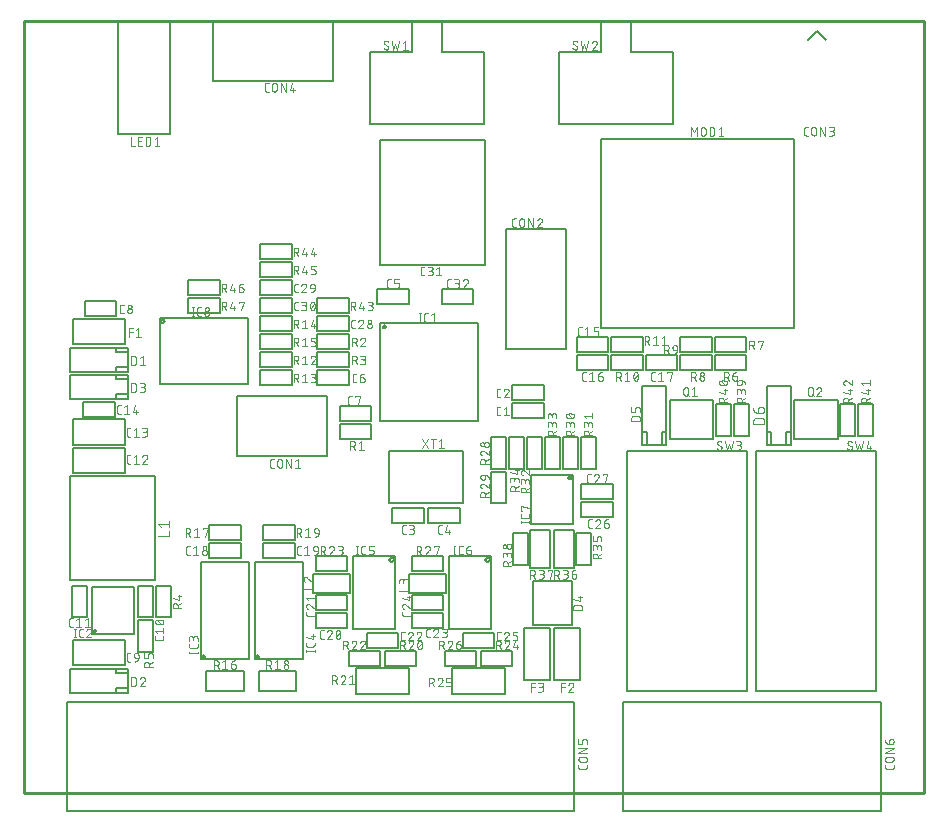
<source format=gbr>
G04 EAGLE Gerber RS-274X export*
G75*
%MOMM*%
%FSLAX34Y34*%
%LPD*%
%INSilkscreen Top*%
%IPPOS*%
%AMOC8*
5,1,8,0,0,1.08239X$1,22.5*%
G01*
%ADD10C,0.127000*%
%ADD11C,0.076200*%
%ADD12C,0.254000*%


D10*
X413385Y330200D02*
X440055Y330200D01*
X440055Y317500D01*
X413385Y317500D01*
X413385Y330200D01*
D11*
X403298Y320167D02*
X401661Y320167D01*
X401583Y320169D01*
X401505Y320174D01*
X401428Y320184D01*
X401351Y320197D01*
X401275Y320213D01*
X401200Y320233D01*
X401126Y320257D01*
X401053Y320284D01*
X400981Y320315D01*
X400911Y320349D01*
X400843Y320386D01*
X400776Y320427D01*
X400711Y320471D01*
X400649Y320517D01*
X400589Y320567D01*
X400531Y320619D01*
X400476Y320674D01*
X400424Y320732D01*
X400374Y320792D01*
X400328Y320854D01*
X400284Y320919D01*
X400243Y320986D01*
X400206Y321054D01*
X400172Y321124D01*
X400141Y321196D01*
X400114Y321269D01*
X400090Y321343D01*
X400070Y321418D01*
X400054Y321494D01*
X400041Y321571D01*
X400031Y321648D01*
X400026Y321726D01*
X400024Y321804D01*
X400024Y325896D01*
X400026Y325976D01*
X400032Y326056D01*
X400042Y326136D01*
X400055Y326215D01*
X400073Y326294D01*
X400094Y326371D01*
X400120Y326447D01*
X400149Y326522D01*
X400181Y326596D01*
X400217Y326668D01*
X400257Y326738D01*
X400300Y326805D01*
X400346Y326871D01*
X400396Y326934D01*
X400448Y326995D01*
X400503Y327054D01*
X400562Y327109D01*
X400622Y327161D01*
X400686Y327211D01*
X400752Y327257D01*
X400819Y327300D01*
X400889Y327340D01*
X400961Y327376D01*
X401035Y327408D01*
X401109Y327437D01*
X401186Y327463D01*
X401263Y327484D01*
X401342Y327502D01*
X401421Y327515D01*
X401501Y327525D01*
X401581Y327531D01*
X401661Y327533D01*
X403298Y327533D01*
X406143Y325896D02*
X408190Y327533D01*
X408190Y320167D01*
X410236Y320167D02*
X406143Y320167D01*
D10*
X78105Y403860D02*
X51435Y403860D01*
X51435Y416560D01*
X78105Y416560D01*
X78105Y403860D01*
D11*
X82891Y406527D02*
X84528Y406527D01*
X82891Y406527D02*
X82813Y406529D01*
X82735Y406534D01*
X82658Y406544D01*
X82581Y406557D01*
X82505Y406573D01*
X82430Y406593D01*
X82356Y406617D01*
X82283Y406644D01*
X82211Y406675D01*
X82141Y406709D01*
X82073Y406746D01*
X82006Y406787D01*
X81941Y406831D01*
X81879Y406877D01*
X81819Y406927D01*
X81761Y406979D01*
X81706Y407034D01*
X81654Y407092D01*
X81604Y407152D01*
X81558Y407214D01*
X81514Y407279D01*
X81473Y407346D01*
X81436Y407414D01*
X81402Y407484D01*
X81371Y407556D01*
X81344Y407629D01*
X81320Y407703D01*
X81300Y407778D01*
X81284Y407854D01*
X81271Y407931D01*
X81261Y408008D01*
X81256Y408086D01*
X81254Y408164D01*
X81254Y412256D01*
X81256Y412336D01*
X81262Y412416D01*
X81272Y412496D01*
X81285Y412575D01*
X81303Y412654D01*
X81324Y412731D01*
X81350Y412807D01*
X81379Y412882D01*
X81411Y412956D01*
X81447Y413028D01*
X81487Y413098D01*
X81530Y413165D01*
X81576Y413231D01*
X81626Y413294D01*
X81678Y413355D01*
X81733Y413414D01*
X81792Y413469D01*
X81852Y413521D01*
X81916Y413571D01*
X81982Y413617D01*
X82049Y413660D01*
X82119Y413700D01*
X82191Y413736D01*
X82265Y413768D01*
X82339Y413797D01*
X82416Y413823D01*
X82493Y413844D01*
X82572Y413862D01*
X82651Y413875D01*
X82731Y413885D01*
X82811Y413891D01*
X82891Y413893D01*
X84528Y413893D01*
X87374Y408573D02*
X87376Y408662D01*
X87382Y408751D01*
X87392Y408840D01*
X87405Y408928D01*
X87422Y409016D01*
X87444Y409103D01*
X87469Y409188D01*
X87497Y409273D01*
X87530Y409356D01*
X87566Y409438D01*
X87605Y409518D01*
X87648Y409596D01*
X87694Y409672D01*
X87744Y409747D01*
X87797Y409819D01*
X87853Y409888D01*
X87912Y409955D01*
X87973Y410020D01*
X88038Y410081D01*
X88105Y410140D01*
X88174Y410196D01*
X88246Y410249D01*
X88321Y410299D01*
X88397Y410345D01*
X88475Y410388D01*
X88555Y410427D01*
X88637Y410463D01*
X88720Y410496D01*
X88805Y410524D01*
X88890Y410549D01*
X88977Y410571D01*
X89065Y410588D01*
X89153Y410601D01*
X89242Y410611D01*
X89331Y410617D01*
X89420Y410619D01*
X89509Y410617D01*
X89598Y410611D01*
X89687Y410601D01*
X89775Y410588D01*
X89863Y410571D01*
X89950Y410549D01*
X90035Y410524D01*
X90120Y410496D01*
X90203Y410463D01*
X90285Y410427D01*
X90365Y410388D01*
X90443Y410345D01*
X90519Y410299D01*
X90594Y410249D01*
X90666Y410196D01*
X90735Y410140D01*
X90802Y410081D01*
X90867Y410020D01*
X90928Y409955D01*
X90987Y409888D01*
X91043Y409819D01*
X91096Y409747D01*
X91146Y409672D01*
X91192Y409596D01*
X91235Y409518D01*
X91274Y409438D01*
X91310Y409356D01*
X91343Y409273D01*
X91371Y409188D01*
X91396Y409103D01*
X91418Y409016D01*
X91435Y408928D01*
X91448Y408840D01*
X91458Y408751D01*
X91464Y408662D01*
X91466Y408573D01*
X91464Y408484D01*
X91458Y408395D01*
X91448Y408306D01*
X91435Y408218D01*
X91418Y408130D01*
X91396Y408043D01*
X91371Y407958D01*
X91343Y407873D01*
X91310Y407790D01*
X91274Y407708D01*
X91235Y407628D01*
X91192Y407550D01*
X91146Y407474D01*
X91096Y407399D01*
X91043Y407327D01*
X90987Y407258D01*
X90928Y407191D01*
X90867Y407126D01*
X90802Y407065D01*
X90735Y407006D01*
X90666Y406950D01*
X90594Y406897D01*
X90519Y406847D01*
X90443Y406801D01*
X90365Y406758D01*
X90285Y406719D01*
X90203Y406683D01*
X90120Y406650D01*
X90035Y406622D01*
X89950Y406597D01*
X89863Y406575D01*
X89775Y406558D01*
X89687Y406545D01*
X89598Y406535D01*
X89509Y406529D01*
X89420Y406527D01*
X89331Y406529D01*
X89242Y406535D01*
X89153Y406545D01*
X89065Y406558D01*
X88977Y406575D01*
X88890Y406597D01*
X88805Y406622D01*
X88720Y406650D01*
X88637Y406683D01*
X88555Y406719D01*
X88475Y406758D01*
X88397Y406801D01*
X88321Y406847D01*
X88246Y406897D01*
X88174Y406950D01*
X88105Y407006D01*
X88038Y407065D01*
X87973Y407126D01*
X87912Y407191D01*
X87853Y407258D01*
X87797Y407327D01*
X87744Y407399D01*
X87694Y407474D01*
X87648Y407550D01*
X87605Y407628D01*
X87566Y407708D01*
X87530Y407790D01*
X87497Y407873D01*
X87469Y407958D01*
X87444Y408043D01*
X87422Y408130D01*
X87405Y408218D01*
X87392Y408306D01*
X87382Y408395D01*
X87376Y408484D01*
X87374Y408573D01*
X87783Y412256D02*
X87785Y412335D01*
X87791Y412414D01*
X87800Y412493D01*
X87813Y412571D01*
X87831Y412648D01*
X87851Y412724D01*
X87876Y412799D01*
X87904Y412873D01*
X87935Y412946D01*
X87971Y413017D01*
X88009Y413086D01*
X88051Y413153D01*
X88096Y413218D01*
X88144Y413281D01*
X88195Y413342D01*
X88249Y413399D01*
X88305Y413455D01*
X88364Y413507D01*
X88426Y413557D01*
X88490Y413603D01*
X88556Y413647D01*
X88624Y413687D01*
X88694Y413723D01*
X88766Y413757D01*
X88840Y413787D01*
X88914Y413813D01*
X88990Y413836D01*
X89067Y413854D01*
X89144Y413870D01*
X89223Y413881D01*
X89301Y413889D01*
X89380Y413893D01*
X89460Y413893D01*
X89539Y413889D01*
X89617Y413881D01*
X89696Y413870D01*
X89773Y413854D01*
X89850Y413836D01*
X89926Y413813D01*
X90000Y413787D01*
X90074Y413757D01*
X90146Y413723D01*
X90216Y413687D01*
X90284Y413647D01*
X90350Y413603D01*
X90414Y413557D01*
X90476Y413507D01*
X90535Y413455D01*
X90591Y413399D01*
X90645Y413342D01*
X90696Y413281D01*
X90744Y413218D01*
X90789Y413153D01*
X90831Y413086D01*
X90869Y413017D01*
X90905Y412946D01*
X90936Y412873D01*
X90964Y412799D01*
X90989Y412724D01*
X91009Y412648D01*
X91027Y412571D01*
X91040Y412493D01*
X91049Y412414D01*
X91055Y412335D01*
X91057Y412256D01*
X91055Y412177D01*
X91049Y412098D01*
X91040Y412019D01*
X91027Y411941D01*
X91009Y411864D01*
X90989Y411788D01*
X90964Y411713D01*
X90936Y411639D01*
X90905Y411566D01*
X90869Y411495D01*
X90831Y411426D01*
X90789Y411359D01*
X90744Y411294D01*
X90696Y411231D01*
X90645Y411170D01*
X90591Y411113D01*
X90535Y411057D01*
X90476Y411005D01*
X90414Y410955D01*
X90350Y410909D01*
X90284Y410865D01*
X90216Y410825D01*
X90146Y410789D01*
X90074Y410755D01*
X90000Y410725D01*
X89926Y410699D01*
X89850Y410676D01*
X89773Y410658D01*
X89696Y410642D01*
X89617Y410631D01*
X89539Y410623D01*
X89460Y410619D01*
X89380Y410619D01*
X89301Y410623D01*
X89223Y410631D01*
X89144Y410642D01*
X89067Y410658D01*
X88990Y410676D01*
X88914Y410699D01*
X88840Y410725D01*
X88766Y410755D01*
X88694Y410789D01*
X88624Y410825D01*
X88556Y410865D01*
X88490Y410909D01*
X88426Y410955D01*
X88364Y411005D01*
X88305Y411057D01*
X88249Y411113D01*
X88195Y411170D01*
X88144Y411231D01*
X88096Y411294D01*
X88051Y411359D01*
X88009Y411426D01*
X87971Y411495D01*
X87935Y411566D01*
X87904Y411639D01*
X87876Y411713D01*
X87851Y411788D01*
X87831Y411864D01*
X87813Y411941D01*
X87800Y412019D01*
X87791Y412098D01*
X87785Y412177D01*
X87783Y412256D01*
D10*
X467995Y386080D02*
X494665Y386080D01*
X494665Y373380D01*
X467995Y373380D01*
X467995Y386080D01*
D11*
X470394Y387477D02*
X472031Y387477D01*
X470394Y387477D02*
X470316Y387479D01*
X470238Y387484D01*
X470161Y387494D01*
X470084Y387507D01*
X470008Y387523D01*
X469933Y387543D01*
X469859Y387567D01*
X469786Y387594D01*
X469714Y387625D01*
X469644Y387659D01*
X469576Y387696D01*
X469509Y387737D01*
X469444Y387781D01*
X469382Y387827D01*
X469322Y387877D01*
X469264Y387929D01*
X469209Y387984D01*
X469157Y388042D01*
X469107Y388102D01*
X469061Y388164D01*
X469017Y388229D01*
X468976Y388296D01*
X468939Y388364D01*
X468905Y388434D01*
X468874Y388506D01*
X468847Y388579D01*
X468823Y388653D01*
X468803Y388728D01*
X468787Y388804D01*
X468774Y388881D01*
X468764Y388958D01*
X468759Y389036D01*
X468757Y389114D01*
X468757Y393206D01*
X468759Y393286D01*
X468765Y393366D01*
X468775Y393446D01*
X468788Y393525D01*
X468806Y393604D01*
X468827Y393681D01*
X468853Y393757D01*
X468882Y393832D01*
X468914Y393906D01*
X468950Y393978D01*
X468990Y394048D01*
X469033Y394115D01*
X469079Y394181D01*
X469129Y394244D01*
X469181Y394305D01*
X469236Y394364D01*
X469295Y394419D01*
X469355Y394471D01*
X469419Y394521D01*
X469485Y394567D01*
X469552Y394610D01*
X469622Y394650D01*
X469694Y394686D01*
X469768Y394718D01*
X469842Y394747D01*
X469919Y394773D01*
X469996Y394794D01*
X470075Y394812D01*
X470154Y394825D01*
X470234Y394835D01*
X470314Y394841D01*
X470394Y394843D01*
X472031Y394843D01*
X474876Y393206D02*
X476922Y394843D01*
X476922Y387477D01*
X474876Y387477D02*
X478968Y387477D01*
X482191Y387477D02*
X484646Y387477D01*
X484724Y387479D01*
X484802Y387484D01*
X484879Y387494D01*
X484956Y387507D01*
X485032Y387523D01*
X485107Y387543D01*
X485181Y387567D01*
X485254Y387594D01*
X485326Y387625D01*
X485396Y387659D01*
X485465Y387696D01*
X485531Y387737D01*
X485596Y387781D01*
X485658Y387827D01*
X485718Y387877D01*
X485776Y387929D01*
X485831Y387984D01*
X485883Y388042D01*
X485933Y388102D01*
X485979Y388164D01*
X486023Y388229D01*
X486064Y388296D01*
X486101Y388364D01*
X486135Y388434D01*
X486166Y388506D01*
X486193Y388579D01*
X486217Y388653D01*
X486237Y388728D01*
X486253Y388804D01*
X486266Y388881D01*
X486276Y388958D01*
X486281Y389036D01*
X486283Y389114D01*
X486283Y389932D01*
X486281Y390010D01*
X486276Y390088D01*
X486266Y390165D01*
X486253Y390242D01*
X486237Y390318D01*
X486217Y390393D01*
X486193Y390467D01*
X486166Y390540D01*
X486135Y390612D01*
X486101Y390682D01*
X486064Y390751D01*
X486023Y390817D01*
X485979Y390882D01*
X485933Y390944D01*
X485883Y391004D01*
X485831Y391062D01*
X485776Y391117D01*
X485718Y391169D01*
X485658Y391219D01*
X485596Y391265D01*
X485531Y391309D01*
X485465Y391350D01*
X485396Y391387D01*
X485326Y391421D01*
X485254Y391452D01*
X485181Y391479D01*
X485107Y391503D01*
X485032Y391523D01*
X484956Y391539D01*
X484879Y391552D01*
X484802Y391562D01*
X484724Y391567D01*
X484646Y391569D01*
X482191Y391569D01*
X482191Y394843D01*
X486283Y394843D01*
D10*
X494665Y370840D02*
X467995Y370840D01*
X494665Y370840D02*
X494665Y358140D01*
X467995Y358140D01*
X467995Y370840D01*
D11*
X474204Y349377D02*
X475841Y349377D01*
X474204Y349377D02*
X474126Y349379D01*
X474048Y349384D01*
X473971Y349394D01*
X473894Y349407D01*
X473818Y349423D01*
X473743Y349443D01*
X473669Y349467D01*
X473596Y349494D01*
X473524Y349525D01*
X473454Y349559D01*
X473386Y349596D01*
X473319Y349637D01*
X473254Y349681D01*
X473192Y349727D01*
X473132Y349777D01*
X473074Y349829D01*
X473019Y349884D01*
X472967Y349942D01*
X472917Y350002D01*
X472871Y350064D01*
X472827Y350129D01*
X472786Y350196D01*
X472749Y350264D01*
X472715Y350334D01*
X472684Y350406D01*
X472657Y350479D01*
X472633Y350553D01*
X472613Y350628D01*
X472597Y350704D01*
X472584Y350781D01*
X472574Y350858D01*
X472569Y350936D01*
X472567Y351014D01*
X472567Y355106D01*
X472569Y355186D01*
X472575Y355266D01*
X472585Y355346D01*
X472598Y355425D01*
X472616Y355504D01*
X472637Y355581D01*
X472663Y355657D01*
X472692Y355732D01*
X472724Y355806D01*
X472760Y355878D01*
X472800Y355948D01*
X472843Y356015D01*
X472889Y356081D01*
X472939Y356144D01*
X472991Y356205D01*
X473046Y356264D01*
X473105Y356319D01*
X473165Y356371D01*
X473229Y356421D01*
X473295Y356467D01*
X473362Y356510D01*
X473432Y356550D01*
X473504Y356586D01*
X473578Y356618D01*
X473652Y356647D01*
X473729Y356673D01*
X473806Y356694D01*
X473885Y356712D01*
X473964Y356725D01*
X474044Y356735D01*
X474124Y356741D01*
X474204Y356743D01*
X475841Y356743D01*
X478686Y355106D02*
X480732Y356743D01*
X480732Y349377D01*
X478686Y349377D02*
X482778Y349377D01*
X486001Y353469D02*
X488456Y353469D01*
X488534Y353467D01*
X488612Y353462D01*
X488689Y353452D01*
X488766Y353439D01*
X488842Y353423D01*
X488917Y353403D01*
X488991Y353379D01*
X489064Y353352D01*
X489136Y353321D01*
X489206Y353287D01*
X489275Y353250D01*
X489341Y353209D01*
X489406Y353165D01*
X489468Y353119D01*
X489528Y353069D01*
X489586Y353017D01*
X489641Y352962D01*
X489693Y352904D01*
X489743Y352844D01*
X489789Y352782D01*
X489833Y352717D01*
X489874Y352651D01*
X489911Y352582D01*
X489945Y352512D01*
X489976Y352440D01*
X490003Y352367D01*
X490027Y352293D01*
X490047Y352218D01*
X490063Y352142D01*
X490076Y352065D01*
X490086Y351988D01*
X490091Y351910D01*
X490093Y351832D01*
X490093Y351423D01*
X490091Y351334D01*
X490085Y351245D01*
X490075Y351156D01*
X490062Y351068D01*
X490045Y350980D01*
X490023Y350893D01*
X489998Y350808D01*
X489970Y350723D01*
X489937Y350640D01*
X489901Y350558D01*
X489862Y350478D01*
X489819Y350400D01*
X489773Y350324D01*
X489723Y350249D01*
X489670Y350177D01*
X489614Y350108D01*
X489555Y350041D01*
X489494Y349976D01*
X489429Y349915D01*
X489362Y349856D01*
X489293Y349800D01*
X489221Y349747D01*
X489146Y349697D01*
X489070Y349651D01*
X488992Y349608D01*
X488912Y349569D01*
X488830Y349533D01*
X488747Y349500D01*
X488662Y349472D01*
X488577Y349447D01*
X488490Y349425D01*
X488402Y349408D01*
X488314Y349395D01*
X488225Y349385D01*
X488136Y349379D01*
X488047Y349377D01*
X487958Y349379D01*
X487869Y349385D01*
X487780Y349395D01*
X487692Y349408D01*
X487604Y349425D01*
X487517Y349447D01*
X487432Y349472D01*
X487347Y349500D01*
X487264Y349533D01*
X487182Y349569D01*
X487102Y349608D01*
X487024Y349651D01*
X486948Y349697D01*
X486873Y349747D01*
X486801Y349800D01*
X486732Y349856D01*
X486665Y349915D01*
X486600Y349976D01*
X486539Y350041D01*
X486480Y350108D01*
X486424Y350177D01*
X486371Y350249D01*
X486321Y350324D01*
X486275Y350400D01*
X486232Y350478D01*
X486193Y350558D01*
X486157Y350640D01*
X486124Y350723D01*
X486096Y350808D01*
X486071Y350893D01*
X486049Y350980D01*
X486032Y351068D01*
X486019Y351156D01*
X486009Y351245D01*
X486003Y351334D01*
X486001Y351423D01*
X486001Y353469D01*
X486003Y353583D01*
X486009Y353697D01*
X486019Y353811D01*
X486033Y353925D01*
X486051Y354038D01*
X486073Y354150D01*
X486098Y354261D01*
X486128Y354371D01*
X486161Y354481D01*
X486198Y354589D01*
X486239Y354695D01*
X486284Y354801D01*
X486332Y354904D01*
X486384Y355006D01*
X486440Y355106D01*
X486498Y355204D01*
X486561Y355300D01*
X486626Y355393D01*
X486695Y355485D01*
X486767Y355573D01*
X486842Y355660D01*
X486920Y355743D01*
X487001Y355824D01*
X487084Y355902D01*
X487171Y355977D01*
X487259Y356049D01*
X487351Y356118D01*
X487444Y356183D01*
X487540Y356245D01*
X487638Y356304D01*
X487738Y356360D01*
X487840Y356412D01*
X487943Y356460D01*
X488049Y356505D01*
X488155Y356546D01*
X488263Y356583D01*
X488373Y356616D01*
X488483Y356646D01*
X488594Y356671D01*
X488706Y356693D01*
X488819Y356711D01*
X488933Y356725D01*
X489047Y356735D01*
X489161Y356741D01*
X489275Y356743D01*
D10*
X526415Y358140D02*
X553085Y358140D01*
X526415Y358140D02*
X526415Y370840D01*
X553085Y370840D01*
X553085Y358140D01*
D11*
X534261Y349377D02*
X532624Y349377D01*
X532546Y349379D01*
X532468Y349384D01*
X532391Y349394D01*
X532314Y349407D01*
X532238Y349423D01*
X532163Y349443D01*
X532089Y349467D01*
X532016Y349494D01*
X531944Y349525D01*
X531874Y349559D01*
X531806Y349596D01*
X531739Y349637D01*
X531674Y349681D01*
X531612Y349727D01*
X531552Y349777D01*
X531494Y349829D01*
X531439Y349884D01*
X531387Y349942D01*
X531337Y350002D01*
X531291Y350064D01*
X531247Y350129D01*
X531206Y350196D01*
X531169Y350264D01*
X531135Y350334D01*
X531104Y350406D01*
X531077Y350479D01*
X531053Y350553D01*
X531033Y350628D01*
X531017Y350704D01*
X531004Y350781D01*
X530994Y350858D01*
X530989Y350936D01*
X530987Y351014D01*
X530987Y355106D01*
X530989Y355186D01*
X530995Y355266D01*
X531005Y355346D01*
X531018Y355425D01*
X531036Y355504D01*
X531057Y355581D01*
X531083Y355657D01*
X531112Y355732D01*
X531144Y355806D01*
X531180Y355878D01*
X531220Y355948D01*
X531263Y356015D01*
X531309Y356081D01*
X531359Y356144D01*
X531411Y356205D01*
X531466Y356264D01*
X531525Y356319D01*
X531585Y356371D01*
X531649Y356421D01*
X531715Y356467D01*
X531782Y356510D01*
X531852Y356550D01*
X531924Y356586D01*
X531998Y356618D01*
X532072Y356647D01*
X532149Y356673D01*
X532226Y356694D01*
X532305Y356712D01*
X532384Y356725D01*
X532464Y356735D01*
X532544Y356741D01*
X532624Y356743D01*
X534261Y356743D01*
X537106Y355106D02*
X539152Y356743D01*
X539152Y349377D01*
X537106Y349377D02*
X541198Y349377D01*
X544421Y355925D02*
X544421Y356743D01*
X548513Y356743D01*
X546467Y349377D01*
D10*
X440055Y345440D02*
X413385Y345440D01*
X440055Y345440D02*
X440055Y332740D01*
X413385Y332740D01*
X413385Y345440D01*
D11*
X403298Y335407D02*
X401661Y335407D01*
X401583Y335409D01*
X401505Y335414D01*
X401428Y335424D01*
X401351Y335437D01*
X401275Y335453D01*
X401200Y335473D01*
X401126Y335497D01*
X401053Y335524D01*
X400981Y335555D01*
X400911Y335589D01*
X400843Y335626D01*
X400776Y335667D01*
X400711Y335711D01*
X400649Y335757D01*
X400589Y335807D01*
X400531Y335859D01*
X400476Y335914D01*
X400424Y335972D01*
X400374Y336032D01*
X400328Y336094D01*
X400284Y336159D01*
X400243Y336226D01*
X400206Y336294D01*
X400172Y336364D01*
X400141Y336436D01*
X400114Y336509D01*
X400090Y336583D01*
X400070Y336658D01*
X400054Y336734D01*
X400041Y336811D01*
X400031Y336888D01*
X400026Y336966D01*
X400024Y337044D01*
X400024Y341136D01*
X400026Y341216D01*
X400032Y341296D01*
X400042Y341376D01*
X400055Y341455D01*
X400073Y341534D01*
X400094Y341611D01*
X400120Y341687D01*
X400149Y341762D01*
X400181Y341836D01*
X400217Y341908D01*
X400257Y341978D01*
X400300Y342045D01*
X400346Y342111D01*
X400396Y342174D01*
X400448Y342235D01*
X400503Y342294D01*
X400562Y342349D01*
X400622Y342401D01*
X400686Y342451D01*
X400752Y342497D01*
X400819Y342540D01*
X400889Y342580D01*
X400961Y342616D01*
X401035Y342648D01*
X401109Y342677D01*
X401186Y342703D01*
X401263Y342724D01*
X401342Y342742D01*
X401421Y342755D01*
X401501Y342765D01*
X401581Y342771D01*
X401661Y342773D01*
X403298Y342773D01*
X408394Y342774D02*
X408479Y342772D01*
X408564Y342766D01*
X408648Y342756D01*
X408732Y342743D01*
X408816Y342725D01*
X408898Y342704D01*
X408979Y342679D01*
X409059Y342650D01*
X409138Y342617D01*
X409215Y342581D01*
X409290Y342541D01*
X409364Y342498D01*
X409435Y342452D01*
X409504Y342402D01*
X409571Y342349D01*
X409635Y342293D01*
X409696Y342234D01*
X409755Y342173D01*
X409811Y342109D01*
X409864Y342042D01*
X409914Y341973D01*
X409960Y341902D01*
X410003Y341828D01*
X410043Y341753D01*
X410079Y341676D01*
X410112Y341597D01*
X410141Y341517D01*
X410166Y341436D01*
X410187Y341354D01*
X410205Y341270D01*
X410218Y341186D01*
X410228Y341102D01*
X410234Y341017D01*
X410236Y340932D01*
X408394Y342773D02*
X408298Y342771D01*
X408202Y342765D01*
X408107Y342755D01*
X408012Y342742D01*
X407917Y342724D01*
X407824Y342703D01*
X407731Y342678D01*
X407640Y342649D01*
X407549Y342617D01*
X407460Y342581D01*
X407373Y342541D01*
X407287Y342498D01*
X407203Y342452D01*
X407121Y342402D01*
X407041Y342348D01*
X406964Y342292D01*
X406889Y342232D01*
X406816Y342170D01*
X406746Y342104D01*
X406678Y342036D01*
X406613Y341965D01*
X406552Y341892D01*
X406493Y341816D01*
X406437Y341737D01*
X406385Y341657D01*
X406336Y341574D01*
X406290Y341490D01*
X406248Y341404D01*
X406210Y341316D01*
X406175Y341227D01*
X406143Y341136D01*
X409622Y339500D02*
X409682Y339559D01*
X409739Y339621D01*
X409794Y339685D01*
X409845Y339752D01*
X409894Y339821D01*
X409940Y339891D01*
X409983Y339964D01*
X410023Y340038D01*
X410059Y340114D01*
X410092Y340192D01*
X410122Y340271D01*
X410149Y340351D01*
X410172Y340432D01*
X410191Y340514D01*
X410207Y340596D01*
X410220Y340680D01*
X410229Y340764D01*
X410234Y340848D01*
X410236Y340932D01*
X409622Y339499D02*
X406143Y335407D01*
X410236Y335407D01*
D10*
X471805Y233680D02*
X498475Y233680D01*
X471805Y233680D02*
X471805Y246380D01*
X498475Y246380D01*
X498475Y233680D01*
D11*
X480921Y224917D02*
X479284Y224917D01*
X479206Y224919D01*
X479128Y224924D01*
X479051Y224934D01*
X478974Y224947D01*
X478898Y224963D01*
X478823Y224983D01*
X478749Y225007D01*
X478676Y225034D01*
X478604Y225065D01*
X478534Y225099D01*
X478466Y225136D01*
X478399Y225177D01*
X478334Y225221D01*
X478272Y225267D01*
X478212Y225317D01*
X478154Y225369D01*
X478099Y225424D01*
X478047Y225482D01*
X477997Y225542D01*
X477951Y225604D01*
X477907Y225669D01*
X477866Y225736D01*
X477829Y225804D01*
X477795Y225874D01*
X477764Y225946D01*
X477737Y226019D01*
X477713Y226093D01*
X477693Y226168D01*
X477677Y226244D01*
X477664Y226321D01*
X477654Y226398D01*
X477649Y226476D01*
X477647Y226554D01*
X477647Y230646D01*
X477649Y230726D01*
X477655Y230806D01*
X477665Y230886D01*
X477678Y230965D01*
X477696Y231044D01*
X477717Y231121D01*
X477743Y231197D01*
X477772Y231272D01*
X477804Y231346D01*
X477840Y231418D01*
X477880Y231488D01*
X477923Y231555D01*
X477969Y231621D01*
X478019Y231684D01*
X478071Y231745D01*
X478126Y231804D01*
X478185Y231859D01*
X478245Y231911D01*
X478309Y231961D01*
X478375Y232007D01*
X478442Y232050D01*
X478512Y232090D01*
X478584Y232126D01*
X478658Y232158D01*
X478732Y232187D01*
X478809Y232213D01*
X478886Y232234D01*
X478965Y232252D01*
X479044Y232265D01*
X479124Y232275D01*
X479204Y232281D01*
X479284Y232283D01*
X480921Y232283D01*
X486017Y232284D02*
X486102Y232282D01*
X486187Y232276D01*
X486271Y232266D01*
X486355Y232253D01*
X486439Y232235D01*
X486521Y232214D01*
X486602Y232189D01*
X486682Y232160D01*
X486761Y232127D01*
X486838Y232091D01*
X486913Y232051D01*
X486987Y232008D01*
X487058Y231962D01*
X487127Y231912D01*
X487194Y231859D01*
X487258Y231803D01*
X487319Y231744D01*
X487378Y231683D01*
X487434Y231619D01*
X487487Y231552D01*
X487537Y231483D01*
X487583Y231412D01*
X487626Y231338D01*
X487666Y231263D01*
X487702Y231186D01*
X487735Y231107D01*
X487764Y231027D01*
X487789Y230946D01*
X487810Y230864D01*
X487828Y230780D01*
X487841Y230696D01*
X487851Y230612D01*
X487857Y230527D01*
X487859Y230442D01*
X486017Y232283D02*
X485921Y232281D01*
X485825Y232275D01*
X485730Y232265D01*
X485635Y232252D01*
X485540Y232234D01*
X485447Y232213D01*
X485354Y232188D01*
X485263Y232159D01*
X485172Y232127D01*
X485083Y232091D01*
X484996Y232051D01*
X484910Y232008D01*
X484826Y231962D01*
X484744Y231912D01*
X484664Y231858D01*
X484587Y231802D01*
X484512Y231742D01*
X484439Y231680D01*
X484369Y231614D01*
X484301Y231546D01*
X484236Y231475D01*
X484175Y231402D01*
X484116Y231326D01*
X484060Y231247D01*
X484008Y231167D01*
X483959Y231084D01*
X483913Y231000D01*
X483871Y230914D01*
X483833Y230826D01*
X483798Y230737D01*
X483766Y230646D01*
X487244Y229010D02*
X487304Y229069D01*
X487361Y229131D01*
X487416Y229195D01*
X487467Y229262D01*
X487516Y229331D01*
X487562Y229401D01*
X487605Y229474D01*
X487645Y229548D01*
X487681Y229624D01*
X487714Y229702D01*
X487744Y229781D01*
X487771Y229861D01*
X487794Y229942D01*
X487813Y230024D01*
X487829Y230106D01*
X487842Y230190D01*
X487851Y230274D01*
X487856Y230358D01*
X487858Y230442D01*
X487244Y229009D02*
X483766Y224917D01*
X487858Y224917D01*
X491081Y229009D02*
X493536Y229009D01*
X493614Y229007D01*
X493692Y229002D01*
X493769Y228992D01*
X493846Y228979D01*
X493922Y228963D01*
X493997Y228943D01*
X494071Y228919D01*
X494144Y228892D01*
X494216Y228861D01*
X494286Y228827D01*
X494355Y228790D01*
X494421Y228749D01*
X494486Y228705D01*
X494548Y228659D01*
X494608Y228609D01*
X494666Y228557D01*
X494721Y228502D01*
X494773Y228444D01*
X494823Y228384D01*
X494869Y228322D01*
X494913Y228257D01*
X494954Y228191D01*
X494991Y228122D01*
X495025Y228052D01*
X495056Y227980D01*
X495083Y227907D01*
X495107Y227833D01*
X495127Y227758D01*
X495143Y227682D01*
X495156Y227605D01*
X495166Y227528D01*
X495171Y227450D01*
X495173Y227372D01*
X495173Y226963D01*
X495171Y226874D01*
X495165Y226785D01*
X495155Y226696D01*
X495142Y226608D01*
X495125Y226520D01*
X495103Y226433D01*
X495078Y226348D01*
X495050Y226263D01*
X495017Y226180D01*
X494981Y226098D01*
X494942Y226018D01*
X494899Y225940D01*
X494853Y225864D01*
X494803Y225789D01*
X494750Y225717D01*
X494694Y225648D01*
X494635Y225581D01*
X494574Y225516D01*
X494509Y225455D01*
X494442Y225396D01*
X494373Y225340D01*
X494301Y225287D01*
X494226Y225237D01*
X494150Y225191D01*
X494072Y225148D01*
X493992Y225109D01*
X493910Y225073D01*
X493827Y225040D01*
X493742Y225012D01*
X493657Y224987D01*
X493570Y224965D01*
X493482Y224948D01*
X493394Y224935D01*
X493305Y224925D01*
X493216Y224919D01*
X493127Y224917D01*
X493038Y224919D01*
X492949Y224925D01*
X492860Y224935D01*
X492772Y224948D01*
X492684Y224965D01*
X492597Y224987D01*
X492512Y225012D01*
X492427Y225040D01*
X492344Y225073D01*
X492262Y225109D01*
X492182Y225148D01*
X492104Y225191D01*
X492028Y225237D01*
X491953Y225287D01*
X491881Y225340D01*
X491812Y225396D01*
X491745Y225455D01*
X491680Y225516D01*
X491619Y225581D01*
X491560Y225648D01*
X491504Y225717D01*
X491451Y225789D01*
X491401Y225864D01*
X491355Y225940D01*
X491312Y226018D01*
X491273Y226098D01*
X491237Y226180D01*
X491204Y226263D01*
X491176Y226348D01*
X491151Y226433D01*
X491129Y226520D01*
X491112Y226608D01*
X491099Y226696D01*
X491089Y226785D01*
X491083Y226874D01*
X491081Y226963D01*
X491081Y229009D01*
X491083Y229123D01*
X491089Y229237D01*
X491099Y229351D01*
X491113Y229465D01*
X491131Y229578D01*
X491153Y229690D01*
X491178Y229801D01*
X491208Y229911D01*
X491241Y230021D01*
X491278Y230129D01*
X491319Y230235D01*
X491364Y230341D01*
X491412Y230444D01*
X491464Y230546D01*
X491520Y230646D01*
X491578Y230744D01*
X491641Y230840D01*
X491706Y230933D01*
X491775Y231025D01*
X491847Y231113D01*
X491922Y231200D01*
X492000Y231283D01*
X492081Y231364D01*
X492164Y231442D01*
X492251Y231517D01*
X492339Y231589D01*
X492431Y231658D01*
X492524Y231723D01*
X492620Y231785D01*
X492718Y231844D01*
X492818Y231900D01*
X492920Y231952D01*
X493023Y232000D01*
X493129Y232045D01*
X493235Y232086D01*
X493343Y232123D01*
X493453Y232156D01*
X493563Y232186D01*
X493674Y232211D01*
X493786Y232233D01*
X493899Y232251D01*
X494013Y232265D01*
X494127Y232275D01*
X494241Y232281D01*
X494355Y232283D01*
D10*
X498475Y248920D02*
X471805Y248920D01*
X471805Y261620D01*
X498475Y261620D01*
X498475Y248920D01*
D11*
X479651Y263017D02*
X478014Y263017D01*
X477936Y263019D01*
X477858Y263024D01*
X477781Y263034D01*
X477704Y263047D01*
X477628Y263063D01*
X477553Y263083D01*
X477479Y263107D01*
X477406Y263134D01*
X477334Y263165D01*
X477264Y263199D01*
X477196Y263236D01*
X477129Y263277D01*
X477064Y263321D01*
X477002Y263367D01*
X476942Y263417D01*
X476884Y263469D01*
X476829Y263524D01*
X476777Y263582D01*
X476727Y263642D01*
X476681Y263704D01*
X476637Y263769D01*
X476596Y263836D01*
X476559Y263904D01*
X476525Y263974D01*
X476494Y264046D01*
X476467Y264119D01*
X476443Y264193D01*
X476423Y264268D01*
X476407Y264344D01*
X476394Y264421D01*
X476384Y264498D01*
X476379Y264576D01*
X476377Y264654D01*
X476377Y268746D01*
X476379Y268826D01*
X476385Y268906D01*
X476395Y268986D01*
X476408Y269065D01*
X476426Y269144D01*
X476447Y269221D01*
X476473Y269297D01*
X476502Y269372D01*
X476534Y269446D01*
X476570Y269518D01*
X476610Y269588D01*
X476653Y269655D01*
X476699Y269721D01*
X476749Y269784D01*
X476801Y269845D01*
X476856Y269904D01*
X476915Y269959D01*
X476975Y270011D01*
X477039Y270061D01*
X477105Y270107D01*
X477172Y270150D01*
X477242Y270190D01*
X477314Y270226D01*
X477388Y270258D01*
X477462Y270287D01*
X477539Y270313D01*
X477616Y270334D01*
X477695Y270352D01*
X477774Y270365D01*
X477854Y270375D01*
X477934Y270381D01*
X478014Y270383D01*
X479651Y270383D01*
X484747Y270384D02*
X484832Y270382D01*
X484917Y270376D01*
X485001Y270366D01*
X485085Y270353D01*
X485169Y270335D01*
X485251Y270314D01*
X485332Y270289D01*
X485412Y270260D01*
X485491Y270227D01*
X485568Y270191D01*
X485643Y270151D01*
X485717Y270108D01*
X485788Y270062D01*
X485857Y270012D01*
X485924Y269959D01*
X485988Y269903D01*
X486049Y269844D01*
X486108Y269783D01*
X486164Y269719D01*
X486217Y269652D01*
X486267Y269583D01*
X486313Y269512D01*
X486356Y269438D01*
X486396Y269363D01*
X486432Y269286D01*
X486465Y269207D01*
X486494Y269127D01*
X486519Y269046D01*
X486540Y268964D01*
X486558Y268880D01*
X486571Y268796D01*
X486581Y268712D01*
X486587Y268627D01*
X486589Y268542D01*
X484747Y270383D02*
X484651Y270381D01*
X484555Y270375D01*
X484460Y270365D01*
X484365Y270352D01*
X484270Y270334D01*
X484177Y270313D01*
X484084Y270288D01*
X483993Y270259D01*
X483902Y270227D01*
X483813Y270191D01*
X483726Y270151D01*
X483640Y270108D01*
X483556Y270062D01*
X483474Y270012D01*
X483394Y269958D01*
X483317Y269902D01*
X483242Y269842D01*
X483169Y269780D01*
X483099Y269714D01*
X483031Y269646D01*
X482966Y269575D01*
X482905Y269502D01*
X482846Y269426D01*
X482790Y269347D01*
X482738Y269267D01*
X482689Y269184D01*
X482643Y269100D01*
X482601Y269014D01*
X482563Y268926D01*
X482528Y268837D01*
X482496Y268746D01*
X485974Y267110D02*
X486034Y267169D01*
X486091Y267231D01*
X486146Y267295D01*
X486197Y267362D01*
X486246Y267431D01*
X486292Y267501D01*
X486335Y267574D01*
X486375Y267648D01*
X486411Y267724D01*
X486444Y267802D01*
X486474Y267881D01*
X486501Y267961D01*
X486524Y268042D01*
X486543Y268124D01*
X486559Y268206D01*
X486572Y268290D01*
X486581Y268374D01*
X486586Y268458D01*
X486588Y268542D01*
X485974Y267109D02*
X482496Y263017D01*
X486588Y263017D01*
X489811Y269565D02*
X489811Y270383D01*
X493903Y270383D01*
X491857Y263017D01*
D10*
X274955Y391160D02*
X248285Y391160D01*
X248285Y403860D01*
X274955Y403860D01*
X274955Y391160D01*
D11*
X278624Y393827D02*
X280261Y393827D01*
X278624Y393827D02*
X278546Y393829D01*
X278468Y393834D01*
X278391Y393844D01*
X278314Y393857D01*
X278238Y393873D01*
X278163Y393893D01*
X278089Y393917D01*
X278016Y393944D01*
X277944Y393975D01*
X277874Y394009D01*
X277806Y394046D01*
X277739Y394087D01*
X277674Y394131D01*
X277612Y394177D01*
X277552Y394227D01*
X277494Y394279D01*
X277439Y394334D01*
X277387Y394392D01*
X277337Y394452D01*
X277291Y394514D01*
X277247Y394579D01*
X277206Y394646D01*
X277169Y394714D01*
X277135Y394784D01*
X277104Y394856D01*
X277077Y394929D01*
X277053Y395003D01*
X277033Y395078D01*
X277017Y395154D01*
X277004Y395231D01*
X276994Y395308D01*
X276989Y395386D01*
X276987Y395464D01*
X276987Y399556D01*
X276989Y399636D01*
X276995Y399716D01*
X277005Y399796D01*
X277018Y399875D01*
X277036Y399954D01*
X277057Y400031D01*
X277083Y400107D01*
X277112Y400182D01*
X277144Y400256D01*
X277180Y400328D01*
X277220Y400398D01*
X277263Y400465D01*
X277309Y400531D01*
X277359Y400594D01*
X277411Y400655D01*
X277466Y400714D01*
X277525Y400769D01*
X277585Y400821D01*
X277649Y400871D01*
X277715Y400917D01*
X277782Y400960D01*
X277852Y401000D01*
X277924Y401036D01*
X277998Y401068D01*
X278072Y401097D01*
X278149Y401123D01*
X278226Y401144D01*
X278305Y401162D01*
X278384Y401175D01*
X278464Y401185D01*
X278544Y401191D01*
X278624Y401193D01*
X280261Y401193D01*
X285357Y401194D02*
X285442Y401192D01*
X285527Y401186D01*
X285611Y401176D01*
X285695Y401163D01*
X285779Y401145D01*
X285861Y401124D01*
X285942Y401099D01*
X286022Y401070D01*
X286101Y401037D01*
X286178Y401001D01*
X286253Y400961D01*
X286327Y400918D01*
X286398Y400872D01*
X286467Y400822D01*
X286534Y400769D01*
X286598Y400713D01*
X286659Y400654D01*
X286718Y400593D01*
X286774Y400529D01*
X286827Y400462D01*
X286877Y400393D01*
X286923Y400322D01*
X286966Y400248D01*
X287006Y400173D01*
X287042Y400096D01*
X287075Y400017D01*
X287104Y399937D01*
X287129Y399856D01*
X287150Y399774D01*
X287168Y399690D01*
X287181Y399606D01*
X287191Y399522D01*
X287197Y399437D01*
X287199Y399352D01*
X285357Y401193D02*
X285261Y401191D01*
X285165Y401185D01*
X285070Y401175D01*
X284975Y401162D01*
X284880Y401144D01*
X284787Y401123D01*
X284694Y401098D01*
X284603Y401069D01*
X284512Y401037D01*
X284423Y401001D01*
X284336Y400961D01*
X284250Y400918D01*
X284166Y400872D01*
X284084Y400822D01*
X284004Y400768D01*
X283927Y400712D01*
X283852Y400652D01*
X283779Y400590D01*
X283709Y400524D01*
X283641Y400456D01*
X283576Y400385D01*
X283515Y400312D01*
X283456Y400236D01*
X283400Y400157D01*
X283348Y400077D01*
X283299Y399994D01*
X283253Y399910D01*
X283211Y399824D01*
X283173Y399736D01*
X283138Y399647D01*
X283106Y399556D01*
X286584Y397920D02*
X286644Y397979D01*
X286701Y398041D01*
X286756Y398105D01*
X286807Y398172D01*
X286856Y398241D01*
X286902Y398311D01*
X286945Y398384D01*
X286985Y398458D01*
X287021Y398534D01*
X287054Y398612D01*
X287084Y398691D01*
X287111Y398771D01*
X287134Y398852D01*
X287153Y398934D01*
X287169Y399016D01*
X287182Y399100D01*
X287191Y399184D01*
X287196Y399268D01*
X287198Y399352D01*
X286584Y397919D02*
X283106Y393827D01*
X287198Y393827D01*
X290421Y395873D02*
X290423Y395962D01*
X290429Y396051D01*
X290439Y396140D01*
X290452Y396228D01*
X290469Y396316D01*
X290491Y396403D01*
X290516Y396488D01*
X290544Y396573D01*
X290577Y396656D01*
X290613Y396738D01*
X290652Y396818D01*
X290695Y396896D01*
X290741Y396972D01*
X290791Y397047D01*
X290844Y397119D01*
X290900Y397188D01*
X290959Y397255D01*
X291020Y397320D01*
X291085Y397381D01*
X291152Y397440D01*
X291221Y397496D01*
X291293Y397549D01*
X291368Y397599D01*
X291444Y397645D01*
X291522Y397688D01*
X291602Y397727D01*
X291684Y397763D01*
X291767Y397796D01*
X291852Y397824D01*
X291937Y397849D01*
X292024Y397871D01*
X292112Y397888D01*
X292200Y397901D01*
X292289Y397911D01*
X292378Y397917D01*
X292467Y397919D01*
X292556Y397917D01*
X292645Y397911D01*
X292734Y397901D01*
X292822Y397888D01*
X292910Y397871D01*
X292997Y397849D01*
X293082Y397824D01*
X293167Y397796D01*
X293250Y397763D01*
X293332Y397727D01*
X293412Y397688D01*
X293490Y397645D01*
X293566Y397599D01*
X293641Y397549D01*
X293713Y397496D01*
X293782Y397440D01*
X293849Y397381D01*
X293914Y397320D01*
X293975Y397255D01*
X294034Y397188D01*
X294090Y397119D01*
X294143Y397047D01*
X294193Y396972D01*
X294239Y396896D01*
X294282Y396818D01*
X294321Y396738D01*
X294357Y396656D01*
X294390Y396573D01*
X294418Y396488D01*
X294443Y396403D01*
X294465Y396316D01*
X294482Y396228D01*
X294495Y396140D01*
X294505Y396051D01*
X294511Y395962D01*
X294513Y395873D01*
X294511Y395784D01*
X294505Y395695D01*
X294495Y395606D01*
X294482Y395518D01*
X294465Y395430D01*
X294443Y395343D01*
X294418Y395258D01*
X294390Y395173D01*
X294357Y395090D01*
X294321Y395008D01*
X294282Y394928D01*
X294239Y394850D01*
X294193Y394774D01*
X294143Y394699D01*
X294090Y394627D01*
X294034Y394558D01*
X293975Y394491D01*
X293914Y394426D01*
X293849Y394365D01*
X293782Y394306D01*
X293713Y394250D01*
X293641Y394197D01*
X293566Y394147D01*
X293490Y394101D01*
X293412Y394058D01*
X293332Y394019D01*
X293250Y393983D01*
X293167Y393950D01*
X293082Y393922D01*
X292997Y393897D01*
X292910Y393875D01*
X292822Y393858D01*
X292734Y393845D01*
X292645Y393835D01*
X292556Y393829D01*
X292467Y393827D01*
X292378Y393829D01*
X292289Y393835D01*
X292200Y393845D01*
X292112Y393858D01*
X292024Y393875D01*
X291937Y393897D01*
X291852Y393922D01*
X291767Y393950D01*
X291684Y393983D01*
X291602Y394019D01*
X291522Y394058D01*
X291444Y394101D01*
X291368Y394147D01*
X291293Y394197D01*
X291221Y394250D01*
X291152Y394306D01*
X291085Y394365D01*
X291020Y394426D01*
X290959Y394491D01*
X290900Y394558D01*
X290844Y394627D01*
X290791Y394699D01*
X290741Y394774D01*
X290695Y394850D01*
X290652Y394928D01*
X290613Y395008D01*
X290577Y395090D01*
X290544Y395173D01*
X290516Y395258D01*
X290491Y395343D01*
X290469Y395430D01*
X290452Y395518D01*
X290439Y395606D01*
X290429Y395695D01*
X290423Y395784D01*
X290421Y395873D01*
X290830Y399556D02*
X290832Y399635D01*
X290838Y399714D01*
X290847Y399793D01*
X290860Y399871D01*
X290878Y399948D01*
X290898Y400024D01*
X290923Y400099D01*
X290951Y400173D01*
X290982Y400246D01*
X291018Y400317D01*
X291056Y400386D01*
X291098Y400453D01*
X291143Y400518D01*
X291191Y400581D01*
X291242Y400642D01*
X291296Y400699D01*
X291352Y400755D01*
X291411Y400807D01*
X291473Y400857D01*
X291537Y400903D01*
X291603Y400947D01*
X291671Y400987D01*
X291741Y401023D01*
X291813Y401057D01*
X291887Y401087D01*
X291961Y401113D01*
X292037Y401136D01*
X292114Y401154D01*
X292191Y401170D01*
X292270Y401181D01*
X292348Y401189D01*
X292427Y401193D01*
X292507Y401193D01*
X292586Y401189D01*
X292664Y401181D01*
X292743Y401170D01*
X292820Y401154D01*
X292897Y401136D01*
X292973Y401113D01*
X293047Y401087D01*
X293121Y401057D01*
X293193Y401023D01*
X293263Y400987D01*
X293331Y400947D01*
X293397Y400903D01*
X293461Y400857D01*
X293523Y400807D01*
X293582Y400755D01*
X293638Y400699D01*
X293692Y400642D01*
X293743Y400581D01*
X293791Y400518D01*
X293836Y400453D01*
X293878Y400386D01*
X293916Y400317D01*
X293952Y400246D01*
X293983Y400173D01*
X294011Y400099D01*
X294036Y400024D01*
X294056Y399948D01*
X294074Y399871D01*
X294087Y399793D01*
X294096Y399714D01*
X294102Y399635D01*
X294104Y399556D01*
X294102Y399477D01*
X294096Y399398D01*
X294087Y399319D01*
X294074Y399241D01*
X294056Y399164D01*
X294036Y399088D01*
X294011Y399013D01*
X293983Y398939D01*
X293952Y398866D01*
X293916Y398795D01*
X293878Y398726D01*
X293836Y398659D01*
X293791Y398594D01*
X293743Y398531D01*
X293692Y398470D01*
X293638Y398413D01*
X293582Y398357D01*
X293523Y398305D01*
X293461Y398255D01*
X293397Y398209D01*
X293331Y398165D01*
X293263Y398125D01*
X293193Y398089D01*
X293121Y398055D01*
X293047Y398025D01*
X292973Y397999D01*
X292897Y397976D01*
X292820Y397958D01*
X292743Y397942D01*
X292664Y397931D01*
X292586Y397923D01*
X292507Y397919D01*
X292427Y397919D01*
X292348Y397923D01*
X292270Y397931D01*
X292191Y397942D01*
X292114Y397958D01*
X292037Y397976D01*
X291961Y397999D01*
X291887Y398025D01*
X291813Y398055D01*
X291741Y398089D01*
X291671Y398125D01*
X291603Y398165D01*
X291537Y398209D01*
X291473Y398255D01*
X291411Y398305D01*
X291352Y398357D01*
X291296Y398413D01*
X291242Y398470D01*
X291191Y398531D01*
X291143Y398594D01*
X291098Y398659D01*
X291056Y398726D01*
X291018Y398795D01*
X290982Y398866D01*
X290951Y398939D01*
X290923Y399013D01*
X290898Y399088D01*
X290878Y399164D01*
X290860Y399241D01*
X290847Y399319D01*
X290838Y399398D01*
X290832Y399477D01*
X290830Y399556D01*
D10*
X226695Y434340D02*
X200025Y434340D01*
X226695Y434340D02*
X226695Y421640D01*
X200025Y421640D01*
X200025Y434340D01*
D11*
X230364Y424307D02*
X232001Y424307D01*
X230364Y424307D02*
X230286Y424309D01*
X230208Y424314D01*
X230131Y424324D01*
X230054Y424337D01*
X229978Y424353D01*
X229903Y424373D01*
X229829Y424397D01*
X229756Y424424D01*
X229684Y424455D01*
X229614Y424489D01*
X229546Y424526D01*
X229479Y424567D01*
X229414Y424611D01*
X229352Y424657D01*
X229292Y424707D01*
X229234Y424759D01*
X229179Y424814D01*
X229127Y424872D01*
X229077Y424932D01*
X229031Y424994D01*
X228987Y425059D01*
X228946Y425126D01*
X228909Y425194D01*
X228875Y425264D01*
X228844Y425336D01*
X228817Y425409D01*
X228793Y425483D01*
X228773Y425558D01*
X228757Y425634D01*
X228744Y425711D01*
X228734Y425788D01*
X228729Y425866D01*
X228727Y425944D01*
X228727Y430036D01*
X228729Y430116D01*
X228735Y430196D01*
X228745Y430276D01*
X228758Y430355D01*
X228776Y430434D01*
X228797Y430511D01*
X228823Y430587D01*
X228852Y430662D01*
X228884Y430736D01*
X228920Y430808D01*
X228960Y430878D01*
X229003Y430945D01*
X229049Y431011D01*
X229099Y431074D01*
X229151Y431135D01*
X229206Y431194D01*
X229265Y431249D01*
X229325Y431301D01*
X229389Y431351D01*
X229455Y431397D01*
X229522Y431440D01*
X229592Y431480D01*
X229664Y431516D01*
X229738Y431548D01*
X229812Y431577D01*
X229889Y431603D01*
X229966Y431624D01*
X230045Y431642D01*
X230124Y431655D01*
X230204Y431665D01*
X230284Y431671D01*
X230364Y431673D01*
X232001Y431673D01*
X237097Y431674D02*
X237182Y431672D01*
X237267Y431666D01*
X237351Y431656D01*
X237435Y431643D01*
X237519Y431625D01*
X237601Y431604D01*
X237682Y431579D01*
X237762Y431550D01*
X237841Y431517D01*
X237918Y431481D01*
X237993Y431441D01*
X238067Y431398D01*
X238138Y431352D01*
X238207Y431302D01*
X238274Y431249D01*
X238338Y431193D01*
X238399Y431134D01*
X238458Y431073D01*
X238514Y431009D01*
X238567Y430942D01*
X238617Y430873D01*
X238663Y430802D01*
X238706Y430728D01*
X238746Y430653D01*
X238782Y430576D01*
X238815Y430497D01*
X238844Y430417D01*
X238869Y430336D01*
X238890Y430254D01*
X238908Y430170D01*
X238921Y430086D01*
X238931Y430002D01*
X238937Y429917D01*
X238939Y429832D01*
X237097Y431673D02*
X237001Y431671D01*
X236905Y431665D01*
X236810Y431655D01*
X236715Y431642D01*
X236620Y431624D01*
X236527Y431603D01*
X236434Y431578D01*
X236343Y431549D01*
X236252Y431517D01*
X236163Y431481D01*
X236076Y431441D01*
X235990Y431398D01*
X235906Y431352D01*
X235824Y431302D01*
X235744Y431248D01*
X235667Y431192D01*
X235592Y431132D01*
X235519Y431070D01*
X235449Y431004D01*
X235381Y430936D01*
X235316Y430865D01*
X235255Y430792D01*
X235196Y430716D01*
X235140Y430637D01*
X235088Y430557D01*
X235039Y430474D01*
X234993Y430390D01*
X234951Y430304D01*
X234913Y430216D01*
X234878Y430127D01*
X234846Y430036D01*
X238324Y428400D02*
X238384Y428459D01*
X238441Y428521D01*
X238496Y428585D01*
X238547Y428652D01*
X238596Y428721D01*
X238642Y428791D01*
X238685Y428864D01*
X238725Y428938D01*
X238761Y429014D01*
X238794Y429092D01*
X238824Y429171D01*
X238851Y429251D01*
X238874Y429332D01*
X238893Y429414D01*
X238909Y429496D01*
X238922Y429580D01*
X238931Y429664D01*
X238936Y429748D01*
X238938Y429832D01*
X238324Y428399D02*
X234846Y424307D01*
X238938Y424307D01*
X243798Y427581D02*
X246253Y427581D01*
X243798Y427581D02*
X243720Y427583D01*
X243642Y427588D01*
X243565Y427598D01*
X243488Y427611D01*
X243412Y427627D01*
X243337Y427647D01*
X243263Y427671D01*
X243190Y427698D01*
X243118Y427729D01*
X243048Y427763D01*
X242979Y427800D01*
X242913Y427841D01*
X242848Y427885D01*
X242786Y427931D01*
X242726Y427981D01*
X242668Y428033D01*
X242613Y428088D01*
X242561Y428146D01*
X242511Y428206D01*
X242465Y428268D01*
X242421Y428333D01*
X242380Y428400D01*
X242343Y428468D01*
X242309Y428538D01*
X242278Y428610D01*
X242251Y428683D01*
X242227Y428757D01*
X242207Y428832D01*
X242191Y428908D01*
X242178Y428985D01*
X242168Y429062D01*
X242163Y429140D01*
X242161Y429218D01*
X242161Y429627D01*
X242163Y429716D01*
X242169Y429805D01*
X242179Y429894D01*
X242192Y429982D01*
X242209Y430070D01*
X242231Y430157D01*
X242256Y430242D01*
X242284Y430327D01*
X242317Y430410D01*
X242353Y430492D01*
X242392Y430572D01*
X242435Y430650D01*
X242481Y430726D01*
X242531Y430801D01*
X242584Y430873D01*
X242640Y430942D01*
X242699Y431009D01*
X242760Y431074D01*
X242825Y431135D01*
X242892Y431194D01*
X242961Y431250D01*
X243033Y431303D01*
X243108Y431353D01*
X243184Y431399D01*
X243262Y431442D01*
X243342Y431481D01*
X243424Y431517D01*
X243507Y431550D01*
X243592Y431578D01*
X243677Y431603D01*
X243764Y431625D01*
X243852Y431642D01*
X243940Y431655D01*
X244029Y431665D01*
X244118Y431671D01*
X244207Y431673D01*
X244296Y431671D01*
X244385Y431665D01*
X244474Y431655D01*
X244562Y431642D01*
X244650Y431625D01*
X244737Y431603D01*
X244822Y431578D01*
X244907Y431550D01*
X244990Y431517D01*
X245072Y431481D01*
X245152Y431442D01*
X245230Y431399D01*
X245306Y431353D01*
X245381Y431303D01*
X245453Y431250D01*
X245522Y431194D01*
X245589Y431135D01*
X245654Y431074D01*
X245715Y431009D01*
X245774Y430942D01*
X245830Y430873D01*
X245883Y430801D01*
X245933Y430726D01*
X245979Y430650D01*
X246022Y430572D01*
X246061Y430492D01*
X246097Y430410D01*
X246130Y430327D01*
X246158Y430242D01*
X246183Y430157D01*
X246205Y430070D01*
X246222Y429982D01*
X246235Y429894D01*
X246245Y429805D01*
X246251Y429716D01*
X246253Y429627D01*
X246253Y427581D01*
X246251Y427469D01*
X246245Y427358D01*
X246236Y427246D01*
X246223Y427135D01*
X246205Y427025D01*
X246185Y426915D01*
X246160Y426806D01*
X246132Y426698D01*
X246100Y426591D01*
X246064Y426485D01*
X246025Y426380D01*
X245982Y426277D01*
X245936Y426175D01*
X245886Y426075D01*
X245833Y425976D01*
X245776Y425880D01*
X245717Y425785D01*
X245654Y425693D01*
X245588Y425603D01*
X245519Y425515D01*
X245447Y425429D01*
X245372Y425346D01*
X245294Y425266D01*
X245214Y425188D01*
X245131Y425113D01*
X245045Y425041D01*
X244957Y424972D01*
X244867Y424906D01*
X244775Y424843D01*
X244680Y424784D01*
X244584Y424727D01*
X244485Y424674D01*
X244385Y424624D01*
X244283Y424578D01*
X244180Y424535D01*
X244075Y424496D01*
X243969Y424460D01*
X243862Y424428D01*
X243754Y424400D01*
X243645Y424375D01*
X243535Y424355D01*
X243425Y424337D01*
X243314Y424324D01*
X243202Y424315D01*
X243091Y424309D01*
X242979Y424307D01*
D10*
X226695Y419100D02*
X200025Y419100D01*
X226695Y419100D02*
X226695Y406400D01*
X200025Y406400D01*
X200025Y419100D01*
D11*
X230364Y409067D02*
X232001Y409067D01*
X230364Y409067D02*
X230286Y409069D01*
X230208Y409074D01*
X230131Y409084D01*
X230054Y409097D01*
X229978Y409113D01*
X229903Y409133D01*
X229829Y409157D01*
X229756Y409184D01*
X229684Y409215D01*
X229614Y409249D01*
X229546Y409286D01*
X229479Y409327D01*
X229414Y409371D01*
X229352Y409417D01*
X229292Y409467D01*
X229234Y409519D01*
X229179Y409574D01*
X229127Y409632D01*
X229077Y409692D01*
X229031Y409754D01*
X228987Y409819D01*
X228946Y409886D01*
X228909Y409954D01*
X228875Y410024D01*
X228844Y410096D01*
X228817Y410169D01*
X228793Y410243D01*
X228773Y410318D01*
X228757Y410394D01*
X228744Y410471D01*
X228734Y410548D01*
X228729Y410626D01*
X228727Y410704D01*
X228727Y414796D01*
X228729Y414876D01*
X228735Y414956D01*
X228745Y415036D01*
X228758Y415115D01*
X228776Y415194D01*
X228797Y415271D01*
X228823Y415347D01*
X228852Y415422D01*
X228884Y415496D01*
X228920Y415568D01*
X228960Y415638D01*
X229003Y415705D01*
X229049Y415771D01*
X229099Y415834D01*
X229151Y415895D01*
X229206Y415954D01*
X229265Y416009D01*
X229325Y416061D01*
X229389Y416111D01*
X229455Y416157D01*
X229522Y416200D01*
X229592Y416240D01*
X229664Y416276D01*
X229738Y416308D01*
X229812Y416337D01*
X229889Y416363D01*
X229966Y416384D01*
X230045Y416402D01*
X230124Y416415D01*
X230204Y416425D01*
X230284Y416431D01*
X230364Y416433D01*
X232001Y416433D01*
X234846Y409067D02*
X236892Y409067D01*
X236981Y409069D01*
X237070Y409075D01*
X237159Y409085D01*
X237247Y409098D01*
X237335Y409115D01*
X237422Y409137D01*
X237507Y409162D01*
X237592Y409190D01*
X237675Y409223D01*
X237757Y409259D01*
X237837Y409298D01*
X237915Y409341D01*
X237991Y409387D01*
X238066Y409437D01*
X238138Y409490D01*
X238207Y409546D01*
X238274Y409605D01*
X238339Y409666D01*
X238400Y409731D01*
X238459Y409798D01*
X238515Y409867D01*
X238568Y409939D01*
X238618Y410014D01*
X238664Y410090D01*
X238707Y410168D01*
X238746Y410248D01*
X238782Y410330D01*
X238815Y410413D01*
X238843Y410498D01*
X238868Y410583D01*
X238890Y410670D01*
X238907Y410758D01*
X238920Y410846D01*
X238930Y410935D01*
X238936Y411024D01*
X238938Y411113D01*
X238936Y411202D01*
X238930Y411291D01*
X238920Y411380D01*
X238907Y411468D01*
X238890Y411556D01*
X238868Y411643D01*
X238843Y411728D01*
X238815Y411813D01*
X238782Y411896D01*
X238746Y411978D01*
X238707Y412058D01*
X238664Y412136D01*
X238618Y412212D01*
X238568Y412287D01*
X238515Y412359D01*
X238459Y412428D01*
X238400Y412495D01*
X238339Y412560D01*
X238274Y412621D01*
X238207Y412680D01*
X238138Y412736D01*
X238066Y412789D01*
X237991Y412839D01*
X237915Y412885D01*
X237837Y412928D01*
X237757Y412967D01*
X237675Y413003D01*
X237592Y413036D01*
X237507Y413064D01*
X237422Y413089D01*
X237335Y413111D01*
X237247Y413128D01*
X237159Y413141D01*
X237070Y413151D01*
X236981Y413157D01*
X236892Y413159D01*
X237301Y416433D02*
X234846Y416433D01*
X237301Y416433D02*
X237380Y416431D01*
X237459Y416425D01*
X237538Y416416D01*
X237616Y416403D01*
X237693Y416385D01*
X237769Y416365D01*
X237844Y416340D01*
X237918Y416312D01*
X237991Y416281D01*
X238062Y416245D01*
X238131Y416207D01*
X238198Y416165D01*
X238263Y416120D01*
X238326Y416072D01*
X238387Y416021D01*
X238444Y415967D01*
X238500Y415911D01*
X238552Y415852D01*
X238602Y415790D01*
X238648Y415726D01*
X238692Y415660D01*
X238732Y415592D01*
X238768Y415522D01*
X238802Y415450D01*
X238832Y415376D01*
X238858Y415302D01*
X238881Y415226D01*
X238899Y415149D01*
X238915Y415072D01*
X238926Y414993D01*
X238934Y414915D01*
X238938Y414836D01*
X238938Y414756D01*
X238934Y414677D01*
X238926Y414599D01*
X238915Y414520D01*
X238899Y414443D01*
X238881Y414366D01*
X238858Y414290D01*
X238832Y414216D01*
X238802Y414142D01*
X238768Y414070D01*
X238732Y414000D01*
X238692Y413932D01*
X238648Y413866D01*
X238602Y413802D01*
X238552Y413740D01*
X238500Y413681D01*
X238444Y413625D01*
X238387Y413571D01*
X238326Y413520D01*
X238263Y413472D01*
X238198Y413427D01*
X238131Y413385D01*
X238062Y413347D01*
X237991Y413311D01*
X237918Y413280D01*
X237844Y413252D01*
X237769Y413227D01*
X237693Y413207D01*
X237616Y413189D01*
X237538Y413176D01*
X237459Y413167D01*
X237380Y413161D01*
X237301Y413159D01*
X235664Y413159D01*
X242161Y412750D02*
X242163Y412903D01*
X242169Y413056D01*
X242178Y413208D01*
X242192Y413361D01*
X242209Y413513D01*
X242230Y413664D01*
X242255Y413815D01*
X242284Y413965D01*
X242316Y414115D01*
X242353Y414263D01*
X242393Y414411D01*
X242436Y414558D01*
X242484Y414703D01*
X242535Y414847D01*
X242589Y414990D01*
X242648Y415132D01*
X242709Y415271D01*
X242775Y415410D01*
X242801Y415480D01*
X242831Y415550D01*
X242864Y415617D01*
X242900Y415683D01*
X242939Y415747D01*
X242982Y415809D01*
X243028Y415868D01*
X243076Y415926D01*
X243127Y415980D01*
X243181Y416033D01*
X243238Y416082D01*
X243297Y416129D01*
X243358Y416172D01*
X243421Y416213D01*
X243486Y416250D01*
X243553Y416285D01*
X243622Y416315D01*
X243692Y416343D01*
X243763Y416366D01*
X243835Y416387D01*
X243908Y416403D01*
X243982Y416416D01*
X244057Y416426D01*
X244132Y416431D01*
X244207Y416433D01*
X244282Y416431D01*
X244357Y416426D01*
X244432Y416416D01*
X244506Y416403D01*
X244579Y416387D01*
X244651Y416366D01*
X244722Y416343D01*
X244792Y416315D01*
X244861Y416285D01*
X244928Y416250D01*
X244993Y416213D01*
X245056Y416172D01*
X245117Y416129D01*
X245176Y416082D01*
X245233Y416033D01*
X245287Y415980D01*
X245338Y415926D01*
X245387Y415868D01*
X245432Y415809D01*
X245475Y415747D01*
X245514Y415683D01*
X245551Y415617D01*
X245583Y415549D01*
X245613Y415480D01*
X245639Y415410D01*
X245704Y415272D01*
X245766Y415132D01*
X245824Y414990D01*
X245879Y414847D01*
X245930Y414703D01*
X245978Y414558D01*
X246021Y414411D01*
X246061Y414264D01*
X246098Y414115D01*
X246130Y413965D01*
X246159Y413815D01*
X246184Y413664D01*
X246205Y413513D01*
X246222Y413361D01*
X246236Y413208D01*
X246245Y413056D01*
X246251Y412903D01*
X246253Y412750D01*
X242161Y412750D02*
X242163Y412597D01*
X242169Y412444D01*
X242178Y412291D01*
X242192Y412139D01*
X242209Y411987D01*
X242230Y411836D01*
X242255Y411685D01*
X242284Y411534D01*
X242316Y411385D01*
X242353Y411236D01*
X242393Y411089D01*
X242436Y410942D01*
X242484Y410797D01*
X242535Y410652D01*
X242590Y410510D01*
X242648Y410368D01*
X242710Y410228D01*
X242775Y410090D01*
X242801Y410019D01*
X242831Y409950D01*
X242864Y409883D01*
X242900Y409817D01*
X242939Y409753D01*
X242982Y409691D01*
X243028Y409632D01*
X243076Y409574D01*
X243127Y409520D01*
X243181Y409467D01*
X243238Y409418D01*
X243297Y409371D01*
X243358Y409328D01*
X243421Y409287D01*
X243486Y409250D01*
X243553Y409215D01*
X243622Y409185D01*
X243692Y409157D01*
X243763Y409134D01*
X243835Y409113D01*
X243908Y409097D01*
X243982Y409084D01*
X244057Y409074D01*
X244132Y409069D01*
X244207Y409067D01*
X245639Y410090D02*
X245704Y410228D01*
X245766Y410368D01*
X245824Y410510D01*
X245879Y410653D01*
X245930Y410797D01*
X245978Y410942D01*
X246021Y411089D01*
X246061Y411237D01*
X246098Y411385D01*
X246130Y411535D01*
X246159Y411685D01*
X246184Y411836D01*
X246205Y411987D01*
X246222Y412139D01*
X246236Y412292D01*
X246245Y412444D01*
X246251Y412597D01*
X246253Y412750D01*
X245639Y410090D02*
X245613Y410020D01*
X245583Y409950D01*
X245551Y409883D01*
X245514Y409817D01*
X245475Y409753D01*
X245432Y409691D01*
X245386Y409632D01*
X245338Y409574D01*
X245287Y409520D01*
X245233Y409467D01*
X245176Y409418D01*
X245117Y409371D01*
X245056Y409328D01*
X244993Y409287D01*
X244928Y409250D01*
X244861Y409215D01*
X244792Y409185D01*
X244722Y409157D01*
X244651Y409134D01*
X244579Y409113D01*
X244506Y409097D01*
X244432Y409084D01*
X244357Y409074D01*
X244282Y409069D01*
X244207Y409067D01*
X242570Y410704D02*
X245844Y414796D01*
D10*
X311785Y241300D02*
X338455Y241300D01*
X338455Y228600D01*
X311785Y228600D01*
X311785Y241300D01*
D11*
X321651Y219837D02*
X323288Y219837D01*
X321651Y219837D02*
X321573Y219839D01*
X321495Y219844D01*
X321418Y219854D01*
X321341Y219867D01*
X321265Y219883D01*
X321190Y219903D01*
X321116Y219927D01*
X321043Y219954D01*
X320971Y219985D01*
X320901Y220019D01*
X320833Y220056D01*
X320766Y220097D01*
X320701Y220141D01*
X320639Y220187D01*
X320579Y220237D01*
X320521Y220289D01*
X320466Y220344D01*
X320414Y220402D01*
X320364Y220462D01*
X320318Y220524D01*
X320274Y220589D01*
X320233Y220656D01*
X320196Y220724D01*
X320162Y220794D01*
X320131Y220866D01*
X320104Y220939D01*
X320080Y221013D01*
X320060Y221088D01*
X320044Y221164D01*
X320031Y221241D01*
X320021Y221318D01*
X320016Y221396D01*
X320014Y221474D01*
X320014Y225566D01*
X320016Y225646D01*
X320022Y225726D01*
X320032Y225806D01*
X320045Y225885D01*
X320063Y225964D01*
X320084Y226041D01*
X320110Y226117D01*
X320139Y226192D01*
X320171Y226266D01*
X320207Y226338D01*
X320247Y226408D01*
X320290Y226475D01*
X320336Y226541D01*
X320386Y226604D01*
X320438Y226665D01*
X320493Y226724D01*
X320552Y226779D01*
X320612Y226831D01*
X320676Y226881D01*
X320742Y226927D01*
X320809Y226970D01*
X320879Y227010D01*
X320951Y227046D01*
X321025Y227078D01*
X321099Y227107D01*
X321176Y227133D01*
X321253Y227154D01*
X321332Y227172D01*
X321411Y227185D01*
X321491Y227195D01*
X321571Y227201D01*
X321651Y227203D01*
X323288Y227203D01*
X326133Y219837D02*
X328180Y219837D01*
X328269Y219839D01*
X328358Y219845D01*
X328447Y219855D01*
X328535Y219868D01*
X328623Y219885D01*
X328710Y219907D01*
X328795Y219932D01*
X328880Y219960D01*
X328963Y219993D01*
X329045Y220029D01*
X329125Y220068D01*
X329203Y220111D01*
X329279Y220157D01*
X329354Y220207D01*
X329426Y220260D01*
X329495Y220316D01*
X329562Y220375D01*
X329627Y220436D01*
X329688Y220501D01*
X329747Y220568D01*
X329803Y220637D01*
X329856Y220709D01*
X329906Y220784D01*
X329952Y220860D01*
X329995Y220938D01*
X330034Y221018D01*
X330070Y221100D01*
X330103Y221183D01*
X330131Y221268D01*
X330156Y221353D01*
X330178Y221440D01*
X330195Y221528D01*
X330208Y221616D01*
X330218Y221705D01*
X330224Y221794D01*
X330226Y221883D01*
X330224Y221972D01*
X330218Y222061D01*
X330208Y222150D01*
X330195Y222238D01*
X330178Y222326D01*
X330156Y222413D01*
X330131Y222498D01*
X330103Y222583D01*
X330070Y222666D01*
X330034Y222748D01*
X329995Y222828D01*
X329952Y222906D01*
X329906Y222982D01*
X329856Y223057D01*
X329803Y223129D01*
X329747Y223198D01*
X329688Y223265D01*
X329627Y223330D01*
X329562Y223391D01*
X329495Y223450D01*
X329426Y223506D01*
X329354Y223559D01*
X329279Y223609D01*
X329203Y223655D01*
X329125Y223698D01*
X329045Y223737D01*
X328963Y223773D01*
X328880Y223806D01*
X328795Y223834D01*
X328710Y223859D01*
X328623Y223881D01*
X328535Y223898D01*
X328447Y223911D01*
X328358Y223921D01*
X328269Y223927D01*
X328180Y223929D01*
X328589Y227203D02*
X326133Y227203D01*
X328589Y227203D02*
X328668Y227201D01*
X328747Y227195D01*
X328826Y227186D01*
X328904Y227173D01*
X328981Y227155D01*
X329057Y227135D01*
X329132Y227110D01*
X329206Y227082D01*
X329279Y227051D01*
X329350Y227015D01*
X329419Y226977D01*
X329486Y226935D01*
X329551Y226890D01*
X329614Y226842D01*
X329675Y226791D01*
X329732Y226737D01*
X329788Y226681D01*
X329840Y226622D01*
X329890Y226560D01*
X329936Y226496D01*
X329980Y226430D01*
X330020Y226362D01*
X330056Y226292D01*
X330090Y226220D01*
X330120Y226146D01*
X330146Y226072D01*
X330169Y225996D01*
X330187Y225919D01*
X330203Y225842D01*
X330214Y225763D01*
X330222Y225685D01*
X330226Y225606D01*
X330226Y225526D01*
X330222Y225447D01*
X330214Y225369D01*
X330203Y225290D01*
X330187Y225213D01*
X330169Y225136D01*
X330146Y225060D01*
X330120Y224986D01*
X330090Y224912D01*
X330056Y224840D01*
X330020Y224770D01*
X329980Y224702D01*
X329936Y224636D01*
X329890Y224572D01*
X329840Y224510D01*
X329788Y224451D01*
X329732Y224395D01*
X329675Y224341D01*
X329614Y224290D01*
X329551Y224242D01*
X329486Y224197D01*
X329419Y224155D01*
X329350Y224117D01*
X329279Y224081D01*
X329206Y224050D01*
X329132Y224022D01*
X329057Y223997D01*
X328981Y223977D01*
X328904Y223959D01*
X328826Y223946D01*
X328747Y223937D01*
X328668Y223931D01*
X328589Y223929D01*
X326952Y223929D01*
D10*
X342265Y228600D02*
X368935Y228600D01*
X342265Y228600D02*
X342265Y241300D01*
X368935Y241300D01*
X368935Y228600D01*
D11*
X353768Y219837D02*
X352131Y219837D01*
X352053Y219839D01*
X351975Y219844D01*
X351898Y219854D01*
X351821Y219867D01*
X351745Y219883D01*
X351670Y219903D01*
X351596Y219927D01*
X351523Y219954D01*
X351451Y219985D01*
X351381Y220019D01*
X351313Y220056D01*
X351246Y220097D01*
X351181Y220141D01*
X351119Y220187D01*
X351059Y220237D01*
X351001Y220289D01*
X350946Y220344D01*
X350894Y220402D01*
X350844Y220462D01*
X350798Y220524D01*
X350754Y220589D01*
X350713Y220656D01*
X350676Y220724D01*
X350642Y220794D01*
X350611Y220866D01*
X350584Y220939D01*
X350560Y221013D01*
X350540Y221088D01*
X350524Y221164D01*
X350511Y221241D01*
X350501Y221318D01*
X350496Y221396D01*
X350494Y221474D01*
X350494Y225566D01*
X350496Y225646D01*
X350502Y225726D01*
X350512Y225806D01*
X350525Y225885D01*
X350543Y225964D01*
X350564Y226041D01*
X350590Y226117D01*
X350619Y226192D01*
X350651Y226266D01*
X350687Y226338D01*
X350727Y226408D01*
X350770Y226475D01*
X350816Y226541D01*
X350866Y226604D01*
X350918Y226665D01*
X350973Y226724D01*
X351032Y226779D01*
X351092Y226831D01*
X351156Y226881D01*
X351222Y226927D01*
X351289Y226970D01*
X351359Y227010D01*
X351431Y227046D01*
X351505Y227078D01*
X351579Y227107D01*
X351656Y227133D01*
X351733Y227154D01*
X351812Y227172D01*
X351891Y227185D01*
X351971Y227195D01*
X352051Y227201D01*
X352131Y227203D01*
X353768Y227203D01*
X358250Y227203D02*
X356613Y221474D01*
X360706Y221474D01*
X359478Y223111D02*
X359478Y219837D01*
D10*
X325755Y426720D02*
X299085Y426720D01*
X325755Y426720D02*
X325755Y414020D01*
X299085Y414020D01*
X299085Y426720D01*
D11*
X308951Y428117D02*
X310588Y428117D01*
X308951Y428117D02*
X308873Y428119D01*
X308795Y428124D01*
X308718Y428134D01*
X308641Y428147D01*
X308565Y428163D01*
X308490Y428183D01*
X308416Y428207D01*
X308343Y428234D01*
X308271Y428265D01*
X308201Y428299D01*
X308133Y428336D01*
X308066Y428377D01*
X308001Y428421D01*
X307939Y428467D01*
X307879Y428517D01*
X307821Y428569D01*
X307766Y428624D01*
X307714Y428682D01*
X307664Y428742D01*
X307618Y428804D01*
X307574Y428869D01*
X307533Y428936D01*
X307496Y429004D01*
X307462Y429074D01*
X307431Y429146D01*
X307404Y429219D01*
X307380Y429293D01*
X307360Y429368D01*
X307344Y429444D01*
X307331Y429521D01*
X307321Y429598D01*
X307316Y429676D01*
X307314Y429754D01*
X307314Y433846D01*
X307316Y433926D01*
X307322Y434006D01*
X307332Y434086D01*
X307345Y434165D01*
X307363Y434244D01*
X307384Y434321D01*
X307410Y434397D01*
X307439Y434472D01*
X307471Y434546D01*
X307507Y434618D01*
X307547Y434688D01*
X307590Y434755D01*
X307636Y434821D01*
X307686Y434884D01*
X307738Y434945D01*
X307793Y435004D01*
X307852Y435059D01*
X307912Y435111D01*
X307976Y435161D01*
X308042Y435207D01*
X308109Y435250D01*
X308179Y435290D01*
X308251Y435326D01*
X308325Y435358D01*
X308399Y435387D01*
X308476Y435413D01*
X308553Y435434D01*
X308632Y435452D01*
X308711Y435465D01*
X308791Y435475D01*
X308871Y435481D01*
X308951Y435483D01*
X310588Y435483D01*
X313433Y428117D02*
X315889Y428117D01*
X315967Y428119D01*
X316045Y428124D01*
X316122Y428134D01*
X316199Y428147D01*
X316275Y428163D01*
X316350Y428183D01*
X316424Y428207D01*
X316497Y428234D01*
X316569Y428265D01*
X316639Y428299D01*
X316708Y428336D01*
X316774Y428377D01*
X316839Y428421D01*
X316901Y428467D01*
X316961Y428517D01*
X317019Y428569D01*
X317074Y428624D01*
X317126Y428682D01*
X317176Y428742D01*
X317222Y428804D01*
X317266Y428869D01*
X317307Y428936D01*
X317344Y429004D01*
X317378Y429074D01*
X317409Y429146D01*
X317436Y429219D01*
X317460Y429293D01*
X317480Y429368D01*
X317496Y429444D01*
X317509Y429521D01*
X317519Y429598D01*
X317524Y429676D01*
X317526Y429754D01*
X317526Y430572D01*
X317524Y430650D01*
X317519Y430728D01*
X317509Y430805D01*
X317496Y430882D01*
X317480Y430958D01*
X317460Y431033D01*
X317436Y431107D01*
X317409Y431180D01*
X317378Y431252D01*
X317344Y431322D01*
X317307Y431391D01*
X317266Y431457D01*
X317222Y431522D01*
X317176Y431584D01*
X317126Y431644D01*
X317074Y431702D01*
X317019Y431757D01*
X316961Y431809D01*
X316901Y431859D01*
X316839Y431905D01*
X316774Y431949D01*
X316708Y431990D01*
X316639Y432027D01*
X316569Y432061D01*
X316497Y432092D01*
X316424Y432119D01*
X316350Y432143D01*
X316275Y432163D01*
X316199Y432179D01*
X316122Y432192D01*
X316045Y432202D01*
X315967Y432207D01*
X315889Y432209D01*
X313433Y432209D01*
X313433Y435483D01*
X317526Y435483D01*
D10*
X274955Y358140D02*
X248285Y358140D01*
X274955Y358140D02*
X274955Y345440D01*
X248285Y345440D01*
X248285Y358140D01*
D11*
X279741Y348107D02*
X281378Y348107D01*
X279741Y348107D02*
X279663Y348109D01*
X279585Y348114D01*
X279508Y348124D01*
X279431Y348137D01*
X279355Y348153D01*
X279280Y348173D01*
X279206Y348197D01*
X279133Y348224D01*
X279061Y348255D01*
X278991Y348289D01*
X278923Y348326D01*
X278856Y348367D01*
X278791Y348411D01*
X278729Y348457D01*
X278669Y348507D01*
X278611Y348559D01*
X278556Y348614D01*
X278504Y348672D01*
X278454Y348732D01*
X278408Y348794D01*
X278364Y348859D01*
X278323Y348926D01*
X278286Y348994D01*
X278252Y349064D01*
X278221Y349136D01*
X278194Y349209D01*
X278170Y349283D01*
X278150Y349358D01*
X278134Y349434D01*
X278121Y349511D01*
X278111Y349588D01*
X278106Y349666D01*
X278104Y349744D01*
X278104Y353836D01*
X278106Y353916D01*
X278112Y353996D01*
X278122Y354076D01*
X278135Y354155D01*
X278153Y354234D01*
X278174Y354311D01*
X278200Y354387D01*
X278229Y354462D01*
X278261Y354536D01*
X278297Y354608D01*
X278337Y354678D01*
X278380Y354745D01*
X278426Y354811D01*
X278476Y354874D01*
X278528Y354935D01*
X278583Y354994D01*
X278642Y355049D01*
X278702Y355101D01*
X278766Y355151D01*
X278832Y355197D01*
X278899Y355240D01*
X278969Y355280D01*
X279041Y355316D01*
X279115Y355348D01*
X279189Y355377D01*
X279266Y355403D01*
X279343Y355424D01*
X279422Y355442D01*
X279501Y355455D01*
X279581Y355465D01*
X279661Y355471D01*
X279741Y355473D01*
X281378Y355473D01*
X284223Y352199D02*
X286679Y352199D01*
X286757Y352197D01*
X286835Y352192D01*
X286912Y352182D01*
X286989Y352169D01*
X287065Y352153D01*
X287140Y352133D01*
X287214Y352109D01*
X287287Y352082D01*
X287359Y352051D01*
X287429Y352017D01*
X287498Y351980D01*
X287564Y351939D01*
X287629Y351895D01*
X287691Y351849D01*
X287751Y351799D01*
X287809Y351747D01*
X287864Y351692D01*
X287916Y351634D01*
X287966Y351574D01*
X288012Y351512D01*
X288056Y351447D01*
X288097Y351381D01*
X288134Y351312D01*
X288168Y351242D01*
X288199Y351170D01*
X288226Y351097D01*
X288250Y351023D01*
X288270Y350948D01*
X288286Y350872D01*
X288299Y350795D01*
X288309Y350718D01*
X288314Y350640D01*
X288316Y350562D01*
X288316Y350153D01*
X288314Y350064D01*
X288308Y349975D01*
X288298Y349886D01*
X288285Y349798D01*
X288268Y349710D01*
X288246Y349623D01*
X288221Y349538D01*
X288193Y349453D01*
X288160Y349370D01*
X288124Y349288D01*
X288085Y349208D01*
X288042Y349130D01*
X287996Y349054D01*
X287946Y348979D01*
X287893Y348907D01*
X287837Y348838D01*
X287778Y348771D01*
X287717Y348706D01*
X287652Y348645D01*
X287585Y348586D01*
X287516Y348530D01*
X287444Y348477D01*
X287369Y348427D01*
X287293Y348381D01*
X287215Y348338D01*
X287135Y348299D01*
X287053Y348263D01*
X286970Y348230D01*
X286885Y348202D01*
X286800Y348177D01*
X286713Y348155D01*
X286625Y348138D01*
X286537Y348125D01*
X286448Y348115D01*
X286359Y348109D01*
X286270Y348107D01*
X286181Y348109D01*
X286092Y348115D01*
X286003Y348125D01*
X285915Y348138D01*
X285827Y348155D01*
X285740Y348177D01*
X285655Y348202D01*
X285570Y348230D01*
X285487Y348263D01*
X285405Y348299D01*
X285325Y348338D01*
X285247Y348381D01*
X285171Y348427D01*
X285096Y348477D01*
X285024Y348530D01*
X284955Y348586D01*
X284888Y348645D01*
X284823Y348706D01*
X284762Y348771D01*
X284703Y348838D01*
X284647Y348907D01*
X284594Y348979D01*
X284544Y349054D01*
X284498Y349130D01*
X284455Y349208D01*
X284416Y349288D01*
X284380Y349370D01*
X284347Y349453D01*
X284319Y349538D01*
X284294Y349623D01*
X284272Y349710D01*
X284255Y349798D01*
X284242Y349886D01*
X284232Y349975D01*
X284226Y350064D01*
X284224Y350153D01*
X284223Y350153D02*
X284223Y352199D01*
X284225Y352313D01*
X284231Y352427D01*
X284241Y352541D01*
X284255Y352655D01*
X284273Y352768D01*
X284295Y352880D01*
X284320Y352991D01*
X284350Y353101D01*
X284383Y353211D01*
X284420Y353319D01*
X284461Y353425D01*
X284506Y353531D01*
X284554Y353634D01*
X284606Y353736D01*
X284662Y353836D01*
X284720Y353934D01*
X284783Y354030D01*
X284848Y354123D01*
X284917Y354215D01*
X284989Y354303D01*
X285064Y354390D01*
X285142Y354473D01*
X285223Y354554D01*
X285306Y354632D01*
X285393Y354707D01*
X285481Y354779D01*
X285573Y354848D01*
X285666Y354913D01*
X285762Y354975D01*
X285860Y355034D01*
X285960Y355090D01*
X286062Y355142D01*
X286165Y355190D01*
X286271Y355235D01*
X286377Y355276D01*
X286485Y355313D01*
X286595Y355346D01*
X286705Y355376D01*
X286816Y355401D01*
X286928Y355423D01*
X287041Y355441D01*
X287155Y355455D01*
X287269Y355465D01*
X287383Y355471D01*
X287497Y355473D01*
D10*
X294005Y327660D02*
X267335Y327660D01*
X294005Y327660D02*
X294005Y314960D01*
X267335Y314960D01*
X267335Y327660D01*
D11*
X275931Y329057D02*
X277568Y329057D01*
X275931Y329057D02*
X275853Y329059D01*
X275775Y329064D01*
X275698Y329074D01*
X275621Y329087D01*
X275545Y329103D01*
X275470Y329123D01*
X275396Y329147D01*
X275323Y329174D01*
X275251Y329205D01*
X275181Y329239D01*
X275113Y329276D01*
X275046Y329317D01*
X274981Y329361D01*
X274919Y329407D01*
X274859Y329457D01*
X274801Y329509D01*
X274746Y329564D01*
X274694Y329622D01*
X274644Y329682D01*
X274598Y329744D01*
X274554Y329809D01*
X274513Y329876D01*
X274476Y329944D01*
X274442Y330014D01*
X274411Y330086D01*
X274384Y330159D01*
X274360Y330233D01*
X274340Y330308D01*
X274324Y330384D01*
X274311Y330461D01*
X274301Y330538D01*
X274296Y330616D01*
X274294Y330694D01*
X274294Y334786D01*
X274296Y334866D01*
X274302Y334946D01*
X274312Y335026D01*
X274325Y335105D01*
X274343Y335184D01*
X274364Y335261D01*
X274390Y335337D01*
X274419Y335412D01*
X274451Y335486D01*
X274487Y335558D01*
X274527Y335628D01*
X274570Y335695D01*
X274616Y335761D01*
X274666Y335824D01*
X274718Y335885D01*
X274773Y335944D01*
X274832Y335999D01*
X274892Y336051D01*
X274956Y336101D01*
X275022Y336147D01*
X275089Y336190D01*
X275159Y336230D01*
X275231Y336266D01*
X275305Y336298D01*
X275379Y336327D01*
X275456Y336353D01*
X275533Y336374D01*
X275612Y336392D01*
X275691Y336405D01*
X275771Y336415D01*
X275851Y336421D01*
X275931Y336423D01*
X277568Y336423D01*
X280413Y336423D02*
X280413Y335605D01*
X280413Y336423D02*
X284506Y336423D01*
X282460Y329057D01*
D10*
X256540Y336550D02*
X256540Y285750D01*
X180340Y285750D01*
X180340Y336550D01*
X256540Y336550D01*
D11*
X211589Y275717D02*
X209952Y275717D01*
X209874Y275719D01*
X209796Y275724D01*
X209719Y275734D01*
X209642Y275747D01*
X209566Y275763D01*
X209491Y275783D01*
X209417Y275807D01*
X209344Y275834D01*
X209272Y275865D01*
X209202Y275899D01*
X209134Y275936D01*
X209067Y275977D01*
X209002Y276021D01*
X208940Y276067D01*
X208880Y276117D01*
X208822Y276169D01*
X208767Y276224D01*
X208715Y276282D01*
X208665Y276342D01*
X208619Y276404D01*
X208575Y276469D01*
X208534Y276536D01*
X208497Y276604D01*
X208463Y276674D01*
X208432Y276746D01*
X208405Y276819D01*
X208381Y276893D01*
X208361Y276968D01*
X208345Y277044D01*
X208332Y277121D01*
X208322Y277198D01*
X208317Y277276D01*
X208315Y277354D01*
X208315Y281446D01*
X208317Y281526D01*
X208323Y281606D01*
X208333Y281686D01*
X208346Y281765D01*
X208364Y281844D01*
X208385Y281921D01*
X208411Y281997D01*
X208440Y282072D01*
X208472Y282146D01*
X208508Y282218D01*
X208548Y282288D01*
X208591Y282355D01*
X208637Y282421D01*
X208687Y282484D01*
X208739Y282545D01*
X208794Y282604D01*
X208853Y282659D01*
X208913Y282711D01*
X208977Y282761D01*
X209043Y282807D01*
X209110Y282850D01*
X209180Y282890D01*
X209252Y282926D01*
X209326Y282958D01*
X209400Y282987D01*
X209477Y283013D01*
X209554Y283034D01*
X209633Y283052D01*
X209712Y283065D01*
X209792Y283075D01*
X209872Y283081D01*
X209952Y283083D01*
X211589Y283083D01*
X214434Y281037D02*
X214434Y277763D01*
X214435Y281037D02*
X214437Y281126D01*
X214443Y281215D01*
X214453Y281304D01*
X214466Y281392D01*
X214483Y281480D01*
X214505Y281567D01*
X214530Y281652D01*
X214558Y281737D01*
X214591Y281820D01*
X214627Y281902D01*
X214666Y281982D01*
X214709Y282060D01*
X214755Y282136D01*
X214805Y282211D01*
X214858Y282283D01*
X214914Y282352D01*
X214973Y282419D01*
X215034Y282484D01*
X215099Y282545D01*
X215166Y282604D01*
X215235Y282660D01*
X215307Y282713D01*
X215382Y282763D01*
X215458Y282809D01*
X215536Y282852D01*
X215616Y282891D01*
X215698Y282927D01*
X215781Y282960D01*
X215866Y282988D01*
X215951Y283013D01*
X216038Y283035D01*
X216126Y283052D01*
X216214Y283065D01*
X216303Y283075D01*
X216392Y283081D01*
X216481Y283083D01*
X216570Y283081D01*
X216659Y283075D01*
X216748Y283065D01*
X216836Y283052D01*
X216924Y283035D01*
X217011Y283013D01*
X217096Y282988D01*
X217181Y282960D01*
X217264Y282927D01*
X217346Y282891D01*
X217426Y282852D01*
X217504Y282809D01*
X217580Y282763D01*
X217655Y282713D01*
X217727Y282660D01*
X217796Y282604D01*
X217863Y282545D01*
X217928Y282484D01*
X217989Y282419D01*
X218048Y282352D01*
X218104Y282283D01*
X218157Y282211D01*
X218207Y282136D01*
X218253Y282060D01*
X218296Y281982D01*
X218335Y281902D01*
X218371Y281820D01*
X218404Y281737D01*
X218432Y281652D01*
X218457Y281567D01*
X218479Y281480D01*
X218496Y281392D01*
X218509Y281304D01*
X218519Y281215D01*
X218525Y281126D01*
X218527Y281037D01*
X218527Y277763D01*
X218525Y277674D01*
X218519Y277585D01*
X218509Y277496D01*
X218496Y277408D01*
X218479Y277320D01*
X218457Y277233D01*
X218432Y277148D01*
X218404Y277063D01*
X218371Y276980D01*
X218335Y276898D01*
X218296Y276818D01*
X218253Y276740D01*
X218207Y276664D01*
X218157Y276589D01*
X218104Y276517D01*
X218048Y276448D01*
X217989Y276381D01*
X217928Y276316D01*
X217863Y276255D01*
X217796Y276196D01*
X217727Y276140D01*
X217655Y276087D01*
X217580Y276037D01*
X217504Y275991D01*
X217426Y275948D01*
X217346Y275909D01*
X217264Y275873D01*
X217181Y275840D01*
X217096Y275812D01*
X217011Y275787D01*
X216924Y275765D01*
X216836Y275748D01*
X216748Y275735D01*
X216659Y275725D01*
X216570Y275719D01*
X216481Y275717D01*
X216392Y275719D01*
X216303Y275725D01*
X216214Y275735D01*
X216126Y275748D01*
X216038Y275765D01*
X215951Y275787D01*
X215866Y275812D01*
X215781Y275840D01*
X215698Y275873D01*
X215616Y275909D01*
X215536Y275948D01*
X215458Y275991D01*
X215382Y276037D01*
X215307Y276087D01*
X215235Y276140D01*
X215166Y276196D01*
X215099Y276255D01*
X215034Y276316D01*
X214973Y276381D01*
X214914Y276448D01*
X214858Y276517D01*
X214805Y276589D01*
X214755Y276664D01*
X214709Y276740D01*
X214666Y276818D01*
X214627Y276898D01*
X214591Y276980D01*
X214558Y277063D01*
X214530Y277148D01*
X214505Y277233D01*
X214483Y277320D01*
X214466Y277408D01*
X214453Y277496D01*
X214443Y277585D01*
X214437Y277674D01*
X214435Y277763D01*
X221993Y275717D02*
X221993Y283083D01*
X226086Y275717D01*
X226086Y283083D01*
X229552Y281446D02*
X231599Y283083D01*
X231599Y275717D01*
X233645Y275717D02*
X229552Y275717D01*
D10*
X458470Y375920D02*
X458470Y477520D01*
X458470Y375920D02*
X407670Y375920D01*
X407670Y477520D01*
X458470Y477520D01*
D11*
X416535Y479471D02*
X414898Y479471D01*
X414820Y479473D01*
X414742Y479478D01*
X414665Y479488D01*
X414588Y479501D01*
X414512Y479517D01*
X414437Y479537D01*
X414363Y479561D01*
X414290Y479588D01*
X414218Y479619D01*
X414148Y479653D01*
X414080Y479690D01*
X414013Y479731D01*
X413948Y479775D01*
X413886Y479821D01*
X413826Y479871D01*
X413768Y479923D01*
X413713Y479978D01*
X413661Y480036D01*
X413611Y480096D01*
X413565Y480158D01*
X413521Y480223D01*
X413480Y480290D01*
X413443Y480358D01*
X413409Y480428D01*
X413378Y480500D01*
X413351Y480573D01*
X413327Y480647D01*
X413307Y480722D01*
X413291Y480798D01*
X413278Y480875D01*
X413268Y480952D01*
X413263Y481030D01*
X413261Y481108D01*
X413261Y485200D01*
X413263Y485280D01*
X413269Y485360D01*
X413279Y485440D01*
X413292Y485519D01*
X413310Y485598D01*
X413331Y485675D01*
X413357Y485751D01*
X413386Y485826D01*
X413418Y485900D01*
X413454Y485972D01*
X413494Y486042D01*
X413537Y486109D01*
X413583Y486175D01*
X413633Y486238D01*
X413685Y486299D01*
X413740Y486358D01*
X413799Y486413D01*
X413859Y486465D01*
X413923Y486515D01*
X413989Y486561D01*
X414056Y486604D01*
X414126Y486644D01*
X414198Y486680D01*
X414272Y486712D01*
X414346Y486741D01*
X414423Y486767D01*
X414500Y486788D01*
X414579Y486806D01*
X414658Y486819D01*
X414738Y486829D01*
X414818Y486835D01*
X414898Y486837D01*
X416535Y486837D01*
X419380Y484791D02*
X419380Y481517D01*
X419380Y484791D02*
X419382Y484880D01*
X419388Y484969D01*
X419398Y485058D01*
X419411Y485146D01*
X419428Y485234D01*
X419450Y485321D01*
X419475Y485406D01*
X419503Y485491D01*
X419536Y485574D01*
X419572Y485656D01*
X419611Y485736D01*
X419654Y485814D01*
X419700Y485890D01*
X419750Y485965D01*
X419803Y486037D01*
X419859Y486106D01*
X419918Y486173D01*
X419979Y486238D01*
X420044Y486299D01*
X420111Y486358D01*
X420180Y486414D01*
X420252Y486467D01*
X420327Y486517D01*
X420403Y486563D01*
X420481Y486606D01*
X420561Y486645D01*
X420643Y486681D01*
X420726Y486714D01*
X420811Y486742D01*
X420896Y486767D01*
X420983Y486789D01*
X421071Y486806D01*
X421159Y486819D01*
X421248Y486829D01*
X421337Y486835D01*
X421426Y486837D01*
X421515Y486835D01*
X421604Y486829D01*
X421693Y486819D01*
X421781Y486806D01*
X421869Y486789D01*
X421956Y486767D01*
X422041Y486742D01*
X422126Y486714D01*
X422209Y486681D01*
X422291Y486645D01*
X422371Y486606D01*
X422449Y486563D01*
X422525Y486517D01*
X422600Y486467D01*
X422672Y486414D01*
X422741Y486358D01*
X422808Y486299D01*
X422873Y486238D01*
X422934Y486173D01*
X422993Y486106D01*
X423049Y486037D01*
X423102Y485965D01*
X423152Y485890D01*
X423198Y485814D01*
X423241Y485736D01*
X423280Y485656D01*
X423316Y485574D01*
X423349Y485491D01*
X423377Y485406D01*
X423402Y485321D01*
X423424Y485234D01*
X423441Y485146D01*
X423454Y485058D01*
X423464Y484969D01*
X423470Y484880D01*
X423472Y484791D01*
X423472Y481517D01*
X423470Y481428D01*
X423464Y481339D01*
X423454Y481250D01*
X423441Y481162D01*
X423424Y481074D01*
X423402Y480987D01*
X423377Y480902D01*
X423349Y480817D01*
X423316Y480734D01*
X423280Y480652D01*
X423241Y480572D01*
X423198Y480494D01*
X423152Y480418D01*
X423102Y480343D01*
X423049Y480271D01*
X422993Y480202D01*
X422934Y480135D01*
X422873Y480070D01*
X422808Y480009D01*
X422741Y479950D01*
X422672Y479894D01*
X422600Y479841D01*
X422525Y479791D01*
X422449Y479745D01*
X422371Y479702D01*
X422291Y479663D01*
X422209Y479627D01*
X422126Y479594D01*
X422041Y479566D01*
X421956Y479541D01*
X421869Y479519D01*
X421781Y479502D01*
X421693Y479489D01*
X421604Y479479D01*
X421515Y479473D01*
X421426Y479471D01*
X421337Y479473D01*
X421248Y479479D01*
X421159Y479489D01*
X421071Y479502D01*
X420983Y479519D01*
X420896Y479541D01*
X420811Y479566D01*
X420726Y479594D01*
X420643Y479627D01*
X420561Y479663D01*
X420481Y479702D01*
X420403Y479745D01*
X420327Y479791D01*
X420252Y479841D01*
X420180Y479894D01*
X420111Y479950D01*
X420044Y480009D01*
X419979Y480070D01*
X419918Y480135D01*
X419859Y480202D01*
X419803Y480271D01*
X419750Y480343D01*
X419700Y480418D01*
X419654Y480494D01*
X419611Y480572D01*
X419572Y480652D01*
X419536Y480734D01*
X419503Y480817D01*
X419475Y480902D01*
X419450Y480987D01*
X419428Y481074D01*
X419411Y481162D01*
X419398Y481250D01*
X419388Y481339D01*
X419382Y481428D01*
X419380Y481517D01*
X426939Y479471D02*
X426939Y486837D01*
X431031Y479471D01*
X431031Y486837D01*
X436749Y486838D02*
X436834Y486836D01*
X436919Y486830D01*
X437003Y486820D01*
X437087Y486807D01*
X437171Y486789D01*
X437253Y486768D01*
X437334Y486743D01*
X437414Y486714D01*
X437493Y486681D01*
X437570Y486645D01*
X437645Y486605D01*
X437719Y486562D01*
X437790Y486516D01*
X437859Y486466D01*
X437926Y486413D01*
X437990Y486357D01*
X438051Y486298D01*
X438110Y486237D01*
X438166Y486173D01*
X438219Y486106D01*
X438269Y486037D01*
X438315Y485966D01*
X438358Y485892D01*
X438398Y485817D01*
X438434Y485740D01*
X438467Y485661D01*
X438496Y485581D01*
X438521Y485500D01*
X438542Y485418D01*
X438560Y485334D01*
X438573Y485250D01*
X438583Y485166D01*
X438589Y485081D01*
X438591Y484996D01*
X436749Y486837D02*
X436653Y486835D01*
X436557Y486829D01*
X436462Y486819D01*
X436367Y486806D01*
X436272Y486788D01*
X436179Y486767D01*
X436086Y486742D01*
X435995Y486713D01*
X435904Y486681D01*
X435815Y486645D01*
X435728Y486605D01*
X435642Y486562D01*
X435558Y486516D01*
X435476Y486466D01*
X435396Y486412D01*
X435319Y486356D01*
X435244Y486296D01*
X435171Y486234D01*
X435101Y486168D01*
X435033Y486100D01*
X434968Y486029D01*
X434907Y485956D01*
X434848Y485880D01*
X434792Y485801D01*
X434740Y485721D01*
X434691Y485638D01*
X434645Y485554D01*
X434603Y485468D01*
X434565Y485380D01*
X434530Y485291D01*
X434498Y485200D01*
X437976Y483564D02*
X438036Y483623D01*
X438093Y483685D01*
X438148Y483749D01*
X438199Y483816D01*
X438248Y483885D01*
X438294Y483955D01*
X438337Y484028D01*
X438377Y484102D01*
X438413Y484178D01*
X438446Y484256D01*
X438476Y484335D01*
X438503Y484415D01*
X438526Y484496D01*
X438545Y484578D01*
X438561Y484660D01*
X438574Y484744D01*
X438583Y484828D01*
X438588Y484912D01*
X438590Y484996D01*
X437977Y483563D02*
X434498Y479471D01*
X438590Y479471D01*
D10*
X663380Y637540D02*
X671000Y645160D01*
X678620Y637540D01*
D11*
X663719Y557037D02*
X662082Y557037D01*
X662004Y557039D01*
X661926Y557044D01*
X661849Y557054D01*
X661772Y557067D01*
X661696Y557083D01*
X661621Y557103D01*
X661547Y557127D01*
X661474Y557154D01*
X661402Y557185D01*
X661332Y557219D01*
X661264Y557256D01*
X661197Y557297D01*
X661132Y557341D01*
X661070Y557387D01*
X661010Y557437D01*
X660952Y557489D01*
X660897Y557544D01*
X660845Y557602D01*
X660795Y557662D01*
X660749Y557724D01*
X660705Y557789D01*
X660664Y557856D01*
X660627Y557924D01*
X660593Y557994D01*
X660562Y558066D01*
X660535Y558139D01*
X660511Y558213D01*
X660491Y558288D01*
X660475Y558364D01*
X660462Y558441D01*
X660452Y558518D01*
X660447Y558596D01*
X660445Y558674D01*
X660445Y562766D01*
X660447Y562846D01*
X660453Y562926D01*
X660463Y563006D01*
X660476Y563085D01*
X660494Y563164D01*
X660515Y563241D01*
X660541Y563317D01*
X660570Y563392D01*
X660602Y563466D01*
X660638Y563538D01*
X660678Y563608D01*
X660721Y563675D01*
X660767Y563741D01*
X660817Y563804D01*
X660869Y563865D01*
X660924Y563924D01*
X660983Y563979D01*
X661043Y564031D01*
X661107Y564081D01*
X661173Y564127D01*
X661240Y564170D01*
X661310Y564210D01*
X661382Y564246D01*
X661456Y564278D01*
X661530Y564307D01*
X661607Y564333D01*
X661684Y564354D01*
X661763Y564372D01*
X661842Y564385D01*
X661922Y564395D01*
X662002Y564401D01*
X662082Y564403D01*
X663719Y564403D01*
X666564Y562357D02*
X666564Y559083D01*
X666565Y562357D02*
X666567Y562446D01*
X666573Y562535D01*
X666583Y562624D01*
X666596Y562712D01*
X666613Y562800D01*
X666635Y562887D01*
X666660Y562972D01*
X666688Y563057D01*
X666721Y563140D01*
X666757Y563222D01*
X666796Y563302D01*
X666839Y563380D01*
X666885Y563456D01*
X666935Y563531D01*
X666988Y563603D01*
X667044Y563672D01*
X667103Y563739D01*
X667164Y563804D01*
X667229Y563865D01*
X667296Y563924D01*
X667365Y563980D01*
X667437Y564033D01*
X667512Y564083D01*
X667588Y564129D01*
X667666Y564172D01*
X667746Y564211D01*
X667828Y564247D01*
X667911Y564280D01*
X667996Y564308D01*
X668081Y564333D01*
X668168Y564355D01*
X668256Y564372D01*
X668344Y564385D01*
X668433Y564395D01*
X668522Y564401D01*
X668611Y564403D01*
X668700Y564401D01*
X668789Y564395D01*
X668878Y564385D01*
X668966Y564372D01*
X669054Y564355D01*
X669141Y564333D01*
X669226Y564308D01*
X669311Y564280D01*
X669394Y564247D01*
X669476Y564211D01*
X669556Y564172D01*
X669634Y564129D01*
X669710Y564083D01*
X669785Y564033D01*
X669857Y563980D01*
X669926Y563924D01*
X669993Y563865D01*
X670058Y563804D01*
X670119Y563739D01*
X670178Y563672D01*
X670234Y563603D01*
X670287Y563531D01*
X670337Y563456D01*
X670383Y563380D01*
X670426Y563302D01*
X670465Y563222D01*
X670501Y563140D01*
X670534Y563057D01*
X670562Y562972D01*
X670587Y562887D01*
X670609Y562800D01*
X670626Y562712D01*
X670639Y562624D01*
X670649Y562535D01*
X670655Y562446D01*
X670657Y562357D01*
X670657Y559083D01*
X670655Y558994D01*
X670649Y558905D01*
X670639Y558816D01*
X670626Y558728D01*
X670609Y558640D01*
X670587Y558553D01*
X670562Y558468D01*
X670534Y558383D01*
X670501Y558300D01*
X670465Y558218D01*
X670426Y558138D01*
X670383Y558060D01*
X670337Y557984D01*
X670287Y557909D01*
X670234Y557837D01*
X670178Y557768D01*
X670119Y557701D01*
X670058Y557636D01*
X669993Y557575D01*
X669926Y557516D01*
X669857Y557460D01*
X669785Y557407D01*
X669710Y557357D01*
X669634Y557311D01*
X669556Y557268D01*
X669476Y557229D01*
X669394Y557193D01*
X669311Y557160D01*
X669226Y557132D01*
X669141Y557107D01*
X669054Y557085D01*
X668966Y557068D01*
X668878Y557055D01*
X668789Y557045D01*
X668700Y557039D01*
X668611Y557037D01*
X668522Y557039D01*
X668433Y557045D01*
X668344Y557055D01*
X668256Y557068D01*
X668168Y557085D01*
X668081Y557107D01*
X667996Y557132D01*
X667911Y557160D01*
X667828Y557193D01*
X667746Y557229D01*
X667666Y557268D01*
X667588Y557311D01*
X667512Y557357D01*
X667437Y557407D01*
X667365Y557460D01*
X667296Y557516D01*
X667229Y557575D01*
X667164Y557636D01*
X667103Y557701D01*
X667044Y557768D01*
X666988Y557837D01*
X666935Y557909D01*
X666885Y557984D01*
X666839Y558060D01*
X666796Y558138D01*
X666757Y558218D01*
X666721Y558300D01*
X666688Y558383D01*
X666660Y558468D01*
X666635Y558553D01*
X666613Y558640D01*
X666596Y558728D01*
X666583Y558816D01*
X666573Y558905D01*
X666567Y558994D01*
X666565Y559083D01*
X674123Y557037D02*
X674123Y564403D01*
X678216Y557037D01*
X678216Y564403D01*
X681682Y557037D02*
X683729Y557037D01*
X683818Y557039D01*
X683907Y557045D01*
X683996Y557055D01*
X684084Y557068D01*
X684172Y557085D01*
X684259Y557107D01*
X684344Y557132D01*
X684429Y557160D01*
X684512Y557193D01*
X684594Y557229D01*
X684674Y557268D01*
X684752Y557311D01*
X684828Y557357D01*
X684903Y557407D01*
X684975Y557460D01*
X685044Y557516D01*
X685111Y557575D01*
X685176Y557636D01*
X685237Y557701D01*
X685296Y557768D01*
X685352Y557837D01*
X685405Y557909D01*
X685455Y557984D01*
X685501Y558060D01*
X685544Y558138D01*
X685583Y558218D01*
X685619Y558300D01*
X685652Y558383D01*
X685680Y558468D01*
X685705Y558553D01*
X685727Y558640D01*
X685744Y558728D01*
X685757Y558816D01*
X685767Y558905D01*
X685773Y558994D01*
X685775Y559083D01*
X685773Y559172D01*
X685767Y559261D01*
X685757Y559350D01*
X685744Y559438D01*
X685727Y559526D01*
X685705Y559613D01*
X685680Y559698D01*
X685652Y559783D01*
X685619Y559866D01*
X685583Y559948D01*
X685544Y560028D01*
X685501Y560106D01*
X685455Y560182D01*
X685405Y560257D01*
X685352Y560329D01*
X685296Y560398D01*
X685237Y560465D01*
X685176Y560530D01*
X685111Y560591D01*
X685044Y560650D01*
X684975Y560706D01*
X684903Y560759D01*
X684828Y560809D01*
X684752Y560855D01*
X684674Y560898D01*
X684594Y560937D01*
X684512Y560973D01*
X684429Y561006D01*
X684344Y561034D01*
X684259Y561059D01*
X684172Y561081D01*
X684084Y561098D01*
X683996Y561111D01*
X683907Y561121D01*
X683818Y561127D01*
X683729Y561129D01*
X684138Y564403D02*
X681682Y564403D01*
X684138Y564403D02*
X684217Y564401D01*
X684296Y564395D01*
X684375Y564386D01*
X684453Y564373D01*
X684530Y564355D01*
X684606Y564335D01*
X684681Y564310D01*
X684755Y564282D01*
X684828Y564251D01*
X684899Y564215D01*
X684968Y564177D01*
X685035Y564135D01*
X685100Y564090D01*
X685163Y564042D01*
X685224Y563991D01*
X685281Y563937D01*
X685337Y563881D01*
X685389Y563822D01*
X685439Y563760D01*
X685485Y563696D01*
X685529Y563630D01*
X685569Y563562D01*
X685605Y563492D01*
X685639Y563420D01*
X685669Y563346D01*
X685695Y563272D01*
X685718Y563196D01*
X685736Y563119D01*
X685752Y563042D01*
X685763Y562963D01*
X685771Y562885D01*
X685775Y562806D01*
X685775Y562726D01*
X685771Y562647D01*
X685763Y562569D01*
X685752Y562490D01*
X685736Y562413D01*
X685718Y562336D01*
X685695Y562260D01*
X685669Y562186D01*
X685639Y562112D01*
X685605Y562040D01*
X685569Y561970D01*
X685529Y561902D01*
X685485Y561836D01*
X685439Y561772D01*
X685389Y561710D01*
X685337Y561651D01*
X685281Y561595D01*
X685224Y561541D01*
X685163Y561490D01*
X685100Y561442D01*
X685035Y561397D01*
X684968Y561355D01*
X684899Y561317D01*
X684828Y561281D01*
X684755Y561250D01*
X684681Y561222D01*
X684606Y561197D01*
X684530Y561177D01*
X684453Y561159D01*
X684375Y561146D01*
X684296Y561137D01*
X684217Y561131D01*
X684138Y561129D01*
X682501Y561129D01*
D10*
X465630Y77470D02*
X36370Y77470D01*
X465630Y77470D02*
X465630Y-15240D01*
X36370Y-15240D01*
X36370Y77470D01*
D11*
X476679Y23975D02*
X476679Y22338D01*
X476677Y22260D01*
X476672Y22182D01*
X476662Y22105D01*
X476649Y22028D01*
X476633Y21952D01*
X476613Y21877D01*
X476589Y21803D01*
X476562Y21730D01*
X476531Y21658D01*
X476497Y21588D01*
X476460Y21520D01*
X476419Y21453D01*
X476375Y21388D01*
X476329Y21326D01*
X476279Y21266D01*
X476227Y21208D01*
X476172Y21153D01*
X476114Y21101D01*
X476054Y21051D01*
X475992Y21005D01*
X475927Y20961D01*
X475861Y20920D01*
X475792Y20883D01*
X475722Y20849D01*
X475650Y20818D01*
X475577Y20791D01*
X475503Y20767D01*
X475428Y20747D01*
X475352Y20731D01*
X475275Y20718D01*
X475198Y20708D01*
X475120Y20703D01*
X475042Y20701D01*
X470950Y20701D01*
X470870Y20703D01*
X470790Y20709D01*
X470710Y20719D01*
X470631Y20732D01*
X470552Y20750D01*
X470475Y20771D01*
X470399Y20797D01*
X470324Y20826D01*
X470250Y20858D01*
X470178Y20894D01*
X470108Y20934D01*
X470041Y20977D01*
X469975Y21023D01*
X469912Y21073D01*
X469851Y21125D01*
X469792Y21180D01*
X469737Y21239D01*
X469685Y21299D01*
X469635Y21363D01*
X469589Y21428D01*
X469546Y21496D01*
X469506Y21566D01*
X469470Y21638D01*
X469438Y21712D01*
X469409Y21786D01*
X469384Y21863D01*
X469362Y21940D01*
X469344Y22019D01*
X469331Y22098D01*
X469321Y22177D01*
X469315Y22258D01*
X469313Y22338D01*
X469313Y23975D01*
X471359Y26820D02*
X474633Y26820D01*
X471359Y26820D02*
X471270Y26822D01*
X471181Y26828D01*
X471092Y26838D01*
X471004Y26851D01*
X470916Y26868D01*
X470829Y26890D01*
X470744Y26915D01*
X470659Y26943D01*
X470576Y26976D01*
X470494Y27012D01*
X470414Y27051D01*
X470336Y27094D01*
X470260Y27140D01*
X470185Y27190D01*
X470113Y27243D01*
X470044Y27299D01*
X469977Y27358D01*
X469912Y27419D01*
X469851Y27484D01*
X469792Y27551D01*
X469736Y27620D01*
X469683Y27692D01*
X469633Y27767D01*
X469587Y27843D01*
X469544Y27921D01*
X469505Y28001D01*
X469469Y28083D01*
X469436Y28166D01*
X469408Y28251D01*
X469383Y28336D01*
X469361Y28423D01*
X469344Y28511D01*
X469331Y28599D01*
X469321Y28688D01*
X469315Y28777D01*
X469313Y28866D01*
X469315Y28955D01*
X469321Y29044D01*
X469331Y29133D01*
X469344Y29221D01*
X469361Y29309D01*
X469383Y29396D01*
X469408Y29481D01*
X469436Y29566D01*
X469469Y29649D01*
X469505Y29731D01*
X469544Y29811D01*
X469587Y29889D01*
X469633Y29965D01*
X469683Y30040D01*
X469736Y30112D01*
X469792Y30181D01*
X469851Y30248D01*
X469912Y30313D01*
X469977Y30374D01*
X470044Y30433D01*
X470113Y30489D01*
X470185Y30542D01*
X470260Y30592D01*
X470336Y30638D01*
X470414Y30681D01*
X470494Y30720D01*
X470576Y30756D01*
X470659Y30789D01*
X470744Y30817D01*
X470829Y30842D01*
X470916Y30864D01*
X471004Y30881D01*
X471092Y30894D01*
X471181Y30904D01*
X471270Y30910D01*
X471359Y30912D01*
X474633Y30912D01*
X474722Y30910D01*
X474811Y30904D01*
X474900Y30894D01*
X474988Y30881D01*
X475076Y30864D01*
X475163Y30842D01*
X475248Y30817D01*
X475333Y30789D01*
X475416Y30756D01*
X475498Y30720D01*
X475578Y30681D01*
X475656Y30638D01*
X475732Y30592D01*
X475807Y30542D01*
X475879Y30489D01*
X475948Y30433D01*
X476015Y30374D01*
X476080Y30313D01*
X476141Y30248D01*
X476200Y30181D01*
X476256Y30112D01*
X476309Y30040D01*
X476359Y29965D01*
X476405Y29889D01*
X476448Y29811D01*
X476487Y29731D01*
X476523Y29649D01*
X476556Y29566D01*
X476584Y29481D01*
X476609Y29396D01*
X476631Y29309D01*
X476648Y29221D01*
X476661Y29133D01*
X476671Y29044D01*
X476677Y28955D01*
X476679Y28866D01*
X476677Y28777D01*
X476671Y28688D01*
X476661Y28599D01*
X476648Y28511D01*
X476631Y28423D01*
X476609Y28336D01*
X476584Y28251D01*
X476556Y28166D01*
X476523Y28083D01*
X476487Y28001D01*
X476448Y27921D01*
X476405Y27843D01*
X476359Y27767D01*
X476309Y27692D01*
X476256Y27620D01*
X476200Y27551D01*
X476141Y27484D01*
X476080Y27419D01*
X476015Y27358D01*
X475948Y27299D01*
X475879Y27243D01*
X475807Y27190D01*
X475732Y27140D01*
X475656Y27094D01*
X475578Y27051D01*
X475498Y27012D01*
X475416Y26976D01*
X475333Y26943D01*
X475248Y26915D01*
X475163Y26890D01*
X475076Y26868D01*
X474988Y26851D01*
X474900Y26838D01*
X474811Y26828D01*
X474722Y26822D01*
X474633Y26820D01*
X476679Y34379D02*
X469313Y34379D01*
X476679Y38471D01*
X469313Y38471D01*
X476679Y41938D02*
X476679Y44393D01*
X476677Y44471D01*
X476672Y44549D01*
X476662Y44626D01*
X476649Y44703D01*
X476633Y44779D01*
X476613Y44854D01*
X476589Y44928D01*
X476562Y45001D01*
X476531Y45073D01*
X476497Y45143D01*
X476460Y45212D01*
X476419Y45278D01*
X476375Y45343D01*
X476329Y45405D01*
X476279Y45465D01*
X476227Y45523D01*
X476172Y45578D01*
X476114Y45630D01*
X476054Y45680D01*
X475992Y45726D01*
X475927Y45770D01*
X475861Y45811D01*
X475792Y45848D01*
X475722Y45882D01*
X475650Y45913D01*
X475577Y45940D01*
X475503Y45964D01*
X475428Y45984D01*
X475352Y46000D01*
X475275Y46013D01*
X475198Y46023D01*
X475120Y46028D01*
X475042Y46030D01*
X474224Y46030D01*
X474144Y46028D01*
X474064Y46022D01*
X473984Y46012D01*
X473905Y45999D01*
X473826Y45981D01*
X473749Y45960D01*
X473673Y45934D01*
X473598Y45905D01*
X473524Y45873D01*
X473452Y45837D01*
X473382Y45797D01*
X473315Y45754D01*
X473249Y45708D01*
X473186Y45658D01*
X473125Y45606D01*
X473066Y45551D01*
X473011Y45492D01*
X472959Y45432D01*
X472909Y45368D01*
X472863Y45302D01*
X472820Y45235D01*
X472780Y45165D01*
X472744Y45093D01*
X472712Y45019D01*
X472683Y44945D01*
X472657Y44868D01*
X472636Y44791D01*
X472618Y44712D01*
X472605Y44633D01*
X472595Y44553D01*
X472589Y44473D01*
X472587Y44393D01*
X472587Y41938D01*
X469313Y41938D01*
X469313Y46030D01*
D10*
X506780Y77470D02*
X725220Y77470D01*
X725220Y-15240D01*
X506780Y-15240D01*
X506780Y77470D01*
D11*
X736269Y23975D02*
X736269Y22338D01*
X736267Y22260D01*
X736262Y22182D01*
X736252Y22105D01*
X736239Y22028D01*
X736223Y21952D01*
X736203Y21877D01*
X736179Y21803D01*
X736152Y21730D01*
X736121Y21658D01*
X736087Y21588D01*
X736050Y21520D01*
X736009Y21453D01*
X735965Y21388D01*
X735919Y21326D01*
X735869Y21266D01*
X735817Y21208D01*
X735762Y21153D01*
X735704Y21101D01*
X735644Y21051D01*
X735582Y21005D01*
X735517Y20961D01*
X735451Y20920D01*
X735382Y20883D01*
X735312Y20849D01*
X735240Y20818D01*
X735167Y20791D01*
X735093Y20767D01*
X735018Y20747D01*
X734942Y20731D01*
X734865Y20718D01*
X734788Y20708D01*
X734710Y20703D01*
X734632Y20701D01*
X730540Y20701D01*
X730460Y20703D01*
X730380Y20709D01*
X730300Y20719D01*
X730221Y20732D01*
X730142Y20750D01*
X730065Y20771D01*
X729989Y20797D01*
X729914Y20826D01*
X729840Y20858D01*
X729768Y20894D01*
X729698Y20934D01*
X729631Y20977D01*
X729565Y21023D01*
X729502Y21073D01*
X729441Y21125D01*
X729382Y21180D01*
X729327Y21239D01*
X729275Y21299D01*
X729225Y21363D01*
X729179Y21428D01*
X729136Y21496D01*
X729096Y21566D01*
X729060Y21638D01*
X729028Y21712D01*
X728999Y21786D01*
X728974Y21863D01*
X728952Y21940D01*
X728934Y22019D01*
X728921Y22098D01*
X728911Y22177D01*
X728905Y22258D01*
X728903Y22338D01*
X728903Y23975D01*
X730949Y26820D02*
X734223Y26820D01*
X730949Y26820D02*
X730860Y26822D01*
X730771Y26828D01*
X730682Y26838D01*
X730594Y26851D01*
X730506Y26868D01*
X730419Y26890D01*
X730334Y26915D01*
X730249Y26943D01*
X730166Y26976D01*
X730084Y27012D01*
X730004Y27051D01*
X729926Y27094D01*
X729850Y27140D01*
X729775Y27190D01*
X729703Y27243D01*
X729634Y27299D01*
X729567Y27358D01*
X729502Y27419D01*
X729441Y27484D01*
X729382Y27551D01*
X729326Y27620D01*
X729273Y27692D01*
X729223Y27767D01*
X729177Y27843D01*
X729134Y27921D01*
X729095Y28001D01*
X729059Y28083D01*
X729026Y28166D01*
X728998Y28251D01*
X728973Y28336D01*
X728951Y28423D01*
X728934Y28511D01*
X728921Y28599D01*
X728911Y28688D01*
X728905Y28777D01*
X728903Y28866D01*
X728905Y28955D01*
X728911Y29044D01*
X728921Y29133D01*
X728934Y29221D01*
X728951Y29309D01*
X728973Y29396D01*
X728998Y29481D01*
X729026Y29566D01*
X729059Y29649D01*
X729095Y29731D01*
X729134Y29811D01*
X729177Y29889D01*
X729223Y29965D01*
X729273Y30040D01*
X729326Y30112D01*
X729382Y30181D01*
X729441Y30248D01*
X729502Y30313D01*
X729567Y30374D01*
X729634Y30433D01*
X729703Y30489D01*
X729775Y30542D01*
X729850Y30592D01*
X729926Y30638D01*
X730004Y30681D01*
X730084Y30720D01*
X730166Y30756D01*
X730249Y30789D01*
X730334Y30817D01*
X730419Y30842D01*
X730506Y30864D01*
X730594Y30881D01*
X730682Y30894D01*
X730771Y30904D01*
X730860Y30910D01*
X730949Y30912D01*
X734223Y30912D01*
X734312Y30910D01*
X734401Y30904D01*
X734490Y30894D01*
X734578Y30881D01*
X734666Y30864D01*
X734753Y30842D01*
X734838Y30817D01*
X734923Y30789D01*
X735006Y30756D01*
X735088Y30720D01*
X735168Y30681D01*
X735246Y30638D01*
X735322Y30592D01*
X735397Y30542D01*
X735469Y30489D01*
X735538Y30433D01*
X735605Y30374D01*
X735670Y30313D01*
X735731Y30248D01*
X735790Y30181D01*
X735846Y30112D01*
X735899Y30040D01*
X735949Y29965D01*
X735995Y29889D01*
X736038Y29811D01*
X736077Y29731D01*
X736113Y29649D01*
X736146Y29566D01*
X736174Y29481D01*
X736199Y29396D01*
X736221Y29309D01*
X736238Y29221D01*
X736251Y29133D01*
X736261Y29044D01*
X736267Y28955D01*
X736269Y28866D01*
X736267Y28777D01*
X736261Y28688D01*
X736251Y28599D01*
X736238Y28511D01*
X736221Y28423D01*
X736199Y28336D01*
X736174Y28251D01*
X736146Y28166D01*
X736113Y28083D01*
X736077Y28001D01*
X736038Y27921D01*
X735995Y27843D01*
X735949Y27767D01*
X735899Y27692D01*
X735846Y27620D01*
X735790Y27551D01*
X735731Y27484D01*
X735670Y27419D01*
X735605Y27358D01*
X735538Y27299D01*
X735469Y27243D01*
X735397Y27190D01*
X735322Y27140D01*
X735246Y27094D01*
X735168Y27051D01*
X735088Y27012D01*
X735006Y26976D01*
X734923Y26943D01*
X734838Y26915D01*
X734753Y26890D01*
X734666Y26868D01*
X734578Y26851D01*
X734490Y26838D01*
X734401Y26828D01*
X734312Y26822D01*
X734223Y26820D01*
X736269Y34379D02*
X728903Y34379D01*
X736269Y38471D01*
X728903Y38471D01*
X732177Y41938D02*
X732177Y44393D01*
X732179Y44471D01*
X732184Y44549D01*
X732194Y44626D01*
X732207Y44703D01*
X732223Y44779D01*
X732243Y44854D01*
X732267Y44928D01*
X732294Y45001D01*
X732325Y45073D01*
X732359Y45143D01*
X732396Y45212D01*
X732437Y45278D01*
X732481Y45343D01*
X732527Y45405D01*
X732577Y45465D01*
X732629Y45523D01*
X732684Y45578D01*
X732742Y45630D01*
X732802Y45680D01*
X732864Y45726D01*
X732929Y45770D01*
X732996Y45811D01*
X733064Y45848D01*
X733134Y45882D01*
X733206Y45913D01*
X733279Y45940D01*
X733353Y45964D01*
X733428Y45984D01*
X733504Y46000D01*
X733581Y46013D01*
X733658Y46023D01*
X733736Y46028D01*
X733814Y46030D01*
X734223Y46030D01*
X734312Y46028D01*
X734401Y46022D01*
X734490Y46012D01*
X734578Y45999D01*
X734666Y45982D01*
X734753Y45960D01*
X734838Y45935D01*
X734923Y45907D01*
X735006Y45874D01*
X735088Y45838D01*
X735168Y45799D01*
X735246Y45756D01*
X735322Y45710D01*
X735397Y45660D01*
X735469Y45607D01*
X735538Y45551D01*
X735605Y45492D01*
X735670Y45431D01*
X735731Y45366D01*
X735790Y45299D01*
X735846Y45230D01*
X735899Y45158D01*
X735949Y45083D01*
X735995Y45007D01*
X736038Y44929D01*
X736077Y44849D01*
X736113Y44767D01*
X736146Y44684D01*
X736174Y44599D01*
X736199Y44514D01*
X736221Y44427D01*
X736238Y44339D01*
X736251Y44251D01*
X736261Y44162D01*
X736267Y44073D01*
X736269Y43984D01*
X736267Y43895D01*
X736261Y43806D01*
X736251Y43717D01*
X736238Y43629D01*
X736221Y43541D01*
X736199Y43454D01*
X736174Y43369D01*
X736146Y43284D01*
X736113Y43201D01*
X736077Y43119D01*
X736038Y43039D01*
X735995Y42961D01*
X735949Y42885D01*
X735899Y42810D01*
X735846Y42738D01*
X735790Y42669D01*
X735731Y42602D01*
X735670Y42537D01*
X735605Y42476D01*
X735538Y42417D01*
X735469Y42361D01*
X735397Y42308D01*
X735322Y42258D01*
X735246Y42212D01*
X735168Y42169D01*
X735088Y42130D01*
X735006Y42094D01*
X734923Y42061D01*
X734838Y42033D01*
X734753Y42008D01*
X734666Y41986D01*
X734578Y41969D01*
X734490Y41956D01*
X734401Y41946D01*
X734312Y41940D01*
X734223Y41938D01*
X732177Y41938D01*
X732063Y41940D01*
X731949Y41946D01*
X731835Y41956D01*
X731721Y41970D01*
X731608Y41988D01*
X731496Y42010D01*
X731385Y42035D01*
X731275Y42065D01*
X731165Y42098D01*
X731057Y42135D01*
X730951Y42176D01*
X730845Y42221D01*
X730742Y42269D01*
X730640Y42321D01*
X730540Y42377D01*
X730442Y42435D01*
X730346Y42498D01*
X730253Y42563D01*
X730161Y42632D01*
X730073Y42704D01*
X729986Y42779D01*
X729903Y42857D01*
X729822Y42938D01*
X729744Y43021D01*
X729669Y43107D01*
X729597Y43196D01*
X729528Y43288D01*
X729463Y43381D01*
X729401Y43477D01*
X729342Y43575D01*
X729286Y43675D01*
X729234Y43777D01*
X729186Y43880D01*
X729141Y43985D01*
X729100Y44092D01*
X729063Y44200D01*
X729030Y44310D01*
X729000Y44420D01*
X728975Y44531D01*
X728953Y44643D01*
X728935Y44756D01*
X728921Y44870D01*
X728911Y44984D01*
X728905Y45098D01*
X728903Y45212D01*
D10*
X88265Y356870D02*
X77470Y356870D01*
X38735Y356870D01*
X38735Y377190D01*
X77470Y377190D01*
X88265Y377190D01*
X88265Y356870D01*
X87630Y360680D02*
X77470Y360680D01*
X77470Y356870D01*
X77470Y373380D02*
X87630Y373380D01*
X77470Y373380D02*
X77470Y377190D01*
D11*
X90789Y370328D02*
X90789Y362962D01*
X90789Y370328D02*
X92835Y370328D01*
X92924Y370326D01*
X93013Y370320D01*
X93102Y370310D01*
X93190Y370297D01*
X93278Y370280D01*
X93365Y370258D01*
X93450Y370233D01*
X93535Y370205D01*
X93618Y370172D01*
X93700Y370136D01*
X93780Y370097D01*
X93858Y370054D01*
X93934Y370008D01*
X94009Y369958D01*
X94081Y369905D01*
X94150Y369849D01*
X94217Y369790D01*
X94282Y369729D01*
X94343Y369664D01*
X94402Y369597D01*
X94458Y369528D01*
X94511Y369456D01*
X94561Y369381D01*
X94607Y369305D01*
X94650Y369227D01*
X94689Y369147D01*
X94725Y369065D01*
X94758Y368982D01*
X94786Y368897D01*
X94811Y368812D01*
X94833Y368725D01*
X94850Y368637D01*
X94863Y368549D01*
X94873Y368460D01*
X94879Y368371D01*
X94881Y368282D01*
X94882Y368282D02*
X94882Y365008D01*
X94880Y364919D01*
X94874Y364830D01*
X94864Y364741D01*
X94851Y364653D01*
X94834Y364565D01*
X94812Y364478D01*
X94787Y364393D01*
X94759Y364308D01*
X94726Y364225D01*
X94690Y364143D01*
X94651Y364063D01*
X94608Y363985D01*
X94562Y363909D01*
X94512Y363834D01*
X94459Y363762D01*
X94403Y363693D01*
X94344Y363626D01*
X94283Y363561D01*
X94218Y363500D01*
X94151Y363441D01*
X94082Y363385D01*
X94010Y363332D01*
X93935Y363282D01*
X93859Y363236D01*
X93781Y363193D01*
X93701Y363154D01*
X93619Y363118D01*
X93536Y363085D01*
X93451Y363057D01*
X93366Y363032D01*
X93279Y363010D01*
X93191Y362993D01*
X93103Y362980D01*
X93014Y362970D01*
X92925Y362964D01*
X92836Y362962D01*
X92835Y362962D02*
X90789Y362962D01*
X98348Y368691D02*
X100395Y370328D01*
X100395Y362962D01*
X102441Y362962D02*
X98348Y362962D01*
D10*
X628650Y306070D02*
X628650Y295275D01*
X628650Y306070D02*
X628650Y344805D01*
X648970Y344805D01*
X648970Y306070D01*
X648970Y295275D01*
X628650Y295275D01*
X632460Y295910D02*
X632460Y306070D01*
X628650Y306070D01*
X645160Y306070D02*
X645160Y295910D01*
X645160Y306070D02*
X648970Y306070D01*
D11*
X626614Y312610D02*
X617216Y312610D01*
X617216Y315221D01*
X617218Y315321D01*
X617224Y315421D01*
X617233Y315520D01*
X617247Y315620D01*
X617264Y315718D01*
X617285Y315816D01*
X617309Y315913D01*
X617338Y316009D01*
X617370Y316104D01*
X617405Y316197D01*
X617444Y316289D01*
X617487Y316380D01*
X617533Y316468D01*
X617583Y316555D01*
X617635Y316640D01*
X617691Y316723D01*
X617750Y316804D01*
X617813Y316882D01*
X617878Y316958D01*
X617946Y317032D01*
X618016Y317102D01*
X618090Y317170D01*
X618166Y317235D01*
X618244Y317298D01*
X618325Y317357D01*
X618408Y317413D01*
X618493Y317465D01*
X618580Y317515D01*
X618668Y317561D01*
X618759Y317604D01*
X618851Y317643D01*
X618944Y317678D01*
X619039Y317710D01*
X619135Y317739D01*
X619232Y317763D01*
X619330Y317784D01*
X619428Y317801D01*
X619528Y317815D01*
X619627Y317824D01*
X619727Y317830D01*
X619827Y317832D01*
X619827Y317831D02*
X624003Y317831D01*
X624003Y317832D02*
X624103Y317830D01*
X624203Y317824D01*
X624302Y317815D01*
X624402Y317801D01*
X624500Y317784D01*
X624598Y317763D01*
X624695Y317739D01*
X624791Y317710D01*
X624886Y317678D01*
X624979Y317643D01*
X625071Y317604D01*
X625162Y317561D01*
X625250Y317515D01*
X625337Y317465D01*
X625422Y317413D01*
X625505Y317357D01*
X625586Y317298D01*
X625664Y317235D01*
X625740Y317170D01*
X625814Y317102D01*
X625884Y317032D01*
X625952Y316958D01*
X626017Y316882D01*
X626080Y316804D01*
X626139Y316723D01*
X626195Y316640D01*
X626247Y316555D01*
X626297Y316468D01*
X626343Y316380D01*
X626386Y316289D01*
X626425Y316197D01*
X626460Y316104D01*
X626492Y316009D01*
X626521Y315913D01*
X626545Y315816D01*
X626566Y315718D01*
X626583Y315620D01*
X626597Y315520D01*
X626606Y315421D01*
X626612Y315321D01*
X626614Y315221D01*
X626614Y312610D01*
X621393Y322059D02*
X621393Y325192D01*
X621395Y325281D01*
X621401Y325369D01*
X621410Y325457D01*
X621423Y325545D01*
X621440Y325632D01*
X621460Y325718D01*
X621485Y325803D01*
X621512Y325888D01*
X621544Y325971D01*
X621578Y326052D01*
X621617Y326132D01*
X621658Y326210D01*
X621703Y326287D01*
X621751Y326361D01*
X621802Y326434D01*
X621856Y326504D01*
X621914Y326571D01*
X621974Y326637D01*
X622036Y326699D01*
X622102Y326759D01*
X622169Y326817D01*
X622239Y326871D01*
X622312Y326922D01*
X622386Y326970D01*
X622463Y327015D01*
X622541Y327056D01*
X622621Y327095D01*
X622702Y327129D01*
X622785Y327161D01*
X622870Y327188D01*
X622955Y327213D01*
X623041Y327233D01*
X623128Y327250D01*
X623216Y327263D01*
X623304Y327272D01*
X623392Y327278D01*
X623481Y327280D01*
X624003Y327280D01*
X624104Y327278D01*
X624205Y327272D01*
X624306Y327262D01*
X624406Y327249D01*
X624506Y327231D01*
X624605Y327210D01*
X624703Y327184D01*
X624800Y327155D01*
X624896Y327123D01*
X624990Y327086D01*
X625083Y327046D01*
X625175Y327002D01*
X625264Y326955D01*
X625352Y326904D01*
X625438Y326850D01*
X625521Y326793D01*
X625603Y326733D01*
X625681Y326669D01*
X625758Y326603D01*
X625831Y326533D01*
X625902Y326461D01*
X625970Y326386D01*
X626035Y326308D01*
X626097Y326228D01*
X626156Y326146D01*
X626212Y326061D01*
X626264Y325974D01*
X626313Y325886D01*
X626359Y325795D01*
X626400Y325703D01*
X626439Y325609D01*
X626473Y325514D01*
X626504Y325418D01*
X626531Y325320D01*
X626555Y325222D01*
X626574Y325122D01*
X626590Y325022D01*
X626602Y324922D01*
X626610Y324821D01*
X626614Y324720D01*
X626614Y324618D01*
X626610Y324517D01*
X626602Y324416D01*
X626590Y324316D01*
X626574Y324216D01*
X626555Y324116D01*
X626531Y324018D01*
X626504Y323920D01*
X626473Y323824D01*
X626439Y323729D01*
X626400Y323635D01*
X626359Y323543D01*
X626313Y323452D01*
X626264Y323364D01*
X626212Y323277D01*
X626156Y323192D01*
X626097Y323110D01*
X626035Y323030D01*
X625970Y322952D01*
X625902Y322877D01*
X625831Y322805D01*
X625758Y322735D01*
X625681Y322669D01*
X625603Y322605D01*
X625521Y322545D01*
X625438Y322488D01*
X625352Y322434D01*
X625264Y322383D01*
X625175Y322336D01*
X625083Y322292D01*
X624990Y322252D01*
X624896Y322215D01*
X624800Y322183D01*
X624703Y322154D01*
X624605Y322128D01*
X624506Y322107D01*
X624406Y322089D01*
X624306Y322076D01*
X624205Y322066D01*
X624104Y322060D01*
X624003Y322058D01*
X624003Y322059D02*
X621393Y322059D01*
X621264Y322061D01*
X621136Y322067D01*
X621008Y322077D01*
X620880Y322091D01*
X620752Y322108D01*
X620625Y322130D01*
X620499Y322156D01*
X620374Y322185D01*
X620250Y322218D01*
X620127Y322256D01*
X620005Y322296D01*
X619884Y322341D01*
X619765Y322389D01*
X619647Y322441D01*
X619531Y322497D01*
X619417Y322556D01*
X619305Y322619D01*
X619194Y322685D01*
X619086Y322754D01*
X618980Y322827D01*
X618876Y322903D01*
X618774Y322982D01*
X618675Y323064D01*
X618579Y323149D01*
X618485Y323237D01*
X618394Y323328D01*
X618306Y323422D01*
X618221Y323518D01*
X618139Y323617D01*
X618060Y323719D01*
X617984Y323823D01*
X617911Y323929D01*
X617842Y324037D01*
X617776Y324147D01*
X617713Y324260D01*
X617654Y324374D01*
X617598Y324490D01*
X617546Y324608D01*
X617498Y324727D01*
X617453Y324848D01*
X617413Y324970D01*
X617375Y325093D01*
X617342Y325217D01*
X617313Y325342D01*
X617287Y325468D01*
X617265Y325595D01*
X617248Y325723D01*
X617234Y325851D01*
X617224Y325979D01*
X617218Y326107D01*
X617216Y326236D01*
D10*
X88265Y85090D02*
X77470Y85090D01*
X38735Y85090D01*
X38735Y105410D01*
X77470Y105410D01*
X88265Y105410D01*
X88265Y85090D01*
X87630Y88900D02*
X77470Y88900D01*
X77470Y85090D01*
X77470Y101600D02*
X87630Y101600D01*
X77470Y101600D02*
X77470Y105410D01*
D11*
X90789Y98548D02*
X90789Y91182D01*
X90789Y98548D02*
X92835Y98548D01*
X92924Y98546D01*
X93013Y98540D01*
X93102Y98530D01*
X93190Y98517D01*
X93278Y98500D01*
X93365Y98478D01*
X93450Y98453D01*
X93535Y98425D01*
X93618Y98392D01*
X93700Y98356D01*
X93780Y98317D01*
X93858Y98274D01*
X93934Y98228D01*
X94009Y98178D01*
X94081Y98125D01*
X94150Y98069D01*
X94217Y98010D01*
X94282Y97949D01*
X94343Y97884D01*
X94402Y97817D01*
X94458Y97748D01*
X94511Y97676D01*
X94561Y97601D01*
X94607Y97525D01*
X94650Y97447D01*
X94689Y97367D01*
X94725Y97285D01*
X94758Y97202D01*
X94786Y97117D01*
X94811Y97032D01*
X94833Y96945D01*
X94850Y96857D01*
X94863Y96769D01*
X94873Y96680D01*
X94879Y96591D01*
X94881Y96502D01*
X94882Y96502D02*
X94882Y93228D01*
X94880Y93139D01*
X94874Y93050D01*
X94864Y92961D01*
X94851Y92873D01*
X94834Y92785D01*
X94812Y92698D01*
X94787Y92613D01*
X94759Y92528D01*
X94726Y92445D01*
X94690Y92363D01*
X94651Y92283D01*
X94608Y92205D01*
X94562Y92129D01*
X94512Y92054D01*
X94459Y91982D01*
X94403Y91913D01*
X94344Y91846D01*
X94283Y91781D01*
X94218Y91720D01*
X94151Y91661D01*
X94082Y91605D01*
X94010Y91552D01*
X93935Y91502D01*
X93859Y91456D01*
X93781Y91413D01*
X93701Y91374D01*
X93619Y91338D01*
X93536Y91305D01*
X93451Y91277D01*
X93366Y91252D01*
X93279Y91230D01*
X93191Y91213D01*
X93103Y91200D01*
X93014Y91190D01*
X92925Y91184D01*
X92836Y91182D01*
X92835Y91182D02*
X90789Y91182D01*
X100599Y98549D02*
X100684Y98547D01*
X100769Y98541D01*
X100853Y98531D01*
X100937Y98518D01*
X101021Y98500D01*
X101103Y98479D01*
X101184Y98454D01*
X101264Y98425D01*
X101343Y98392D01*
X101420Y98356D01*
X101495Y98316D01*
X101569Y98273D01*
X101640Y98227D01*
X101709Y98177D01*
X101776Y98124D01*
X101840Y98068D01*
X101901Y98009D01*
X101960Y97948D01*
X102016Y97884D01*
X102069Y97817D01*
X102119Y97748D01*
X102165Y97677D01*
X102208Y97603D01*
X102248Y97528D01*
X102284Y97451D01*
X102317Y97372D01*
X102346Y97292D01*
X102371Y97211D01*
X102392Y97129D01*
X102410Y97045D01*
X102423Y96961D01*
X102433Y96877D01*
X102439Y96792D01*
X102441Y96707D01*
X100599Y98548D02*
X100503Y98546D01*
X100407Y98540D01*
X100312Y98530D01*
X100217Y98517D01*
X100122Y98499D01*
X100029Y98478D01*
X99936Y98453D01*
X99845Y98424D01*
X99754Y98392D01*
X99665Y98356D01*
X99578Y98316D01*
X99492Y98273D01*
X99408Y98227D01*
X99326Y98177D01*
X99246Y98123D01*
X99169Y98067D01*
X99094Y98007D01*
X99021Y97945D01*
X98951Y97879D01*
X98883Y97811D01*
X98818Y97740D01*
X98757Y97667D01*
X98698Y97591D01*
X98642Y97512D01*
X98590Y97432D01*
X98541Y97349D01*
X98495Y97265D01*
X98453Y97179D01*
X98415Y97091D01*
X98380Y97002D01*
X98348Y96911D01*
X101827Y95275D02*
X101887Y95334D01*
X101944Y95396D01*
X101999Y95460D01*
X102050Y95527D01*
X102099Y95596D01*
X102145Y95666D01*
X102188Y95739D01*
X102228Y95813D01*
X102264Y95889D01*
X102297Y95967D01*
X102327Y96046D01*
X102354Y96126D01*
X102377Y96207D01*
X102396Y96289D01*
X102412Y96371D01*
X102425Y96455D01*
X102434Y96539D01*
X102439Y96623D01*
X102441Y96707D01*
X101827Y95274D02*
X98348Y91182D01*
X102441Y91182D01*
D10*
X88265Y334010D02*
X77470Y334010D01*
X38735Y334010D01*
X38735Y354330D01*
X77470Y354330D01*
X88265Y354330D01*
X88265Y334010D01*
X87630Y337820D02*
X77470Y337820D01*
X77470Y334010D01*
X77470Y350520D02*
X87630Y350520D01*
X77470Y350520D02*
X77470Y354330D01*
D11*
X90789Y347468D02*
X90789Y340102D01*
X90789Y347468D02*
X92835Y347468D01*
X92924Y347466D01*
X93013Y347460D01*
X93102Y347450D01*
X93190Y347437D01*
X93278Y347420D01*
X93365Y347398D01*
X93450Y347373D01*
X93535Y347345D01*
X93618Y347312D01*
X93700Y347276D01*
X93780Y347237D01*
X93858Y347194D01*
X93934Y347148D01*
X94009Y347098D01*
X94081Y347045D01*
X94150Y346989D01*
X94217Y346930D01*
X94282Y346869D01*
X94343Y346804D01*
X94402Y346737D01*
X94458Y346668D01*
X94511Y346596D01*
X94561Y346521D01*
X94607Y346445D01*
X94650Y346367D01*
X94689Y346287D01*
X94725Y346205D01*
X94758Y346122D01*
X94786Y346037D01*
X94811Y345952D01*
X94833Y345865D01*
X94850Y345777D01*
X94863Y345689D01*
X94873Y345600D01*
X94879Y345511D01*
X94881Y345422D01*
X94882Y345422D02*
X94882Y342148D01*
X94880Y342059D01*
X94874Y341970D01*
X94864Y341881D01*
X94851Y341793D01*
X94834Y341705D01*
X94812Y341618D01*
X94787Y341533D01*
X94759Y341448D01*
X94726Y341365D01*
X94690Y341283D01*
X94651Y341203D01*
X94608Y341125D01*
X94562Y341049D01*
X94512Y340974D01*
X94459Y340902D01*
X94403Y340833D01*
X94344Y340766D01*
X94283Y340701D01*
X94218Y340640D01*
X94151Y340581D01*
X94082Y340525D01*
X94010Y340472D01*
X93935Y340422D01*
X93859Y340376D01*
X93781Y340333D01*
X93701Y340294D01*
X93619Y340258D01*
X93536Y340225D01*
X93451Y340197D01*
X93366Y340172D01*
X93279Y340150D01*
X93191Y340133D01*
X93103Y340120D01*
X93014Y340110D01*
X92925Y340104D01*
X92836Y340102D01*
X92835Y340102D02*
X90789Y340102D01*
X98348Y340102D02*
X100395Y340102D01*
X100484Y340104D01*
X100573Y340110D01*
X100662Y340120D01*
X100750Y340133D01*
X100838Y340150D01*
X100925Y340172D01*
X101010Y340197D01*
X101095Y340225D01*
X101178Y340258D01*
X101260Y340294D01*
X101340Y340333D01*
X101418Y340376D01*
X101494Y340422D01*
X101569Y340472D01*
X101641Y340525D01*
X101710Y340581D01*
X101777Y340640D01*
X101842Y340701D01*
X101903Y340766D01*
X101962Y340833D01*
X102018Y340902D01*
X102071Y340974D01*
X102121Y341049D01*
X102167Y341125D01*
X102210Y341203D01*
X102249Y341283D01*
X102285Y341365D01*
X102318Y341448D01*
X102346Y341533D01*
X102371Y341618D01*
X102393Y341705D01*
X102410Y341793D01*
X102423Y341881D01*
X102433Y341970D01*
X102439Y342059D01*
X102441Y342148D01*
X102439Y342237D01*
X102433Y342326D01*
X102423Y342415D01*
X102410Y342503D01*
X102393Y342591D01*
X102371Y342678D01*
X102346Y342763D01*
X102318Y342848D01*
X102285Y342931D01*
X102249Y343013D01*
X102210Y343093D01*
X102167Y343171D01*
X102121Y343247D01*
X102071Y343322D01*
X102018Y343394D01*
X101962Y343463D01*
X101903Y343530D01*
X101842Y343595D01*
X101777Y343656D01*
X101710Y343715D01*
X101641Y343771D01*
X101569Y343824D01*
X101494Y343874D01*
X101418Y343920D01*
X101340Y343963D01*
X101260Y344002D01*
X101178Y344038D01*
X101095Y344071D01*
X101010Y344099D01*
X100925Y344124D01*
X100838Y344146D01*
X100750Y344163D01*
X100662Y344176D01*
X100573Y344186D01*
X100484Y344192D01*
X100395Y344194D01*
X100804Y347468D02*
X98348Y347468D01*
X100804Y347468D02*
X100883Y347466D01*
X100962Y347460D01*
X101041Y347451D01*
X101119Y347438D01*
X101196Y347420D01*
X101272Y347400D01*
X101347Y347375D01*
X101421Y347347D01*
X101494Y347316D01*
X101565Y347280D01*
X101634Y347242D01*
X101701Y347200D01*
X101766Y347155D01*
X101829Y347107D01*
X101890Y347056D01*
X101947Y347002D01*
X102003Y346946D01*
X102055Y346887D01*
X102105Y346825D01*
X102151Y346761D01*
X102195Y346695D01*
X102235Y346627D01*
X102271Y346557D01*
X102305Y346485D01*
X102335Y346411D01*
X102361Y346337D01*
X102384Y346261D01*
X102402Y346184D01*
X102418Y346107D01*
X102429Y346028D01*
X102437Y345950D01*
X102441Y345871D01*
X102441Y345791D01*
X102437Y345712D01*
X102429Y345634D01*
X102418Y345555D01*
X102402Y345478D01*
X102384Y345401D01*
X102361Y345325D01*
X102335Y345251D01*
X102305Y345177D01*
X102271Y345105D01*
X102235Y345035D01*
X102195Y344967D01*
X102151Y344901D01*
X102105Y344837D01*
X102055Y344775D01*
X102003Y344716D01*
X101947Y344660D01*
X101890Y344606D01*
X101829Y344555D01*
X101766Y344507D01*
X101701Y344462D01*
X101634Y344420D01*
X101565Y344382D01*
X101494Y344346D01*
X101421Y344315D01*
X101347Y344287D01*
X101272Y344262D01*
X101196Y344242D01*
X101119Y344224D01*
X101041Y344211D01*
X100962Y344202D01*
X100883Y344196D01*
X100804Y344194D01*
X99167Y344194D01*
D10*
X430530Y179705D02*
X430530Y142875D01*
X430530Y179705D02*
X463550Y179705D01*
X463550Y142875D01*
X430530Y142875D01*
D11*
X464947Y155464D02*
X472313Y155464D01*
X464947Y155464D02*
X464947Y157510D01*
X464949Y157599D01*
X464955Y157688D01*
X464965Y157777D01*
X464978Y157865D01*
X464995Y157953D01*
X465017Y158040D01*
X465042Y158125D01*
X465070Y158210D01*
X465103Y158293D01*
X465139Y158375D01*
X465178Y158455D01*
X465221Y158533D01*
X465267Y158609D01*
X465317Y158684D01*
X465370Y158756D01*
X465426Y158825D01*
X465485Y158892D01*
X465546Y158957D01*
X465611Y159018D01*
X465678Y159077D01*
X465747Y159133D01*
X465819Y159186D01*
X465894Y159236D01*
X465970Y159282D01*
X466048Y159325D01*
X466128Y159364D01*
X466210Y159400D01*
X466293Y159433D01*
X466378Y159461D01*
X466463Y159486D01*
X466550Y159508D01*
X466638Y159525D01*
X466726Y159538D01*
X466815Y159548D01*
X466904Y159554D01*
X466993Y159556D01*
X466993Y159557D02*
X470267Y159557D01*
X470356Y159555D01*
X470445Y159549D01*
X470534Y159539D01*
X470622Y159526D01*
X470710Y159509D01*
X470797Y159487D01*
X470882Y159462D01*
X470967Y159434D01*
X471050Y159401D01*
X471132Y159365D01*
X471212Y159326D01*
X471290Y159283D01*
X471366Y159237D01*
X471441Y159187D01*
X471513Y159134D01*
X471582Y159078D01*
X471649Y159019D01*
X471714Y158958D01*
X471775Y158893D01*
X471834Y158826D01*
X471890Y158757D01*
X471943Y158685D01*
X471993Y158610D01*
X472039Y158534D01*
X472082Y158456D01*
X472121Y158376D01*
X472157Y158294D01*
X472190Y158211D01*
X472218Y158126D01*
X472243Y158041D01*
X472265Y157954D01*
X472282Y157866D01*
X472295Y157778D01*
X472305Y157689D01*
X472311Y157600D01*
X472313Y157511D01*
X472313Y157510D02*
X472313Y155464D01*
X470676Y163023D02*
X464947Y164660D01*
X470676Y163023D02*
X470676Y167116D01*
X469039Y165888D02*
X472313Y165888D01*
D10*
X523240Y295275D02*
X523240Y306070D01*
X523240Y344805D01*
X543560Y344805D01*
X543560Y306070D01*
X543560Y295275D01*
X523240Y295275D01*
X527050Y295910D02*
X527050Y306070D01*
X523240Y306070D01*
X539750Y306070D02*
X539750Y295910D01*
X539750Y306070D02*
X543560Y306070D01*
D11*
X521458Y315389D02*
X514092Y315389D01*
X514092Y317435D01*
X514094Y317524D01*
X514100Y317613D01*
X514110Y317702D01*
X514123Y317790D01*
X514140Y317878D01*
X514162Y317965D01*
X514187Y318050D01*
X514215Y318135D01*
X514248Y318218D01*
X514284Y318300D01*
X514323Y318380D01*
X514366Y318458D01*
X514412Y318534D01*
X514462Y318609D01*
X514515Y318681D01*
X514571Y318750D01*
X514630Y318817D01*
X514691Y318882D01*
X514756Y318943D01*
X514823Y319002D01*
X514892Y319058D01*
X514964Y319111D01*
X515039Y319161D01*
X515115Y319207D01*
X515193Y319250D01*
X515273Y319289D01*
X515355Y319325D01*
X515438Y319358D01*
X515523Y319386D01*
X515608Y319411D01*
X515695Y319433D01*
X515783Y319450D01*
X515871Y319463D01*
X515960Y319473D01*
X516049Y319479D01*
X516138Y319481D01*
X516138Y319482D02*
X519412Y319482D01*
X519501Y319480D01*
X519590Y319474D01*
X519679Y319464D01*
X519767Y319451D01*
X519855Y319434D01*
X519942Y319412D01*
X520027Y319387D01*
X520112Y319359D01*
X520195Y319326D01*
X520277Y319290D01*
X520357Y319251D01*
X520435Y319208D01*
X520511Y319162D01*
X520586Y319112D01*
X520658Y319059D01*
X520727Y319003D01*
X520794Y318944D01*
X520859Y318883D01*
X520920Y318818D01*
X520979Y318751D01*
X521035Y318682D01*
X521088Y318610D01*
X521138Y318535D01*
X521184Y318459D01*
X521227Y318381D01*
X521266Y318301D01*
X521302Y318219D01*
X521335Y318136D01*
X521363Y318051D01*
X521388Y317966D01*
X521410Y317879D01*
X521427Y317791D01*
X521440Y317703D01*
X521450Y317614D01*
X521456Y317525D01*
X521458Y317436D01*
X521458Y317435D02*
X521458Y315389D01*
X521458Y322948D02*
X521458Y325404D01*
X521456Y325482D01*
X521451Y325560D01*
X521441Y325637D01*
X521428Y325714D01*
X521412Y325790D01*
X521392Y325865D01*
X521368Y325939D01*
X521341Y326012D01*
X521310Y326084D01*
X521276Y326154D01*
X521239Y326223D01*
X521198Y326289D01*
X521154Y326354D01*
X521108Y326416D01*
X521058Y326476D01*
X521006Y326534D01*
X520951Y326589D01*
X520893Y326641D01*
X520833Y326691D01*
X520771Y326737D01*
X520706Y326781D01*
X520640Y326822D01*
X520571Y326859D01*
X520501Y326893D01*
X520429Y326924D01*
X520356Y326951D01*
X520282Y326975D01*
X520207Y326995D01*
X520131Y327011D01*
X520054Y327024D01*
X519977Y327034D01*
X519899Y327039D01*
X519821Y327041D01*
X519003Y327041D01*
X518923Y327039D01*
X518843Y327033D01*
X518763Y327023D01*
X518684Y327010D01*
X518605Y326992D01*
X518528Y326971D01*
X518452Y326945D01*
X518377Y326916D01*
X518303Y326884D01*
X518231Y326848D01*
X518161Y326808D01*
X518094Y326765D01*
X518028Y326719D01*
X517965Y326669D01*
X517904Y326617D01*
X517845Y326562D01*
X517790Y326503D01*
X517738Y326443D01*
X517688Y326379D01*
X517642Y326313D01*
X517599Y326246D01*
X517559Y326176D01*
X517523Y326104D01*
X517491Y326030D01*
X517462Y325956D01*
X517436Y325879D01*
X517415Y325802D01*
X517397Y325723D01*
X517384Y325644D01*
X517374Y325564D01*
X517368Y325484D01*
X517366Y325404D01*
X517366Y322948D01*
X514092Y322948D01*
X514092Y327041D01*
D10*
X85725Y380365D02*
X41275Y380365D01*
X41275Y401955D01*
X85725Y401955D01*
X85725Y380365D01*
D11*
X88527Y386453D02*
X88527Y393819D01*
X91800Y393819D01*
X91800Y390545D02*
X88527Y390545D01*
X94607Y392182D02*
X96653Y393819D01*
X96653Y386453D01*
X94607Y386453D02*
X98699Y386453D01*
D10*
X423545Y140335D02*
X423545Y95885D01*
X423545Y140335D02*
X445135Y140335D01*
X445135Y95885D01*
X423545Y95885D01*
D11*
X429367Y93579D02*
X429367Y86213D01*
X429367Y93579D02*
X432640Y93579D01*
X432640Y90305D02*
X429367Y90305D01*
X435447Y86213D02*
X437493Y86213D01*
X437582Y86215D01*
X437671Y86221D01*
X437760Y86231D01*
X437848Y86244D01*
X437936Y86261D01*
X438023Y86283D01*
X438108Y86308D01*
X438193Y86336D01*
X438276Y86369D01*
X438358Y86405D01*
X438438Y86444D01*
X438516Y86487D01*
X438592Y86533D01*
X438667Y86583D01*
X438739Y86636D01*
X438808Y86692D01*
X438875Y86751D01*
X438940Y86812D01*
X439001Y86877D01*
X439060Y86944D01*
X439116Y87013D01*
X439169Y87085D01*
X439219Y87160D01*
X439265Y87236D01*
X439308Y87314D01*
X439347Y87394D01*
X439383Y87476D01*
X439416Y87559D01*
X439444Y87644D01*
X439469Y87729D01*
X439491Y87816D01*
X439508Y87904D01*
X439521Y87992D01*
X439531Y88081D01*
X439537Y88170D01*
X439539Y88259D01*
X439537Y88348D01*
X439531Y88437D01*
X439521Y88526D01*
X439508Y88614D01*
X439491Y88702D01*
X439469Y88789D01*
X439444Y88874D01*
X439416Y88959D01*
X439383Y89042D01*
X439347Y89124D01*
X439308Y89204D01*
X439265Y89282D01*
X439219Y89358D01*
X439169Y89433D01*
X439116Y89505D01*
X439060Y89574D01*
X439001Y89641D01*
X438940Y89706D01*
X438875Y89767D01*
X438808Y89826D01*
X438739Y89882D01*
X438667Y89935D01*
X438592Y89985D01*
X438516Y90031D01*
X438438Y90074D01*
X438358Y90113D01*
X438276Y90149D01*
X438193Y90182D01*
X438108Y90210D01*
X438023Y90235D01*
X437936Y90257D01*
X437848Y90274D01*
X437760Y90287D01*
X437671Y90297D01*
X437582Y90303D01*
X437493Y90305D01*
X437902Y93579D02*
X435447Y93579D01*
X437902Y93579D02*
X437981Y93577D01*
X438060Y93571D01*
X438139Y93562D01*
X438217Y93549D01*
X438294Y93531D01*
X438370Y93511D01*
X438445Y93486D01*
X438519Y93458D01*
X438592Y93427D01*
X438663Y93391D01*
X438732Y93353D01*
X438799Y93311D01*
X438864Y93266D01*
X438927Y93218D01*
X438988Y93167D01*
X439045Y93113D01*
X439101Y93057D01*
X439153Y92998D01*
X439203Y92936D01*
X439249Y92872D01*
X439293Y92806D01*
X439333Y92738D01*
X439369Y92668D01*
X439403Y92596D01*
X439433Y92522D01*
X439459Y92448D01*
X439482Y92372D01*
X439500Y92295D01*
X439516Y92218D01*
X439527Y92139D01*
X439535Y92061D01*
X439539Y91982D01*
X439539Y91902D01*
X439535Y91823D01*
X439527Y91745D01*
X439516Y91666D01*
X439500Y91589D01*
X439482Y91512D01*
X439459Y91436D01*
X439433Y91362D01*
X439403Y91288D01*
X439369Y91216D01*
X439333Y91146D01*
X439293Y91078D01*
X439249Y91012D01*
X439203Y90948D01*
X439153Y90886D01*
X439101Y90827D01*
X439045Y90771D01*
X438988Y90717D01*
X438927Y90666D01*
X438864Y90618D01*
X438799Y90573D01*
X438732Y90531D01*
X438663Y90493D01*
X438592Y90457D01*
X438519Y90426D01*
X438445Y90398D01*
X438370Y90373D01*
X438294Y90353D01*
X438217Y90335D01*
X438139Y90322D01*
X438060Y90313D01*
X437981Y90307D01*
X437902Y90305D01*
X436265Y90305D01*
D10*
X448945Y95885D02*
X448945Y140335D01*
X470535Y140335D01*
X470535Y95885D01*
X448945Y95885D01*
D11*
X454767Y93579D02*
X454767Y86213D01*
X454767Y93579D02*
X458040Y93579D01*
X458040Y90305D02*
X454767Y90305D01*
X463098Y93580D02*
X463183Y93578D01*
X463268Y93572D01*
X463352Y93562D01*
X463436Y93549D01*
X463520Y93531D01*
X463602Y93510D01*
X463683Y93485D01*
X463763Y93456D01*
X463842Y93423D01*
X463919Y93387D01*
X463994Y93347D01*
X464068Y93304D01*
X464139Y93258D01*
X464208Y93208D01*
X464275Y93155D01*
X464339Y93099D01*
X464400Y93040D01*
X464459Y92979D01*
X464515Y92915D01*
X464568Y92848D01*
X464618Y92779D01*
X464664Y92708D01*
X464707Y92634D01*
X464747Y92559D01*
X464783Y92482D01*
X464816Y92403D01*
X464845Y92323D01*
X464870Y92242D01*
X464891Y92160D01*
X464909Y92076D01*
X464922Y91992D01*
X464932Y91908D01*
X464938Y91823D01*
X464940Y91738D01*
X463098Y93579D02*
X463002Y93577D01*
X462906Y93571D01*
X462811Y93561D01*
X462716Y93548D01*
X462621Y93530D01*
X462528Y93509D01*
X462435Y93484D01*
X462344Y93455D01*
X462253Y93423D01*
X462164Y93387D01*
X462077Y93347D01*
X461991Y93304D01*
X461907Y93258D01*
X461825Y93208D01*
X461745Y93154D01*
X461668Y93098D01*
X461593Y93038D01*
X461520Y92976D01*
X461450Y92910D01*
X461382Y92842D01*
X461317Y92771D01*
X461256Y92698D01*
X461197Y92622D01*
X461141Y92543D01*
X461089Y92463D01*
X461040Y92380D01*
X460994Y92296D01*
X460952Y92210D01*
X460914Y92122D01*
X460879Y92033D01*
X460847Y91942D01*
X464325Y90306D02*
X464385Y90365D01*
X464442Y90427D01*
X464497Y90491D01*
X464548Y90558D01*
X464597Y90627D01*
X464643Y90697D01*
X464686Y90770D01*
X464726Y90844D01*
X464762Y90920D01*
X464795Y90998D01*
X464825Y91077D01*
X464852Y91157D01*
X464875Y91238D01*
X464894Y91320D01*
X464910Y91402D01*
X464923Y91486D01*
X464932Y91570D01*
X464937Y91654D01*
X464939Y91738D01*
X464325Y90305D02*
X460847Y86213D01*
X464939Y86213D01*
D10*
X384175Y398145D02*
X301625Y398145D01*
X384175Y398145D02*
X384175Y315595D01*
X301625Y315595D01*
X301625Y398145D01*
X303530Y394970D02*
X303532Y395041D01*
X303538Y395112D01*
X303548Y395183D01*
X303562Y395253D01*
X303580Y395322D01*
X303601Y395389D01*
X303627Y395456D01*
X303656Y395521D01*
X303688Y395584D01*
X303725Y395646D01*
X303764Y395705D01*
X303807Y395762D01*
X303853Y395816D01*
X303902Y395868D01*
X303954Y395917D01*
X304008Y395963D01*
X304065Y396006D01*
X304124Y396045D01*
X304186Y396082D01*
X304249Y396114D01*
X304314Y396143D01*
X304381Y396169D01*
X304448Y396190D01*
X304517Y396208D01*
X304587Y396222D01*
X304658Y396232D01*
X304729Y396238D01*
X304800Y396240D01*
X304871Y396238D01*
X304942Y396232D01*
X305013Y396222D01*
X305083Y396208D01*
X305152Y396190D01*
X305219Y396169D01*
X305286Y396143D01*
X305351Y396114D01*
X305414Y396082D01*
X305476Y396045D01*
X305535Y396006D01*
X305592Y395963D01*
X305646Y395917D01*
X305698Y395868D01*
X305747Y395816D01*
X305793Y395762D01*
X305836Y395705D01*
X305875Y395646D01*
X305912Y395584D01*
X305944Y395521D01*
X305973Y395456D01*
X305999Y395389D01*
X306020Y395322D01*
X306038Y395253D01*
X306052Y395183D01*
X306062Y395112D01*
X306068Y395041D01*
X306070Y394970D01*
X306068Y394899D01*
X306062Y394828D01*
X306052Y394757D01*
X306038Y394687D01*
X306020Y394618D01*
X305999Y394551D01*
X305973Y394484D01*
X305944Y394419D01*
X305912Y394356D01*
X305875Y394294D01*
X305836Y394235D01*
X305793Y394178D01*
X305747Y394124D01*
X305698Y394072D01*
X305646Y394023D01*
X305592Y393977D01*
X305535Y393934D01*
X305476Y393895D01*
X305414Y393858D01*
X305351Y393826D01*
X305286Y393797D01*
X305219Y393771D01*
X305152Y393750D01*
X305083Y393732D01*
X305013Y393718D01*
X304942Y393708D01*
X304871Y393702D01*
X304800Y393700D01*
X304729Y393702D01*
X304658Y393708D01*
X304587Y393718D01*
X304517Y393732D01*
X304448Y393750D01*
X304381Y393771D01*
X304314Y393797D01*
X304249Y393826D01*
X304186Y393858D01*
X304124Y393895D01*
X304065Y393934D01*
X304008Y393977D01*
X303954Y394023D01*
X303902Y394072D01*
X303853Y394124D01*
X303807Y394178D01*
X303764Y394235D01*
X303725Y394294D01*
X303688Y394356D01*
X303656Y394419D01*
X303627Y394484D01*
X303601Y394551D01*
X303580Y394618D01*
X303562Y394687D01*
X303548Y394757D01*
X303538Y394828D01*
X303532Y394899D01*
X303530Y394970D01*
D11*
X335042Y399247D02*
X335042Y406613D01*
X334224Y399247D02*
X335861Y399247D01*
X335861Y406613D02*
X334224Y406613D01*
X340462Y399247D02*
X342099Y399247D01*
X340462Y399247D02*
X340384Y399249D01*
X340306Y399254D01*
X340229Y399264D01*
X340152Y399277D01*
X340076Y399293D01*
X340001Y399313D01*
X339927Y399337D01*
X339854Y399364D01*
X339782Y399395D01*
X339712Y399429D01*
X339644Y399466D01*
X339577Y399507D01*
X339512Y399551D01*
X339450Y399597D01*
X339390Y399647D01*
X339332Y399699D01*
X339277Y399754D01*
X339225Y399812D01*
X339175Y399872D01*
X339129Y399934D01*
X339085Y399999D01*
X339044Y400066D01*
X339007Y400134D01*
X338973Y400204D01*
X338942Y400276D01*
X338915Y400349D01*
X338891Y400423D01*
X338871Y400498D01*
X338855Y400574D01*
X338842Y400651D01*
X338832Y400728D01*
X338827Y400806D01*
X338825Y400884D01*
X338825Y404976D01*
X338827Y405056D01*
X338833Y405136D01*
X338843Y405216D01*
X338856Y405295D01*
X338874Y405374D01*
X338895Y405451D01*
X338921Y405527D01*
X338950Y405602D01*
X338982Y405676D01*
X339018Y405748D01*
X339058Y405818D01*
X339101Y405885D01*
X339147Y405951D01*
X339197Y406014D01*
X339249Y406075D01*
X339304Y406134D01*
X339363Y406189D01*
X339423Y406241D01*
X339487Y406291D01*
X339553Y406337D01*
X339620Y406380D01*
X339690Y406420D01*
X339762Y406456D01*
X339836Y406488D01*
X339910Y406517D01*
X339987Y406543D01*
X340064Y406564D01*
X340143Y406582D01*
X340222Y406595D01*
X340302Y406605D01*
X340382Y406611D01*
X340462Y406613D01*
X342099Y406613D01*
X344944Y404976D02*
X346990Y406613D01*
X346990Y399247D01*
X344944Y399247D02*
X349036Y399247D01*
D10*
X149860Y196215D02*
X149860Y113665D01*
X149860Y196215D02*
X190500Y196215D01*
X190500Y113665D01*
X149860Y113665D01*
X150495Y115570D02*
X150497Y115641D01*
X150503Y115712D01*
X150513Y115783D01*
X150527Y115853D01*
X150545Y115922D01*
X150566Y115989D01*
X150592Y116056D01*
X150621Y116121D01*
X150653Y116184D01*
X150690Y116246D01*
X150729Y116305D01*
X150772Y116362D01*
X150818Y116416D01*
X150867Y116468D01*
X150919Y116517D01*
X150973Y116563D01*
X151030Y116606D01*
X151089Y116645D01*
X151151Y116682D01*
X151214Y116714D01*
X151279Y116743D01*
X151346Y116769D01*
X151413Y116790D01*
X151482Y116808D01*
X151552Y116822D01*
X151623Y116832D01*
X151694Y116838D01*
X151765Y116840D01*
X151836Y116838D01*
X151907Y116832D01*
X151978Y116822D01*
X152048Y116808D01*
X152117Y116790D01*
X152184Y116769D01*
X152251Y116743D01*
X152316Y116714D01*
X152379Y116682D01*
X152441Y116645D01*
X152500Y116606D01*
X152557Y116563D01*
X152611Y116517D01*
X152663Y116468D01*
X152712Y116416D01*
X152758Y116362D01*
X152801Y116305D01*
X152840Y116246D01*
X152877Y116184D01*
X152909Y116121D01*
X152938Y116056D01*
X152964Y115989D01*
X152985Y115922D01*
X153003Y115853D01*
X153017Y115783D01*
X153027Y115712D01*
X153033Y115641D01*
X153035Y115570D01*
X153033Y115499D01*
X153027Y115428D01*
X153017Y115357D01*
X153003Y115287D01*
X152985Y115218D01*
X152964Y115151D01*
X152938Y115084D01*
X152909Y115019D01*
X152877Y114956D01*
X152840Y114894D01*
X152801Y114835D01*
X152758Y114778D01*
X152712Y114724D01*
X152663Y114672D01*
X152611Y114623D01*
X152557Y114577D01*
X152500Y114534D01*
X152441Y114495D01*
X152379Y114458D01*
X152316Y114426D01*
X152251Y114397D01*
X152184Y114371D01*
X152117Y114350D01*
X152048Y114332D01*
X151978Y114318D01*
X151907Y114308D01*
X151836Y114302D01*
X151765Y114300D01*
X151694Y114302D01*
X151623Y114308D01*
X151552Y114318D01*
X151482Y114332D01*
X151413Y114350D01*
X151346Y114371D01*
X151279Y114397D01*
X151214Y114426D01*
X151151Y114458D01*
X151089Y114495D01*
X151030Y114534D01*
X150973Y114577D01*
X150919Y114623D01*
X150867Y114672D01*
X150818Y114724D01*
X150772Y114778D01*
X150729Y114835D01*
X150690Y114894D01*
X150653Y114956D01*
X150621Y115019D01*
X150592Y115084D01*
X150566Y115151D01*
X150545Y115218D01*
X150527Y115287D01*
X150513Y115357D01*
X150503Y115428D01*
X150497Y115499D01*
X150495Y115570D01*
D11*
X146939Y119309D02*
X139573Y119309D01*
X146939Y118491D02*
X146939Y120128D01*
X139573Y120128D02*
X139573Y118491D01*
X146939Y124729D02*
X146939Y126366D01*
X146939Y124729D02*
X146937Y124651D01*
X146932Y124573D01*
X146922Y124496D01*
X146909Y124419D01*
X146893Y124343D01*
X146873Y124268D01*
X146849Y124194D01*
X146822Y124121D01*
X146791Y124049D01*
X146757Y123979D01*
X146720Y123911D01*
X146679Y123844D01*
X146635Y123779D01*
X146589Y123717D01*
X146539Y123657D01*
X146487Y123599D01*
X146432Y123544D01*
X146374Y123492D01*
X146314Y123442D01*
X146252Y123396D01*
X146187Y123352D01*
X146121Y123311D01*
X146052Y123274D01*
X145982Y123240D01*
X145910Y123209D01*
X145837Y123182D01*
X145763Y123158D01*
X145688Y123138D01*
X145612Y123122D01*
X145535Y123109D01*
X145458Y123099D01*
X145380Y123094D01*
X145302Y123092D01*
X141210Y123092D01*
X141130Y123094D01*
X141050Y123100D01*
X140970Y123110D01*
X140891Y123123D01*
X140812Y123141D01*
X140735Y123162D01*
X140659Y123188D01*
X140584Y123217D01*
X140510Y123249D01*
X140438Y123285D01*
X140368Y123325D01*
X140301Y123368D01*
X140235Y123414D01*
X140172Y123464D01*
X140111Y123516D01*
X140052Y123571D01*
X139997Y123630D01*
X139945Y123690D01*
X139895Y123754D01*
X139849Y123819D01*
X139806Y123887D01*
X139766Y123957D01*
X139730Y124029D01*
X139698Y124103D01*
X139669Y124177D01*
X139644Y124254D01*
X139622Y124331D01*
X139604Y124410D01*
X139591Y124489D01*
X139581Y124568D01*
X139575Y124649D01*
X139573Y124729D01*
X139573Y126366D01*
X146939Y129211D02*
X146939Y131258D01*
X146937Y131347D01*
X146931Y131436D01*
X146921Y131525D01*
X146908Y131613D01*
X146891Y131701D01*
X146869Y131788D01*
X146844Y131873D01*
X146816Y131958D01*
X146783Y132041D01*
X146747Y132123D01*
X146708Y132203D01*
X146665Y132281D01*
X146619Y132357D01*
X146569Y132432D01*
X146516Y132504D01*
X146460Y132573D01*
X146401Y132640D01*
X146340Y132705D01*
X146275Y132766D01*
X146208Y132825D01*
X146139Y132881D01*
X146067Y132934D01*
X145992Y132984D01*
X145916Y133030D01*
X145838Y133073D01*
X145758Y133112D01*
X145676Y133148D01*
X145593Y133181D01*
X145508Y133209D01*
X145423Y133234D01*
X145336Y133256D01*
X145248Y133273D01*
X145160Y133286D01*
X145071Y133296D01*
X144982Y133302D01*
X144893Y133304D01*
X144804Y133302D01*
X144715Y133296D01*
X144626Y133286D01*
X144538Y133273D01*
X144450Y133256D01*
X144363Y133234D01*
X144278Y133209D01*
X144193Y133181D01*
X144110Y133148D01*
X144028Y133112D01*
X143948Y133073D01*
X143870Y133030D01*
X143794Y132984D01*
X143719Y132934D01*
X143647Y132881D01*
X143578Y132825D01*
X143511Y132766D01*
X143446Y132705D01*
X143385Y132640D01*
X143326Y132573D01*
X143270Y132504D01*
X143217Y132432D01*
X143167Y132357D01*
X143121Y132281D01*
X143078Y132203D01*
X143039Y132123D01*
X143003Y132041D01*
X142970Y131958D01*
X142942Y131873D01*
X142917Y131788D01*
X142895Y131701D01*
X142878Y131613D01*
X142865Y131525D01*
X142855Y131436D01*
X142849Y131347D01*
X142847Y131258D01*
X139573Y131667D02*
X139573Y129211D01*
X139573Y131667D02*
X139575Y131746D01*
X139581Y131825D01*
X139590Y131904D01*
X139603Y131982D01*
X139621Y132059D01*
X139641Y132135D01*
X139666Y132210D01*
X139694Y132284D01*
X139725Y132357D01*
X139761Y132428D01*
X139799Y132497D01*
X139841Y132564D01*
X139886Y132629D01*
X139934Y132692D01*
X139985Y132753D01*
X140039Y132810D01*
X140095Y132866D01*
X140154Y132918D01*
X140216Y132968D01*
X140280Y133014D01*
X140346Y133058D01*
X140414Y133098D01*
X140484Y133134D01*
X140556Y133168D01*
X140630Y133198D01*
X140704Y133224D01*
X140780Y133247D01*
X140857Y133265D01*
X140934Y133281D01*
X141013Y133292D01*
X141091Y133300D01*
X141170Y133304D01*
X141250Y133304D01*
X141329Y133300D01*
X141407Y133292D01*
X141486Y133281D01*
X141563Y133265D01*
X141640Y133247D01*
X141716Y133224D01*
X141790Y133198D01*
X141864Y133168D01*
X141936Y133134D01*
X142006Y133098D01*
X142074Y133058D01*
X142140Y133014D01*
X142204Y132968D01*
X142266Y132918D01*
X142325Y132866D01*
X142381Y132810D01*
X142435Y132753D01*
X142486Y132692D01*
X142534Y132629D01*
X142579Y132564D01*
X142621Y132497D01*
X142659Y132428D01*
X142695Y132357D01*
X142726Y132284D01*
X142754Y132210D01*
X142779Y132135D01*
X142799Y132059D01*
X142817Y131982D01*
X142830Y131904D01*
X142839Y131825D01*
X142845Y131746D01*
X142847Y131667D01*
X142847Y130030D01*
D10*
X195580Y113665D02*
X195580Y196215D01*
X236220Y196215D01*
X236220Y113665D01*
X195580Y113665D01*
X196215Y115570D02*
X196217Y115641D01*
X196223Y115712D01*
X196233Y115783D01*
X196247Y115853D01*
X196265Y115922D01*
X196286Y115989D01*
X196312Y116056D01*
X196341Y116121D01*
X196373Y116184D01*
X196410Y116246D01*
X196449Y116305D01*
X196492Y116362D01*
X196538Y116416D01*
X196587Y116468D01*
X196639Y116517D01*
X196693Y116563D01*
X196750Y116606D01*
X196809Y116645D01*
X196871Y116682D01*
X196934Y116714D01*
X196999Y116743D01*
X197066Y116769D01*
X197133Y116790D01*
X197202Y116808D01*
X197272Y116822D01*
X197343Y116832D01*
X197414Y116838D01*
X197485Y116840D01*
X197556Y116838D01*
X197627Y116832D01*
X197698Y116822D01*
X197768Y116808D01*
X197837Y116790D01*
X197904Y116769D01*
X197971Y116743D01*
X198036Y116714D01*
X198099Y116682D01*
X198161Y116645D01*
X198220Y116606D01*
X198277Y116563D01*
X198331Y116517D01*
X198383Y116468D01*
X198432Y116416D01*
X198478Y116362D01*
X198521Y116305D01*
X198560Y116246D01*
X198597Y116184D01*
X198629Y116121D01*
X198658Y116056D01*
X198684Y115989D01*
X198705Y115922D01*
X198723Y115853D01*
X198737Y115783D01*
X198747Y115712D01*
X198753Y115641D01*
X198755Y115570D01*
X198753Y115499D01*
X198747Y115428D01*
X198737Y115357D01*
X198723Y115287D01*
X198705Y115218D01*
X198684Y115151D01*
X198658Y115084D01*
X198629Y115019D01*
X198597Y114956D01*
X198560Y114894D01*
X198521Y114835D01*
X198478Y114778D01*
X198432Y114724D01*
X198383Y114672D01*
X198331Y114623D01*
X198277Y114577D01*
X198220Y114534D01*
X198161Y114495D01*
X198099Y114458D01*
X198036Y114426D01*
X197971Y114397D01*
X197904Y114371D01*
X197837Y114350D01*
X197768Y114332D01*
X197698Y114318D01*
X197627Y114308D01*
X197556Y114302D01*
X197485Y114300D01*
X197414Y114302D01*
X197343Y114308D01*
X197272Y114318D01*
X197202Y114332D01*
X197133Y114350D01*
X197066Y114371D01*
X196999Y114397D01*
X196934Y114426D01*
X196871Y114458D01*
X196809Y114495D01*
X196750Y114534D01*
X196693Y114577D01*
X196639Y114623D01*
X196587Y114672D01*
X196538Y114724D01*
X196492Y114778D01*
X196449Y114835D01*
X196410Y114894D01*
X196373Y114956D01*
X196341Y115019D01*
X196312Y115084D01*
X196286Y115151D01*
X196265Y115218D01*
X196247Y115287D01*
X196233Y115357D01*
X196223Y115428D01*
X196217Y115499D01*
X196215Y115570D01*
D11*
X238633Y120579D02*
X245999Y120579D01*
X245999Y119761D02*
X245999Y121398D01*
X238633Y121398D02*
X238633Y119761D01*
X245999Y125999D02*
X245999Y127636D01*
X245999Y125999D02*
X245997Y125921D01*
X245992Y125843D01*
X245982Y125766D01*
X245969Y125689D01*
X245953Y125613D01*
X245933Y125538D01*
X245909Y125464D01*
X245882Y125391D01*
X245851Y125319D01*
X245817Y125249D01*
X245780Y125181D01*
X245739Y125114D01*
X245695Y125049D01*
X245649Y124987D01*
X245599Y124927D01*
X245547Y124869D01*
X245492Y124814D01*
X245434Y124762D01*
X245374Y124712D01*
X245312Y124666D01*
X245247Y124622D01*
X245181Y124581D01*
X245112Y124544D01*
X245042Y124510D01*
X244970Y124479D01*
X244897Y124452D01*
X244823Y124428D01*
X244748Y124408D01*
X244672Y124392D01*
X244595Y124379D01*
X244518Y124369D01*
X244440Y124364D01*
X244362Y124362D01*
X240270Y124362D01*
X240190Y124364D01*
X240110Y124370D01*
X240030Y124380D01*
X239951Y124393D01*
X239872Y124411D01*
X239795Y124432D01*
X239719Y124458D01*
X239644Y124487D01*
X239570Y124519D01*
X239498Y124555D01*
X239428Y124595D01*
X239361Y124638D01*
X239295Y124684D01*
X239232Y124734D01*
X239171Y124786D01*
X239112Y124841D01*
X239057Y124900D01*
X239005Y124960D01*
X238955Y125024D01*
X238909Y125089D01*
X238866Y125157D01*
X238826Y125227D01*
X238790Y125299D01*
X238758Y125373D01*
X238729Y125447D01*
X238704Y125524D01*
X238682Y125601D01*
X238664Y125680D01*
X238651Y125759D01*
X238641Y125838D01*
X238635Y125919D01*
X238633Y125999D01*
X238633Y127636D01*
X238633Y132118D02*
X244362Y130481D01*
X244362Y134574D01*
X242725Y133346D02*
X245999Y133346D01*
D10*
X464820Y227965D02*
X464820Y269875D01*
X464820Y227965D02*
X429260Y227965D01*
X429260Y269875D01*
X464820Y269875D01*
X460860Y267335D02*
X460862Y267410D01*
X460868Y267485D01*
X460878Y267559D01*
X460892Y267633D01*
X460909Y267706D01*
X460931Y267777D01*
X460956Y267848D01*
X460985Y267917D01*
X461017Y267985D01*
X461053Y268050D01*
X461093Y268114D01*
X461136Y268176D01*
X461182Y268235D01*
X461231Y268292D01*
X461283Y268346D01*
X461337Y268397D01*
X461395Y268445D01*
X461454Y268490D01*
X461517Y268532D01*
X461581Y268571D01*
X461647Y268606D01*
X461715Y268638D01*
X461785Y268666D01*
X461855Y268690D01*
X461928Y268711D01*
X462001Y268727D01*
X462075Y268740D01*
X462149Y268749D01*
X462224Y268754D01*
X462299Y268755D01*
X462374Y268752D01*
X462448Y268745D01*
X462522Y268734D01*
X462596Y268719D01*
X462669Y268701D01*
X462740Y268678D01*
X462810Y268652D01*
X462879Y268622D01*
X462946Y268589D01*
X463012Y268552D01*
X463075Y268512D01*
X463136Y268468D01*
X463194Y268421D01*
X463250Y268372D01*
X463304Y268319D01*
X463354Y268264D01*
X463402Y268206D01*
X463446Y268145D01*
X463487Y268083D01*
X463525Y268018D01*
X463559Y267951D01*
X463590Y267883D01*
X463617Y267813D01*
X463641Y267742D01*
X463660Y267669D01*
X463676Y267596D01*
X463688Y267522D01*
X463696Y267447D01*
X463700Y267372D01*
X463700Y267298D01*
X463696Y267223D01*
X463688Y267148D01*
X463676Y267074D01*
X463660Y267001D01*
X463641Y266928D01*
X463617Y266857D01*
X463590Y266787D01*
X463559Y266719D01*
X463525Y266652D01*
X463487Y266587D01*
X463446Y266525D01*
X463402Y266464D01*
X463354Y266406D01*
X463304Y266351D01*
X463250Y266298D01*
X463194Y266249D01*
X463136Y266202D01*
X463075Y266158D01*
X463012Y266118D01*
X462946Y266081D01*
X462879Y266048D01*
X462810Y266018D01*
X462740Y265992D01*
X462669Y265969D01*
X462596Y265951D01*
X462522Y265936D01*
X462448Y265925D01*
X462374Y265918D01*
X462299Y265915D01*
X462224Y265916D01*
X462149Y265921D01*
X462075Y265930D01*
X462001Y265943D01*
X461928Y265959D01*
X461855Y265980D01*
X461785Y266004D01*
X461715Y266032D01*
X461647Y266064D01*
X461581Y266099D01*
X461517Y266138D01*
X461454Y266180D01*
X461395Y266225D01*
X461337Y266273D01*
X461283Y266324D01*
X461231Y266378D01*
X461182Y266435D01*
X461136Y266494D01*
X461093Y266556D01*
X461053Y266620D01*
X461017Y266685D01*
X460985Y266753D01*
X460956Y266822D01*
X460931Y266893D01*
X460909Y266964D01*
X460892Y267037D01*
X460878Y267111D01*
X460868Y267185D01*
X460862Y267260D01*
X460860Y267335D01*
D11*
X427807Y229485D02*
X420441Y229485D01*
X427807Y228666D02*
X427807Y230303D01*
X420441Y230303D02*
X420441Y228666D01*
X427807Y234905D02*
X427807Y236541D01*
X427807Y234905D02*
X427805Y234827D01*
X427800Y234749D01*
X427790Y234672D01*
X427777Y234595D01*
X427761Y234519D01*
X427741Y234444D01*
X427717Y234370D01*
X427690Y234297D01*
X427659Y234225D01*
X427625Y234155D01*
X427588Y234087D01*
X427547Y234020D01*
X427503Y233955D01*
X427457Y233893D01*
X427407Y233833D01*
X427355Y233775D01*
X427300Y233720D01*
X427242Y233668D01*
X427182Y233618D01*
X427120Y233572D01*
X427055Y233528D01*
X426989Y233487D01*
X426920Y233450D01*
X426850Y233416D01*
X426778Y233385D01*
X426705Y233358D01*
X426631Y233334D01*
X426556Y233314D01*
X426480Y233298D01*
X426403Y233285D01*
X426326Y233275D01*
X426248Y233270D01*
X426170Y233268D01*
X422078Y233268D01*
X421998Y233270D01*
X421918Y233276D01*
X421838Y233286D01*
X421759Y233299D01*
X421680Y233317D01*
X421603Y233338D01*
X421527Y233364D01*
X421452Y233393D01*
X421378Y233425D01*
X421306Y233461D01*
X421236Y233501D01*
X421169Y233544D01*
X421103Y233590D01*
X421040Y233640D01*
X420979Y233692D01*
X420920Y233747D01*
X420865Y233806D01*
X420813Y233866D01*
X420763Y233930D01*
X420717Y233995D01*
X420674Y234063D01*
X420634Y234133D01*
X420598Y234205D01*
X420566Y234279D01*
X420537Y234353D01*
X420512Y234430D01*
X420490Y234507D01*
X420472Y234586D01*
X420459Y234665D01*
X420449Y234744D01*
X420443Y234825D01*
X420441Y234905D01*
X420441Y236541D01*
X420441Y239387D02*
X421259Y239387D01*
X420441Y239387D02*
X420441Y243479D01*
X427807Y241433D01*
D10*
X189865Y402590D02*
X114935Y402590D01*
X189865Y402590D02*
X189865Y346710D01*
X114935Y346710D01*
X114935Y402590D01*
X116055Y400050D02*
X116057Y400125D01*
X116063Y400200D01*
X116073Y400274D01*
X116087Y400348D01*
X116104Y400421D01*
X116126Y400492D01*
X116151Y400563D01*
X116180Y400632D01*
X116212Y400700D01*
X116248Y400765D01*
X116288Y400829D01*
X116331Y400891D01*
X116377Y400950D01*
X116426Y401007D01*
X116478Y401061D01*
X116532Y401112D01*
X116590Y401160D01*
X116649Y401205D01*
X116712Y401247D01*
X116776Y401286D01*
X116842Y401321D01*
X116910Y401353D01*
X116980Y401381D01*
X117050Y401405D01*
X117123Y401426D01*
X117196Y401442D01*
X117270Y401455D01*
X117344Y401464D01*
X117419Y401469D01*
X117494Y401470D01*
X117569Y401467D01*
X117643Y401460D01*
X117717Y401449D01*
X117791Y401434D01*
X117864Y401416D01*
X117935Y401393D01*
X118005Y401367D01*
X118074Y401337D01*
X118141Y401304D01*
X118207Y401267D01*
X118270Y401227D01*
X118331Y401183D01*
X118389Y401136D01*
X118445Y401087D01*
X118499Y401034D01*
X118549Y400979D01*
X118597Y400921D01*
X118641Y400860D01*
X118682Y400798D01*
X118720Y400733D01*
X118754Y400666D01*
X118785Y400598D01*
X118812Y400528D01*
X118836Y400457D01*
X118855Y400384D01*
X118871Y400311D01*
X118883Y400237D01*
X118891Y400162D01*
X118895Y400087D01*
X118895Y400013D01*
X118891Y399938D01*
X118883Y399863D01*
X118871Y399789D01*
X118855Y399716D01*
X118836Y399643D01*
X118812Y399572D01*
X118785Y399502D01*
X118754Y399434D01*
X118720Y399367D01*
X118682Y399302D01*
X118641Y399240D01*
X118597Y399179D01*
X118549Y399121D01*
X118499Y399066D01*
X118445Y399013D01*
X118389Y398964D01*
X118331Y398917D01*
X118270Y398873D01*
X118207Y398833D01*
X118141Y398796D01*
X118074Y398763D01*
X118005Y398733D01*
X117935Y398707D01*
X117864Y398684D01*
X117791Y398666D01*
X117717Y398651D01*
X117643Y398640D01*
X117569Y398633D01*
X117494Y398630D01*
X117419Y398631D01*
X117344Y398636D01*
X117270Y398645D01*
X117196Y398658D01*
X117123Y398674D01*
X117050Y398695D01*
X116980Y398719D01*
X116910Y398747D01*
X116842Y398779D01*
X116776Y398814D01*
X116712Y398853D01*
X116649Y398895D01*
X116590Y398940D01*
X116532Y398988D01*
X116478Y399039D01*
X116426Y399093D01*
X116377Y399150D01*
X116331Y399209D01*
X116288Y399271D01*
X116248Y399335D01*
X116212Y399400D01*
X116180Y399468D01*
X116151Y399537D01*
X116126Y399608D01*
X116104Y399679D01*
X116087Y399752D01*
X116073Y399826D01*
X116063Y399900D01*
X116057Y399975D01*
X116055Y400050D01*
D11*
X142804Y404241D02*
X142804Y411607D01*
X141986Y404241D02*
X143623Y404241D01*
X143623Y411607D02*
X141986Y411607D01*
X148224Y404241D02*
X149861Y404241D01*
X148224Y404241D02*
X148146Y404243D01*
X148068Y404248D01*
X147991Y404258D01*
X147914Y404271D01*
X147838Y404287D01*
X147763Y404307D01*
X147689Y404331D01*
X147616Y404358D01*
X147544Y404389D01*
X147474Y404423D01*
X147406Y404460D01*
X147339Y404501D01*
X147274Y404545D01*
X147212Y404591D01*
X147152Y404641D01*
X147094Y404693D01*
X147039Y404748D01*
X146987Y404806D01*
X146937Y404866D01*
X146891Y404928D01*
X146847Y404993D01*
X146806Y405060D01*
X146769Y405128D01*
X146735Y405198D01*
X146704Y405270D01*
X146677Y405343D01*
X146653Y405417D01*
X146633Y405492D01*
X146617Y405568D01*
X146604Y405645D01*
X146594Y405722D01*
X146589Y405800D01*
X146587Y405878D01*
X146587Y409970D01*
X146589Y410050D01*
X146595Y410130D01*
X146605Y410210D01*
X146618Y410289D01*
X146636Y410368D01*
X146657Y410445D01*
X146683Y410521D01*
X146712Y410596D01*
X146744Y410670D01*
X146780Y410742D01*
X146820Y410812D01*
X146863Y410879D01*
X146909Y410945D01*
X146959Y411008D01*
X147011Y411069D01*
X147066Y411128D01*
X147125Y411183D01*
X147185Y411235D01*
X147249Y411285D01*
X147315Y411331D01*
X147382Y411374D01*
X147452Y411414D01*
X147524Y411450D01*
X147598Y411482D01*
X147672Y411511D01*
X147749Y411537D01*
X147826Y411558D01*
X147905Y411576D01*
X147984Y411589D01*
X148064Y411599D01*
X148144Y411605D01*
X148224Y411607D01*
X149861Y411607D01*
X152707Y406287D02*
X152709Y406376D01*
X152715Y406465D01*
X152725Y406554D01*
X152738Y406642D01*
X152755Y406730D01*
X152777Y406817D01*
X152802Y406902D01*
X152830Y406987D01*
X152863Y407070D01*
X152899Y407152D01*
X152938Y407232D01*
X152981Y407310D01*
X153027Y407386D01*
X153077Y407461D01*
X153130Y407533D01*
X153186Y407602D01*
X153245Y407669D01*
X153306Y407734D01*
X153371Y407795D01*
X153438Y407854D01*
X153507Y407910D01*
X153579Y407963D01*
X153654Y408013D01*
X153730Y408059D01*
X153808Y408102D01*
X153888Y408141D01*
X153970Y408177D01*
X154053Y408210D01*
X154138Y408238D01*
X154223Y408263D01*
X154310Y408285D01*
X154398Y408302D01*
X154486Y408315D01*
X154575Y408325D01*
X154664Y408331D01*
X154753Y408333D01*
X154842Y408331D01*
X154931Y408325D01*
X155020Y408315D01*
X155108Y408302D01*
X155196Y408285D01*
X155283Y408263D01*
X155368Y408238D01*
X155453Y408210D01*
X155536Y408177D01*
X155618Y408141D01*
X155698Y408102D01*
X155776Y408059D01*
X155852Y408013D01*
X155927Y407963D01*
X155999Y407910D01*
X156068Y407854D01*
X156135Y407795D01*
X156200Y407734D01*
X156261Y407669D01*
X156320Y407602D01*
X156376Y407533D01*
X156429Y407461D01*
X156479Y407386D01*
X156525Y407310D01*
X156568Y407232D01*
X156607Y407152D01*
X156643Y407070D01*
X156676Y406987D01*
X156704Y406902D01*
X156729Y406817D01*
X156751Y406730D01*
X156768Y406642D01*
X156781Y406554D01*
X156791Y406465D01*
X156797Y406376D01*
X156799Y406287D01*
X156797Y406198D01*
X156791Y406109D01*
X156781Y406020D01*
X156768Y405932D01*
X156751Y405844D01*
X156729Y405757D01*
X156704Y405672D01*
X156676Y405587D01*
X156643Y405504D01*
X156607Y405422D01*
X156568Y405342D01*
X156525Y405264D01*
X156479Y405188D01*
X156429Y405113D01*
X156376Y405041D01*
X156320Y404972D01*
X156261Y404905D01*
X156200Y404840D01*
X156135Y404779D01*
X156068Y404720D01*
X155999Y404664D01*
X155927Y404611D01*
X155852Y404561D01*
X155776Y404515D01*
X155698Y404472D01*
X155618Y404433D01*
X155536Y404397D01*
X155453Y404364D01*
X155368Y404336D01*
X155283Y404311D01*
X155196Y404289D01*
X155108Y404272D01*
X155020Y404259D01*
X154931Y404249D01*
X154842Y404243D01*
X154753Y404241D01*
X154664Y404243D01*
X154575Y404249D01*
X154486Y404259D01*
X154398Y404272D01*
X154310Y404289D01*
X154223Y404311D01*
X154138Y404336D01*
X154053Y404364D01*
X153970Y404397D01*
X153888Y404433D01*
X153808Y404472D01*
X153730Y404515D01*
X153654Y404561D01*
X153579Y404611D01*
X153507Y404664D01*
X153438Y404720D01*
X153371Y404779D01*
X153306Y404840D01*
X153245Y404905D01*
X153186Y404972D01*
X153130Y405041D01*
X153077Y405113D01*
X153027Y405188D01*
X152981Y405264D01*
X152938Y405342D01*
X152899Y405422D01*
X152863Y405504D01*
X152830Y405587D01*
X152802Y405672D01*
X152777Y405757D01*
X152755Y405844D01*
X152738Y405932D01*
X152725Y406020D01*
X152715Y406109D01*
X152709Y406198D01*
X152707Y406287D01*
X153116Y409970D02*
X153118Y410049D01*
X153124Y410128D01*
X153133Y410207D01*
X153146Y410285D01*
X153164Y410362D01*
X153184Y410438D01*
X153209Y410513D01*
X153237Y410587D01*
X153268Y410660D01*
X153304Y410731D01*
X153342Y410800D01*
X153384Y410867D01*
X153429Y410932D01*
X153477Y410995D01*
X153528Y411056D01*
X153582Y411113D01*
X153638Y411169D01*
X153697Y411221D01*
X153759Y411271D01*
X153823Y411317D01*
X153889Y411361D01*
X153957Y411401D01*
X154027Y411437D01*
X154099Y411471D01*
X154173Y411501D01*
X154247Y411527D01*
X154323Y411550D01*
X154400Y411568D01*
X154477Y411584D01*
X154556Y411595D01*
X154634Y411603D01*
X154713Y411607D01*
X154793Y411607D01*
X154872Y411603D01*
X154950Y411595D01*
X155029Y411584D01*
X155106Y411568D01*
X155183Y411550D01*
X155259Y411527D01*
X155333Y411501D01*
X155407Y411471D01*
X155479Y411437D01*
X155549Y411401D01*
X155617Y411361D01*
X155683Y411317D01*
X155747Y411271D01*
X155809Y411221D01*
X155868Y411169D01*
X155924Y411113D01*
X155978Y411056D01*
X156029Y410995D01*
X156077Y410932D01*
X156122Y410867D01*
X156164Y410800D01*
X156202Y410731D01*
X156238Y410660D01*
X156269Y410587D01*
X156297Y410513D01*
X156322Y410438D01*
X156342Y410362D01*
X156360Y410285D01*
X156373Y410207D01*
X156382Y410128D01*
X156388Y410049D01*
X156390Y409970D01*
X156388Y409891D01*
X156382Y409812D01*
X156373Y409733D01*
X156360Y409655D01*
X156342Y409578D01*
X156322Y409502D01*
X156297Y409427D01*
X156269Y409353D01*
X156238Y409280D01*
X156202Y409209D01*
X156164Y409140D01*
X156122Y409073D01*
X156077Y409008D01*
X156029Y408945D01*
X155978Y408884D01*
X155924Y408827D01*
X155868Y408771D01*
X155809Y408719D01*
X155747Y408669D01*
X155683Y408623D01*
X155617Y408579D01*
X155549Y408539D01*
X155479Y408503D01*
X155407Y408469D01*
X155333Y408439D01*
X155259Y408413D01*
X155183Y408390D01*
X155106Y408372D01*
X155029Y408356D01*
X154950Y408345D01*
X154872Y408337D01*
X154793Y408333D01*
X154713Y408333D01*
X154634Y408337D01*
X154556Y408345D01*
X154477Y408356D01*
X154400Y408372D01*
X154323Y408390D01*
X154247Y408413D01*
X154173Y408439D01*
X154099Y408469D01*
X154027Y408503D01*
X153957Y408539D01*
X153889Y408579D01*
X153823Y408623D01*
X153759Y408669D01*
X153697Y408719D01*
X153638Y408771D01*
X153582Y408827D01*
X153528Y408884D01*
X153477Y408945D01*
X153429Y409008D01*
X153384Y409073D01*
X153342Y409140D01*
X153304Y409209D01*
X153268Y409280D01*
X153237Y409353D01*
X153209Y409427D01*
X153184Y409502D01*
X153164Y409578D01*
X153146Y409655D01*
X153133Y409733D01*
X153124Y409812D01*
X153118Y409891D01*
X153116Y409970D01*
D10*
X123225Y558165D02*
X79410Y558165D01*
X79410Y653415D01*
X123225Y653415D02*
X123225Y558165D01*
D11*
X90274Y555879D02*
X90274Y548513D01*
X93548Y548513D01*
X96614Y548513D02*
X99887Y548513D01*
X96614Y548513D02*
X96614Y555879D01*
X99887Y555879D01*
X99069Y552605D02*
X96614Y552605D01*
X102938Y555879D02*
X102938Y548513D01*
X102938Y555879D02*
X104984Y555879D01*
X105073Y555877D01*
X105162Y555871D01*
X105251Y555861D01*
X105339Y555848D01*
X105427Y555831D01*
X105514Y555809D01*
X105599Y555784D01*
X105684Y555756D01*
X105767Y555723D01*
X105849Y555687D01*
X105929Y555648D01*
X106007Y555605D01*
X106083Y555559D01*
X106158Y555509D01*
X106230Y555456D01*
X106299Y555400D01*
X106366Y555341D01*
X106431Y555280D01*
X106492Y555215D01*
X106551Y555148D01*
X106607Y555079D01*
X106660Y555007D01*
X106710Y554932D01*
X106756Y554856D01*
X106799Y554778D01*
X106838Y554698D01*
X106874Y554616D01*
X106907Y554533D01*
X106935Y554448D01*
X106960Y554363D01*
X106982Y554276D01*
X106999Y554188D01*
X107012Y554100D01*
X107022Y554011D01*
X107028Y553922D01*
X107030Y553833D01*
X107030Y550559D01*
X107028Y550470D01*
X107022Y550381D01*
X107012Y550292D01*
X106999Y550204D01*
X106982Y550116D01*
X106960Y550029D01*
X106935Y549944D01*
X106907Y549859D01*
X106874Y549776D01*
X106838Y549694D01*
X106799Y549614D01*
X106756Y549536D01*
X106710Y549460D01*
X106660Y549385D01*
X106607Y549313D01*
X106551Y549244D01*
X106492Y549177D01*
X106431Y549112D01*
X106366Y549051D01*
X106299Y548992D01*
X106230Y548936D01*
X106158Y548883D01*
X106083Y548833D01*
X106007Y548787D01*
X105929Y548744D01*
X105849Y548705D01*
X105767Y548669D01*
X105684Y548636D01*
X105599Y548608D01*
X105514Y548583D01*
X105427Y548561D01*
X105339Y548544D01*
X105251Y548531D01*
X105162Y548521D01*
X105073Y548515D01*
X104984Y548513D01*
X102938Y548513D01*
X110497Y554242D02*
X112543Y555879D01*
X112543Y548513D01*
X110497Y548513D02*
X114589Y548513D01*
D10*
X488315Y393700D02*
X652145Y393700D01*
X488315Y393700D02*
X488315Y553720D01*
X652145Y553720D01*
X652145Y393700D01*
D11*
X564408Y556768D02*
X564408Y564134D01*
X566863Y560042D01*
X569318Y564134D01*
X569318Y556768D01*
X572864Y558814D02*
X572864Y562088D01*
X572866Y562177D01*
X572872Y562266D01*
X572882Y562355D01*
X572895Y562443D01*
X572912Y562531D01*
X572934Y562618D01*
X572959Y562703D01*
X572987Y562788D01*
X573020Y562871D01*
X573056Y562953D01*
X573095Y563033D01*
X573138Y563111D01*
X573184Y563187D01*
X573234Y563262D01*
X573287Y563334D01*
X573343Y563403D01*
X573402Y563470D01*
X573463Y563535D01*
X573528Y563596D01*
X573595Y563655D01*
X573664Y563711D01*
X573736Y563764D01*
X573811Y563814D01*
X573887Y563860D01*
X573965Y563903D01*
X574045Y563942D01*
X574127Y563978D01*
X574210Y564011D01*
X574295Y564039D01*
X574380Y564064D01*
X574467Y564086D01*
X574555Y564103D01*
X574643Y564116D01*
X574732Y564126D01*
X574821Y564132D01*
X574910Y564134D01*
X574999Y564132D01*
X575088Y564126D01*
X575177Y564116D01*
X575265Y564103D01*
X575353Y564086D01*
X575440Y564064D01*
X575525Y564039D01*
X575610Y564011D01*
X575693Y563978D01*
X575775Y563942D01*
X575855Y563903D01*
X575933Y563860D01*
X576009Y563814D01*
X576084Y563764D01*
X576156Y563711D01*
X576225Y563655D01*
X576292Y563596D01*
X576357Y563535D01*
X576418Y563470D01*
X576477Y563403D01*
X576533Y563334D01*
X576586Y563262D01*
X576636Y563187D01*
X576682Y563111D01*
X576725Y563033D01*
X576764Y562953D01*
X576800Y562871D01*
X576833Y562788D01*
X576861Y562703D01*
X576886Y562618D01*
X576908Y562531D01*
X576925Y562443D01*
X576938Y562355D01*
X576948Y562266D01*
X576954Y562177D01*
X576956Y562088D01*
X576956Y558814D01*
X576954Y558725D01*
X576948Y558636D01*
X576938Y558547D01*
X576925Y558459D01*
X576908Y558371D01*
X576886Y558284D01*
X576861Y558199D01*
X576833Y558114D01*
X576800Y558031D01*
X576764Y557949D01*
X576725Y557869D01*
X576682Y557791D01*
X576636Y557715D01*
X576586Y557640D01*
X576533Y557568D01*
X576477Y557499D01*
X576418Y557432D01*
X576357Y557367D01*
X576292Y557306D01*
X576225Y557247D01*
X576156Y557191D01*
X576084Y557138D01*
X576009Y557088D01*
X575933Y557042D01*
X575855Y556999D01*
X575775Y556960D01*
X575693Y556924D01*
X575610Y556891D01*
X575525Y556863D01*
X575440Y556838D01*
X575353Y556816D01*
X575265Y556799D01*
X575177Y556786D01*
X575088Y556776D01*
X574999Y556770D01*
X574910Y556768D01*
X574821Y556770D01*
X574732Y556776D01*
X574643Y556786D01*
X574555Y556799D01*
X574467Y556816D01*
X574380Y556838D01*
X574295Y556863D01*
X574210Y556891D01*
X574127Y556924D01*
X574045Y556960D01*
X573965Y556999D01*
X573887Y557042D01*
X573811Y557088D01*
X573736Y557138D01*
X573664Y557191D01*
X573595Y557247D01*
X573528Y557306D01*
X573463Y557367D01*
X573402Y557432D01*
X573343Y557499D01*
X573287Y557568D01*
X573234Y557640D01*
X573184Y557715D01*
X573138Y557791D01*
X573095Y557869D01*
X573056Y557949D01*
X573020Y558031D01*
X572987Y558114D01*
X572959Y558199D01*
X572934Y558284D01*
X572912Y558371D01*
X572895Y558459D01*
X572882Y558547D01*
X572872Y558636D01*
X572866Y558725D01*
X572864Y558814D01*
X580423Y556768D02*
X580423Y564134D01*
X582469Y564134D01*
X582558Y564132D01*
X582647Y564126D01*
X582736Y564116D01*
X582824Y564103D01*
X582912Y564086D01*
X582999Y564064D01*
X583084Y564039D01*
X583169Y564011D01*
X583252Y563978D01*
X583334Y563942D01*
X583414Y563903D01*
X583492Y563860D01*
X583568Y563814D01*
X583643Y563764D01*
X583715Y563711D01*
X583784Y563655D01*
X583851Y563596D01*
X583916Y563535D01*
X583977Y563470D01*
X584036Y563403D01*
X584092Y563334D01*
X584145Y563262D01*
X584195Y563187D01*
X584241Y563111D01*
X584284Y563033D01*
X584323Y562953D01*
X584359Y562871D01*
X584392Y562788D01*
X584420Y562703D01*
X584445Y562618D01*
X584467Y562531D01*
X584484Y562443D01*
X584497Y562355D01*
X584507Y562266D01*
X584513Y562177D01*
X584515Y562088D01*
X584515Y558814D01*
X584513Y558725D01*
X584507Y558636D01*
X584497Y558547D01*
X584484Y558459D01*
X584467Y558371D01*
X584445Y558284D01*
X584420Y558199D01*
X584392Y558114D01*
X584359Y558031D01*
X584323Y557949D01*
X584284Y557869D01*
X584241Y557791D01*
X584195Y557715D01*
X584145Y557640D01*
X584092Y557568D01*
X584036Y557499D01*
X583977Y557432D01*
X583916Y557367D01*
X583851Y557306D01*
X583784Y557247D01*
X583715Y557191D01*
X583643Y557138D01*
X583568Y557088D01*
X583492Y557042D01*
X583414Y556999D01*
X583334Y556960D01*
X583252Y556924D01*
X583169Y556891D01*
X583084Y556863D01*
X582999Y556838D01*
X582912Y556816D01*
X582824Y556799D01*
X582736Y556786D01*
X582647Y556776D01*
X582558Y556770D01*
X582469Y556768D01*
X580423Y556768D01*
X587982Y562497D02*
X590028Y564134D01*
X590028Y556768D01*
X587982Y556768D02*
X592074Y556768D01*
D10*
X583565Y299720D02*
X546735Y299720D01*
X546735Y332740D01*
X583565Y332740D01*
X583565Y299720D01*
D11*
X558286Y338723D02*
X558286Y341997D01*
X558288Y342086D01*
X558294Y342175D01*
X558304Y342264D01*
X558317Y342352D01*
X558334Y342440D01*
X558356Y342527D01*
X558381Y342612D01*
X558409Y342697D01*
X558442Y342780D01*
X558478Y342862D01*
X558517Y342942D01*
X558560Y343020D01*
X558606Y343096D01*
X558656Y343171D01*
X558709Y343243D01*
X558765Y343312D01*
X558824Y343379D01*
X558885Y343444D01*
X558950Y343505D01*
X559017Y343564D01*
X559086Y343620D01*
X559158Y343673D01*
X559233Y343723D01*
X559309Y343769D01*
X559387Y343812D01*
X559467Y343851D01*
X559549Y343887D01*
X559632Y343920D01*
X559717Y343948D01*
X559802Y343973D01*
X559889Y343995D01*
X559977Y344012D01*
X560065Y344025D01*
X560154Y344035D01*
X560243Y344041D01*
X560332Y344043D01*
X560421Y344041D01*
X560510Y344035D01*
X560599Y344025D01*
X560687Y344012D01*
X560775Y343995D01*
X560862Y343973D01*
X560947Y343948D01*
X561032Y343920D01*
X561115Y343887D01*
X561197Y343851D01*
X561277Y343812D01*
X561355Y343769D01*
X561431Y343723D01*
X561506Y343673D01*
X561578Y343620D01*
X561647Y343564D01*
X561714Y343505D01*
X561779Y343444D01*
X561840Y343379D01*
X561899Y343312D01*
X561955Y343243D01*
X562008Y343171D01*
X562058Y343096D01*
X562104Y343020D01*
X562147Y342942D01*
X562186Y342862D01*
X562222Y342780D01*
X562255Y342697D01*
X562283Y342612D01*
X562308Y342527D01*
X562330Y342440D01*
X562347Y342352D01*
X562360Y342264D01*
X562370Y342175D01*
X562376Y342086D01*
X562378Y341997D01*
X562378Y338723D01*
X562376Y338634D01*
X562370Y338545D01*
X562360Y338456D01*
X562347Y338368D01*
X562330Y338280D01*
X562308Y338193D01*
X562283Y338108D01*
X562255Y338023D01*
X562222Y337940D01*
X562186Y337858D01*
X562147Y337778D01*
X562104Y337700D01*
X562058Y337624D01*
X562008Y337549D01*
X561955Y337477D01*
X561899Y337408D01*
X561840Y337341D01*
X561779Y337276D01*
X561714Y337215D01*
X561647Y337156D01*
X561578Y337100D01*
X561506Y337047D01*
X561431Y336997D01*
X561355Y336951D01*
X561277Y336908D01*
X561197Y336869D01*
X561115Y336833D01*
X561032Y336800D01*
X560947Y336772D01*
X560862Y336747D01*
X560775Y336725D01*
X560687Y336708D01*
X560599Y336695D01*
X560510Y336685D01*
X560421Y336679D01*
X560332Y336677D01*
X560243Y336679D01*
X560154Y336685D01*
X560065Y336695D01*
X559977Y336708D01*
X559889Y336725D01*
X559802Y336747D01*
X559717Y336772D01*
X559632Y336800D01*
X559549Y336833D01*
X559467Y336869D01*
X559387Y336908D01*
X559309Y336951D01*
X559233Y336997D01*
X559158Y337047D01*
X559086Y337100D01*
X559017Y337156D01*
X558950Y337215D01*
X558885Y337276D01*
X558824Y337341D01*
X558765Y337408D01*
X558709Y337477D01*
X558656Y337549D01*
X558606Y337624D01*
X558560Y337700D01*
X558517Y337778D01*
X558478Y337858D01*
X558442Y337940D01*
X558409Y338023D01*
X558381Y338108D01*
X558356Y338193D01*
X558334Y338280D01*
X558317Y338368D01*
X558304Y338456D01*
X558294Y338545D01*
X558288Y338634D01*
X558286Y338723D01*
X561560Y338314D02*
X563197Y336677D01*
X565382Y342406D02*
X567428Y344043D01*
X567428Y336677D01*
X565382Y336677D02*
X569474Y336677D01*
D10*
X652145Y299720D02*
X688975Y299720D01*
X652145Y299720D02*
X652145Y332740D01*
X688975Y332740D01*
X688975Y299720D01*
D11*
X663696Y338723D02*
X663696Y341997D01*
X663698Y342086D01*
X663704Y342175D01*
X663714Y342264D01*
X663727Y342352D01*
X663744Y342440D01*
X663766Y342527D01*
X663791Y342612D01*
X663819Y342697D01*
X663852Y342780D01*
X663888Y342862D01*
X663927Y342942D01*
X663970Y343020D01*
X664016Y343096D01*
X664066Y343171D01*
X664119Y343243D01*
X664175Y343312D01*
X664234Y343379D01*
X664295Y343444D01*
X664360Y343505D01*
X664427Y343564D01*
X664496Y343620D01*
X664568Y343673D01*
X664643Y343723D01*
X664719Y343769D01*
X664797Y343812D01*
X664877Y343851D01*
X664959Y343887D01*
X665042Y343920D01*
X665127Y343948D01*
X665212Y343973D01*
X665299Y343995D01*
X665387Y344012D01*
X665475Y344025D01*
X665564Y344035D01*
X665653Y344041D01*
X665742Y344043D01*
X665831Y344041D01*
X665920Y344035D01*
X666009Y344025D01*
X666097Y344012D01*
X666185Y343995D01*
X666272Y343973D01*
X666357Y343948D01*
X666442Y343920D01*
X666525Y343887D01*
X666607Y343851D01*
X666687Y343812D01*
X666765Y343769D01*
X666841Y343723D01*
X666916Y343673D01*
X666988Y343620D01*
X667057Y343564D01*
X667124Y343505D01*
X667189Y343444D01*
X667250Y343379D01*
X667309Y343312D01*
X667365Y343243D01*
X667418Y343171D01*
X667468Y343096D01*
X667514Y343020D01*
X667557Y342942D01*
X667596Y342862D01*
X667632Y342780D01*
X667665Y342697D01*
X667693Y342612D01*
X667718Y342527D01*
X667740Y342440D01*
X667757Y342352D01*
X667770Y342264D01*
X667780Y342175D01*
X667786Y342086D01*
X667788Y341997D01*
X667788Y338723D01*
X667786Y338634D01*
X667780Y338545D01*
X667770Y338456D01*
X667757Y338368D01*
X667740Y338280D01*
X667718Y338193D01*
X667693Y338108D01*
X667665Y338023D01*
X667632Y337940D01*
X667596Y337858D01*
X667557Y337778D01*
X667514Y337700D01*
X667468Y337624D01*
X667418Y337549D01*
X667365Y337477D01*
X667309Y337408D01*
X667250Y337341D01*
X667189Y337276D01*
X667124Y337215D01*
X667057Y337156D01*
X666988Y337100D01*
X666916Y337047D01*
X666841Y336997D01*
X666765Y336951D01*
X666687Y336908D01*
X666607Y336869D01*
X666525Y336833D01*
X666442Y336800D01*
X666357Y336772D01*
X666272Y336747D01*
X666185Y336725D01*
X666097Y336708D01*
X666009Y336695D01*
X665920Y336685D01*
X665831Y336679D01*
X665742Y336677D01*
X665653Y336679D01*
X665564Y336685D01*
X665475Y336695D01*
X665387Y336708D01*
X665299Y336725D01*
X665212Y336747D01*
X665127Y336772D01*
X665042Y336800D01*
X664959Y336833D01*
X664877Y336869D01*
X664797Y336908D01*
X664719Y336951D01*
X664643Y336997D01*
X664568Y337047D01*
X664496Y337100D01*
X664427Y337156D01*
X664360Y337215D01*
X664295Y337276D01*
X664234Y337341D01*
X664175Y337408D01*
X664119Y337477D01*
X664066Y337549D01*
X664016Y337624D01*
X663970Y337700D01*
X663927Y337778D01*
X663888Y337858D01*
X663852Y337940D01*
X663819Y338023D01*
X663791Y338108D01*
X663766Y338193D01*
X663744Y338280D01*
X663727Y338368D01*
X663714Y338456D01*
X663704Y338545D01*
X663698Y338634D01*
X663696Y338723D01*
X666970Y338314D02*
X668607Y336677D01*
X674884Y342202D02*
X674882Y342287D01*
X674876Y342372D01*
X674866Y342456D01*
X674853Y342540D01*
X674835Y342624D01*
X674814Y342706D01*
X674789Y342787D01*
X674760Y342867D01*
X674727Y342946D01*
X674691Y343023D01*
X674651Y343098D01*
X674608Y343172D01*
X674562Y343243D01*
X674512Y343312D01*
X674459Y343379D01*
X674403Y343443D01*
X674344Y343504D01*
X674283Y343563D01*
X674219Y343619D01*
X674152Y343672D01*
X674083Y343722D01*
X674012Y343768D01*
X673938Y343811D01*
X673863Y343851D01*
X673786Y343887D01*
X673707Y343920D01*
X673627Y343949D01*
X673546Y343974D01*
X673464Y343995D01*
X673380Y344013D01*
X673296Y344026D01*
X673212Y344036D01*
X673127Y344042D01*
X673042Y344044D01*
X673042Y344043D02*
X672946Y344041D01*
X672850Y344035D01*
X672755Y344025D01*
X672660Y344012D01*
X672565Y343994D01*
X672472Y343973D01*
X672379Y343948D01*
X672288Y343919D01*
X672197Y343887D01*
X672108Y343851D01*
X672021Y343811D01*
X671935Y343768D01*
X671851Y343722D01*
X671769Y343672D01*
X671689Y343618D01*
X671612Y343562D01*
X671537Y343502D01*
X671464Y343440D01*
X671394Y343374D01*
X671326Y343306D01*
X671261Y343235D01*
X671200Y343162D01*
X671141Y343086D01*
X671085Y343007D01*
X671033Y342927D01*
X670984Y342844D01*
X670938Y342760D01*
X670896Y342674D01*
X670858Y342586D01*
X670823Y342497D01*
X670791Y342406D01*
X674270Y340770D02*
X674330Y340829D01*
X674387Y340891D01*
X674442Y340955D01*
X674493Y341022D01*
X674542Y341091D01*
X674588Y341161D01*
X674631Y341234D01*
X674671Y341308D01*
X674707Y341384D01*
X674740Y341462D01*
X674770Y341541D01*
X674797Y341621D01*
X674820Y341702D01*
X674839Y341784D01*
X674855Y341866D01*
X674868Y341950D01*
X674877Y342034D01*
X674882Y342118D01*
X674884Y342202D01*
X674270Y340769D02*
X670792Y336677D01*
X674884Y336677D01*
D10*
X294005Y312420D02*
X267335Y312420D01*
X294005Y312420D02*
X294005Y299720D01*
X267335Y299720D01*
X267335Y312420D01*
D11*
X276262Y298323D02*
X276262Y290957D01*
X276262Y298323D02*
X278308Y298323D01*
X278397Y298321D01*
X278486Y298315D01*
X278575Y298305D01*
X278663Y298292D01*
X278751Y298275D01*
X278838Y298253D01*
X278923Y298228D01*
X279008Y298200D01*
X279091Y298167D01*
X279173Y298131D01*
X279253Y298092D01*
X279331Y298049D01*
X279407Y298003D01*
X279482Y297953D01*
X279554Y297900D01*
X279623Y297844D01*
X279690Y297785D01*
X279755Y297724D01*
X279816Y297659D01*
X279875Y297592D01*
X279931Y297523D01*
X279984Y297451D01*
X280034Y297376D01*
X280080Y297300D01*
X280123Y297222D01*
X280162Y297142D01*
X280198Y297060D01*
X280231Y296977D01*
X280259Y296892D01*
X280284Y296807D01*
X280306Y296720D01*
X280323Y296632D01*
X280336Y296544D01*
X280346Y296455D01*
X280352Y296366D01*
X280354Y296277D01*
X280352Y296188D01*
X280346Y296099D01*
X280336Y296010D01*
X280323Y295922D01*
X280306Y295834D01*
X280284Y295747D01*
X280259Y295662D01*
X280231Y295577D01*
X280198Y295494D01*
X280162Y295412D01*
X280123Y295332D01*
X280080Y295254D01*
X280034Y295178D01*
X279984Y295103D01*
X279931Y295031D01*
X279875Y294962D01*
X279816Y294895D01*
X279755Y294830D01*
X279690Y294769D01*
X279623Y294710D01*
X279554Y294654D01*
X279482Y294601D01*
X279407Y294551D01*
X279331Y294505D01*
X279253Y294462D01*
X279173Y294423D01*
X279091Y294387D01*
X279008Y294354D01*
X278923Y294326D01*
X278838Y294301D01*
X278751Y294279D01*
X278663Y294262D01*
X278575Y294249D01*
X278486Y294239D01*
X278397Y294233D01*
X278308Y294231D01*
X276262Y294231D01*
X278717Y294231D02*
X280354Y290957D01*
X283526Y296686D02*
X285572Y298323D01*
X285572Y290957D01*
X283526Y290957D02*
X287618Y290957D01*
D10*
X226695Y373380D02*
X200025Y373380D01*
X226695Y373380D02*
X226695Y360680D01*
X200025Y360680D01*
X200025Y373380D01*
D11*
X228154Y370713D02*
X228154Y363347D01*
X228154Y370713D02*
X230200Y370713D01*
X230289Y370711D01*
X230378Y370705D01*
X230467Y370695D01*
X230555Y370682D01*
X230643Y370665D01*
X230730Y370643D01*
X230815Y370618D01*
X230900Y370590D01*
X230983Y370557D01*
X231065Y370521D01*
X231145Y370482D01*
X231223Y370439D01*
X231299Y370393D01*
X231374Y370343D01*
X231446Y370290D01*
X231515Y370234D01*
X231582Y370175D01*
X231647Y370114D01*
X231708Y370049D01*
X231767Y369982D01*
X231823Y369913D01*
X231876Y369841D01*
X231926Y369766D01*
X231972Y369690D01*
X232015Y369612D01*
X232054Y369532D01*
X232090Y369450D01*
X232123Y369367D01*
X232151Y369282D01*
X232176Y369197D01*
X232198Y369110D01*
X232215Y369022D01*
X232228Y368934D01*
X232238Y368845D01*
X232244Y368756D01*
X232246Y368667D01*
X232244Y368578D01*
X232238Y368489D01*
X232228Y368400D01*
X232215Y368312D01*
X232198Y368224D01*
X232176Y368137D01*
X232151Y368052D01*
X232123Y367967D01*
X232090Y367884D01*
X232054Y367802D01*
X232015Y367722D01*
X231972Y367644D01*
X231926Y367568D01*
X231876Y367493D01*
X231823Y367421D01*
X231767Y367352D01*
X231708Y367285D01*
X231647Y367220D01*
X231582Y367159D01*
X231515Y367100D01*
X231446Y367044D01*
X231374Y366991D01*
X231299Y366941D01*
X231223Y366895D01*
X231145Y366852D01*
X231065Y366813D01*
X230983Y366777D01*
X230900Y366744D01*
X230815Y366716D01*
X230730Y366691D01*
X230643Y366669D01*
X230555Y366652D01*
X230467Y366639D01*
X230378Y366629D01*
X230289Y366623D01*
X230200Y366621D01*
X228154Y366621D01*
X230610Y366621D02*
X232247Y363347D01*
X235418Y369076D02*
X237464Y370713D01*
X237464Y363347D01*
X235418Y363347D02*
X239511Y363347D01*
X246826Y368872D02*
X246824Y368957D01*
X246818Y369042D01*
X246808Y369126D01*
X246795Y369210D01*
X246777Y369294D01*
X246756Y369376D01*
X246731Y369457D01*
X246702Y369537D01*
X246669Y369616D01*
X246633Y369693D01*
X246593Y369768D01*
X246550Y369842D01*
X246504Y369913D01*
X246454Y369982D01*
X246401Y370049D01*
X246345Y370113D01*
X246286Y370174D01*
X246225Y370233D01*
X246161Y370289D01*
X246094Y370342D01*
X246025Y370392D01*
X245954Y370438D01*
X245880Y370481D01*
X245805Y370521D01*
X245728Y370557D01*
X245649Y370590D01*
X245569Y370619D01*
X245488Y370644D01*
X245406Y370665D01*
X245322Y370683D01*
X245238Y370696D01*
X245154Y370706D01*
X245069Y370712D01*
X244984Y370714D01*
X244984Y370713D02*
X244888Y370711D01*
X244792Y370705D01*
X244697Y370695D01*
X244602Y370682D01*
X244507Y370664D01*
X244414Y370643D01*
X244321Y370618D01*
X244230Y370589D01*
X244139Y370557D01*
X244050Y370521D01*
X243963Y370481D01*
X243877Y370438D01*
X243793Y370392D01*
X243711Y370342D01*
X243631Y370288D01*
X243554Y370232D01*
X243479Y370172D01*
X243406Y370110D01*
X243336Y370044D01*
X243268Y369976D01*
X243203Y369905D01*
X243142Y369832D01*
X243083Y369756D01*
X243027Y369677D01*
X242975Y369597D01*
X242926Y369514D01*
X242880Y369430D01*
X242838Y369344D01*
X242800Y369256D01*
X242765Y369167D01*
X242733Y369076D01*
X246212Y367440D02*
X246272Y367499D01*
X246329Y367561D01*
X246384Y367625D01*
X246435Y367692D01*
X246484Y367761D01*
X246530Y367831D01*
X246573Y367904D01*
X246613Y367978D01*
X246649Y368054D01*
X246682Y368132D01*
X246712Y368211D01*
X246739Y368291D01*
X246762Y368372D01*
X246781Y368454D01*
X246797Y368536D01*
X246810Y368620D01*
X246819Y368704D01*
X246824Y368788D01*
X246826Y368872D01*
X246212Y367439D02*
X242734Y363347D01*
X246826Y363347D01*
D10*
X226695Y358140D02*
X200025Y358140D01*
X226695Y358140D02*
X226695Y345440D01*
X200025Y345440D01*
X200025Y358140D01*
D11*
X228154Y355473D02*
X228154Y348107D01*
X228154Y355473D02*
X230200Y355473D01*
X230289Y355471D01*
X230378Y355465D01*
X230467Y355455D01*
X230555Y355442D01*
X230643Y355425D01*
X230730Y355403D01*
X230815Y355378D01*
X230900Y355350D01*
X230983Y355317D01*
X231065Y355281D01*
X231145Y355242D01*
X231223Y355199D01*
X231299Y355153D01*
X231374Y355103D01*
X231446Y355050D01*
X231515Y354994D01*
X231582Y354935D01*
X231647Y354874D01*
X231708Y354809D01*
X231767Y354742D01*
X231823Y354673D01*
X231876Y354601D01*
X231926Y354526D01*
X231972Y354450D01*
X232015Y354372D01*
X232054Y354292D01*
X232090Y354210D01*
X232123Y354127D01*
X232151Y354042D01*
X232176Y353957D01*
X232198Y353870D01*
X232215Y353782D01*
X232228Y353694D01*
X232238Y353605D01*
X232244Y353516D01*
X232246Y353427D01*
X232244Y353338D01*
X232238Y353249D01*
X232228Y353160D01*
X232215Y353072D01*
X232198Y352984D01*
X232176Y352897D01*
X232151Y352812D01*
X232123Y352727D01*
X232090Y352644D01*
X232054Y352562D01*
X232015Y352482D01*
X231972Y352404D01*
X231926Y352328D01*
X231876Y352253D01*
X231823Y352181D01*
X231767Y352112D01*
X231708Y352045D01*
X231647Y351980D01*
X231582Y351919D01*
X231515Y351860D01*
X231446Y351804D01*
X231374Y351751D01*
X231299Y351701D01*
X231223Y351655D01*
X231145Y351612D01*
X231065Y351573D01*
X230983Y351537D01*
X230900Y351504D01*
X230815Y351476D01*
X230730Y351451D01*
X230643Y351429D01*
X230555Y351412D01*
X230467Y351399D01*
X230378Y351389D01*
X230289Y351383D01*
X230200Y351381D01*
X228154Y351381D01*
X230610Y351381D02*
X232247Y348107D01*
X235418Y353836D02*
X237464Y355473D01*
X237464Y348107D01*
X235418Y348107D02*
X239511Y348107D01*
X242734Y348107D02*
X244780Y348107D01*
X244869Y348109D01*
X244958Y348115D01*
X245047Y348125D01*
X245135Y348138D01*
X245223Y348155D01*
X245310Y348177D01*
X245395Y348202D01*
X245480Y348230D01*
X245563Y348263D01*
X245645Y348299D01*
X245725Y348338D01*
X245803Y348381D01*
X245879Y348427D01*
X245954Y348477D01*
X246026Y348530D01*
X246095Y348586D01*
X246162Y348645D01*
X246227Y348706D01*
X246288Y348771D01*
X246347Y348838D01*
X246403Y348907D01*
X246456Y348979D01*
X246506Y349054D01*
X246552Y349130D01*
X246595Y349208D01*
X246634Y349288D01*
X246670Y349370D01*
X246703Y349453D01*
X246731Y349538D01*
X246756Y349623D01*
X246778Y349710D01*
X246795Y349798D01*
X246808Y349886D01*
X246818Y349975D01*
X246824Y350064D01*
X246826Y350153D01*
X246824Y350242D01*
X246818Y350331D01*
X246808Y350420D01*
X246795Y350508D01*
X246778Y350596D01*
X246756Y350683D01*
X246731Y350768D01*
X246703Y350853D01*
X246670Y350936D01*
X246634Y351018D01*
X246595Y351098D01*
X246552Y351176D01*
X246506Y351252D01*
X246456Y351327D01*
X246403Y351399D01*
X246347Y351468D01*
X246288Y351535D01*
X246227Y351600D01*
X246162Y351661D01*
X246095Y351720D01*
X246026Y351776D01*
X245954Y351829D01*
X245879Y351879D01*
X245803Y351925D01*
X245725Y351968D01*
X245645Y352007D01*
X245563Y352043D01*
X245480Y352076D01*
X245395Y352104D01*
X245310Y352129D01*
X245223Y352151D01*
X245135Y352168D01*
X245047Y352181D01*
X244958Y352191D01*
X244869Y352197D01*
X244780Y352199D01*
X245189Y355473D02*
X242734Y355473D01*
X245189Y355473D02*
X245268Y355471D01*
X245347Y355465D01*
X245426Y355456D01*
X245504Y355443D01*
X245581Y355425D01*
X245657Y355405D01*
X245732Y355380D01*
X245806Y355352D01*
X245879Y355321D01*
X245950Y355285D01*
X246019Y355247D01*
X246086Y355205D01*
X246151Y355160D01*
X246214Y355112D01*
X246275Y355061D01*
X246332Y355007D01*
X246388Y354951D01*
X246440Y354892D01*
X246490Y354830D01*
X246536Y354766D01*
X246580Y354700D01*
X246620Y354632D01*
X246656Y354562D01*
X246690Y354490D01*
X246720Y354416D01*
X246746Y354342D01*
X246769Y354266D01*
X246787Y354189D01*
X246803Y354112D01*
X246814Y354033D01*
X246822Y353955D01*
X246826Y353876D01*
X246826Y353796D01*
X246822Y353717D01*
X246814Y353639D01*
X246803Y353560D01*
X246787Y353483D01*
X246769Y353406D01*
X246746Y353330D01*
X246720Y353256D01*
X246690Y353182D01*
X246656Y353110D01*
X246620Y353040D01*
X246580Y352972D01*
X246536Y352906D01*
X246490Y352842D01*
X246440Y352780D01*
X246388Y352721D01*
X246332Y352665D01*
X246275Y352611D01*
X246214Y352560D01*
X246151Y352512D01*
X246086Y352467D01*
X246019Y352425D01*
X245950Y352387D01*
X245879Y352351D01*
X245806Y352320D01*
X245732Y352292D01*
X245657Y352267D01*
X245581Y352247D01*
X245504Y352229D01*
X245426Y352216D01*
X245347Y352207D01*
X245268Y352201D01*
X245189Y352199D01*
X243552Y352199D01*
D10*
X226695Y403860D02*
X200025Y403860D01*
X226695Y403860D02*
X226695Y391160D01*
X200025Y391160D01*
X200025Y403860D01*
D11*
X228154Y401193D02*
X228154Y393827D01*
X228154Y401193D02*
X230200Y401193D01*
X230289Y401191D01*
X230378Y401185D01*
X230467Y401175D01*
X230555Y401162D01*
X230643Y401145D01*
X230730Y401123D01*
X230815Y401098D01*
X230900Y401070D01*
X230983Y401037D01*
X231065Y401001D01*
X231145Y400962D01*
X231223Y400919D01*
X231299Y400873D01*
X231374Y400823D01*
X231446Y400770D01*
X231515Y400714D01*
X231582Y400655D01*
X231647Y400594D01*
X231708Y400529D01*
X231767Y400462D01*
X231823Y400393D01*
X231876Y400321D01*
X231926Y400246D01*
X231972Y400170D01*
X232015Y400092D01*
X232054Y400012D01*
X232090Y399930D01*
X232123Y399847D01*
X232151Y399762D01*
X232176Y399677D01*
X232198Y399590D01*
X232215Y399502D01*
X232228Y399414D01*
X232238Y399325D01*
X232244Y399236D01*
X232246Y399147D01*
X232244Y399058D01*
X232238Y398969D01*
X232228Y398880D01*
X232215Y398792D01*
X232198Y398704D01*
X232176Y398617D01*
X232151Y398532D01*
X232123Y398447D01*
X232090Y398364D01*
X232054Y398282D01*
X232015Y398202D01*
X231972Y398124D01*
X231926Y398048D01*
X231876Y397973D01*
X231823Y397901D01*
X231767Y397832D01*
X231708Y397765D01*
X231647Y397700D01*
X231582Y397639D01*
X231515Y397580D01*
X231446Y397524D01*
X231374Y397471D01*
X231299Y397421D01*
X231223Y397375D01*
X231145Y397332D01*
X231065Y397293D01*
X230983Y397257D01*
X230900Y397224D01*
X230815Y397196D01*
X230730Y397171D01*
X230643Y397149D01*
X230555Y397132D01*
X230467Y397119D01*
X230378Y397109D01*
X230289Y397103D01*
X230200Y397101D01*
X228154Y397101D01*
X230610Y397101D02*
X232247Y393827D01*
X235418Y399556D02*
X237464Y401193D01*
X237464Y393827D01*
X235418Y393827D02*
X239511Y393827D01*
X242734Y395464D02*
X244370Y401193D01*
X242734Y395464D02*
X246826Y395464D01*
X245598Y397101D02*
X245598Y393827D01*
D10*
X226695Y388620D02*
X200025Y388620D01*
X226695Y388620D02*
X226695Y375920D01*
X200025Y375920D01*
X200025Y388620D01*
D11*
X228154Y385953D02*
X228154Y378587D01*
X228154Y385953D02*
X230200Y385953D01*
X230289Y385951D01*
X230378Y385945D01*
X230467Y385935D01*
X230555Y385922D01*
X230643Y385905D01*
X230730Y385883D01*
X230815Y385858D01*
X230900Y385830D01*
X230983Y385797D01*
X231065Y385761D01*
X231145Y385722D01*
X231223Y385679D01*
X231299Y385633D01*
X231374Y385583D01*
X231446Y385530D01*
X231515Y385474D01*
X231582Y385415D01*
X231647Y385354D01*
X231708Y385289D01*
X231767Y385222D01*
X231823Y385153D01*
X231876Y385081D01*
X231926Y385006D01*
X231972Y384930D01*
X232015Y384852D01*
X232054Y384772D01*
X232090Y384690D01*
X232123Y384607D01*
X232151Y384522D01*
X232176Y384437D01*
X232198Y384350D01*
X232215Y384262D01*
X232228Y384174D01*
X232238Y384085D01*
X232244Y383996D01*
X232246Y383907D01*
X232244Y383818D01*
X232238Y383729D01*
X232228Y383640D01*
X232215Y383552D01*
X232198Y383464D01*
X232176Y383377D01*
X232151Y383292D01*
X232123Y383207D01*
X232090Y383124D01*
X232054Y383042D01*
X232015Y382962D01*
X231972Y382884D01*
X231926Y382808D01*
X231876Y382733D01*
X231823Y382661D01*
X231767Y382592D01*
X231708Y382525D01*
X231647Y382460D01*
X231582Y382399D01*
X231515Y382340D01*
X231446Y382284D01*
X231374Y382231D01*
X231299Y382181D01*
X231223Y382135D01*
X231145Y382092D01*
X231065Y382053D01*
X230983Y382017D01*
X230900Y381984D01*
X230815Y381956D01*
X230730Y381931D01*
X230643Y381909D01*
X230555Y381892D01*
X230467Y381879D01*
X230378Y381869D01*
X230289Y381863D01*
X230200Y381861D01*
X228154Y381861D01*
X230610Y381861D02*
X232247Y378587D01*
X235418Y384316D02*
X237464Y385953D01*
X237464Y378587D01*
X235418Y378587D02*
X239511Y378587D01*
X242734Y378587D02*
X245189Y378587D01*
X245267Y378589D01*
X245345Y378594D01*
X245422Y378604D01*
X245499Y378617D01*
X245575Y378633D01*
X245650Y378653D01*
X245724Y378677D01*
X245797Y378704D01*
X245869Y378735D01*
X245939Y378769D01*
X246008Y378806D01*
X246074Y378847D01*
X246139Y378891D01*
X246201Y378937D01*
X246261Y378987D01*
X246319Y379039D01*
X246374Y379094D01*
X246426Y379152D01*
X246476Y379212D01*
X246522Y379274D01*
X246566Y379339D01*
X246607Y379406D01*
X246644Y379474D01*
X246678Y379544D01*
X246709Y379616D01*
X246736Y379689D01*
X246760Y379763D01*
X246780Y379838D01*
X246796Y379914D01*
X246809Y379991D01*
X246819Y380068D01*
X246824Y380146D01*
X246826Y380224D01*
X246826Y381042D01*
X246824Y381120D01*
X246819Y381198D01*
X246809Y381275D01*
X246796Y381352D01*
X246780Y381428D01*
X246760Y381503D01*
X246736Y381577D01*
X246709Y381650D01*
X246678Y381722D01*
X246644Y381792D01*
X246607Y381861D01*
X246566Y381927D01*
X246522Y381992D01*
X246476Y382054D01*
X246426Y382114D01*
X246374Y382172D01*
X246319Y382227D01*
X246261Y382279D01*
X246201Y382329D01*
X246139Y382375D01*
X246074Y382419D01*
X246008Y382460D01*
X245939Y382497D01*
X245869Y382531D01*
X245797Y382562D01*
X245724Y382589D01*
X245650Y382613D01*
X245575Y382633D01*
X245499Y382649D01*
X245422Y382662D01*
X245345Y382672D01*
X245267Y382677D01*
X245189Y382679D01*
X242734Y382679D01*
X242734Y385953D01*
X246826Y385953D01*
D10*
X248285Y388620D02*
X274955Y388620D01*
X274955Y375920D01*
X248285Y375920D01*
X248285Y388620D01*
D11*
X277532Y385953D02*
X277532Y378587D01*
X277532Y385953D02*
X279578Y385953D01*
X279667Y385951D01*
X279756Y385945D01*
X279845Y385935D01*
X279933Y385922D01*
X280021Y385905D01*
X280108Y385883D01*
X280193Y385858D01*
X280278Y385830D01*
X280361Y385797D01*
X280443Y385761D01*
X280523Y385722D01*
X280601Y385679D01*
X280677Y385633D01*
X280752Y385583D01*
X280824Y385530D01*
X280893Y385474D01*
X280960Y385415D01*
X281025Y385354D01*
X281086Y385289D01*
X281145Y385222D01*
X281201Y385153D01*
X281254Y385081D01*
X281304Y385006D01*
X281350Y384930D01*
X281393Y384852D01*
X281432Y384772D01*
X281468Y384690D01*
X281501Y384607D01*
X281529Y384522D01*
X281554Y384437D01*
X281576Y384350D01*
X281593Y384262D01*
X281606Y384174D01*
X281616Y384085D01*
X281622Y383996D01*
X281624Y383907D01*
X281622Y383818D01*
X281616Y383729D01*
X281606Y383640D01*
X281593Y383552D01*
X281576Y383464D01*
X281554Y383377D01*
X281529Y383292D01*
X281501Y383207D01*
X281468Y383124D01*
X281432Y383042D01*
X281393Y382962D01*
X281350Y382884D01*
X281304Y382808D01*
X281254Y382733D01*
X281201Y382661D01*
X281145Y382592D01*
X281086Y382525D01*
X281025Y382460D01*
X280960Y382399D01*
X280893Y382340D01*
X280824Y382284D01*
X280752Y382231D01*
X280677Y382181D01*
X280601Y382135D01*
X280523Y382092D01*
X280443Y382053D01*
X280361Y382017D01*
X280278Y381984D01*
X280193Y381956D01*
X280108Y381931D01*
X280021Y381909D01*
X279933Y381892D01*
X279845Y381879D01*
X279756Y381869D01*
X279667Y381863D01*
X279578Y381861D01*
X277532Y381861D01*
X279987Y381861D02*
X281624Y378587D01*
X288889Y384112D02*
X288887Y384197D01*
X288881Y384282D01*
X288871Y384366D01*
X288858Y384450D01*
X288840Y384534D01*
X288819Y384616D01*
X288794Y384697D01*
X288765Y384777D01*
X288732Y384856D01*
X288696Y384933D01*
X288656Y385008D01*
X288613Y385082D01*
X288567Y385153D01*
X288517Y385222D01*
X288464Y385289D01*
X288408Y385353D01*
X288349Y385414D01*
X288288Y385473D01*
X288224Y385529D01*
X288157Y385582D01*
X288088Y385632D01*
X288017Y385678D01*
X287943Y385721D01*
X287868Y385761D01*
X287791Y385797D01*
X287712Y385830D01*
X287632Y385859D01*
X287551Y385884D01*
X287469Y385905D01*
X287385Y385923D01*
X287301Y385936D01*
X287217Y385946D01*
X287132Y385952D01*
X287047Y385954D01*
X287047Y385953D02*
X286951Y385951D01*
X286855Y385945D01*
X286760Y385935D01*
X286665Y385922D01*
X286570Y385904D01*
X286477Y385883D01*
X286384Y385858D01*
X286293Y385829D01*
X286202Y385797D01*
X286113Y385761D01*
X286026Y385721D01*
X285940Y385678D01*
X285856Y385632D01*
X285774Y385582D01*
X285694Y385528D01*
X285617Y385472D01*
X285542Y385412D01*
X285469Y385350D01*
X285399Y385284D01*
X285331Y385216D01*
X285266Y385145D01*
X285205Y385072D01*
X285146Y384996D01*
X285090Y384917D01*
X285038Y384837D01*
X284989Y384754D01*
X284943Y384670D01*
X284901Y384584D01*
X284863Y384496D01*
X284828Y384407D01*
X284796Y384316D01*
X288274Y382680D02*
X288334Y382739D01*
X288391Y382801D01*
X288446Y382865D01*
X288497Y382932D01*
X288546Y383001D01*
X288592Y383071D01*
X288635Y383144D01*
X288675Y383218D01*
X288711Y383294D01*
X288744Y383372D01*
X288774Y383451D01*
X288801Y383531D01*
X288824Y383612D01*
X288843Y383694D01*
X288859Y383776D01*
X288872Y383860D01*
X288881Y383944D01*
X288886Y384028D01*
X288888Y384112D01*
X288274Y382679D02*
X284796Y378587D01*
X288888Y378587D01*
D10*
X186055Y86995D02*
X154305Y86995D01*
X154305Y103505D01*
X186055Y103505D01*
X186055Y86995D01*
D11*
X160694Y105307D02*
X160694Y112673D01*
X162740Y112673D01*
X162829Y112671D01*
X162918Y112665D01*
X163007Y112655D01*
X163095Y112642D01*
X163183Y112625D01*
X163270Y112603D01*
X163355Y112578D01*
X163440Y112550D01*
X163523Y112517D01*
X163605Y112481D01*
X163685Y112442D01*
X163763Y112399D01*
X163839Y112353D01*
X163914Y112303D01*
X163986Y112250D01*
X164055Y112194D01*
X164122Y112135D01*
X164187Y112074D01*
X164248Y112009D01*
X164307Y111942D01*
X164363Y111873D01*
X164416Y111801D01*
X164466Y111726D01*
X164512Y111650D01*
X164555Y111572D01*
X164594Y111492D01*
X164630Y111410D01*
X164663Y111327D01*
X164691Y111242D01*
X164716Y111157D01*
X164738Y111070D01*
X164755Y110982D01*
X164768Y110894D01*
X164778Y110805D01*
X164784Y110716D01*
X164786Y110627D01*
X164784Y110538D01*
X164778Y110449D01*
X164768Y110360D01*
X164755Y110272D01*
X164738Y110184D01*
X164716Y110097D01*
X164691Y110012D01*
X164663Y109927D01*
X164630Y109844D01*
X164594Y109762D01*
X164555Y109682D01*
X164512Y109604D01*
X164466Y109528D01*
X164416Y109453D01*
X164363Y109381D01*
X164307Y109312D01*
X164248Y109245D01*
X164187Y109180D01*
X164122Y109119D01*
X164055Y109060D01*
X163986Y109004D01*
X163914Y108951D01*
X163839Y108901D01*
X163763Y108855D01*
X163685Y108812D01*
X163605Y108773D01*
X163523Y108737D01*
X163440Y108704D01*
X163355Y108676D01*
X163270Y108651D01*
X163183Y108629D01*
X163095Y108612D01*
X163007Y108599D01*
X162918Y108589D01*
X162829Y108583D01*
X162740Y108581D01*
X160694Y108581D01*
X163150Y108581D02*
X164786Y105307D01*
X167958Y111036D02*
X170004Y112673D01*
X170004Y105307D01*
X167958Y105307D02*
X172051Y105307D01*
X175274Y109399D02*
X177729Y109399D01*
X177807Y109397D01*
X177885Y109392D01*
X177962Y109382D01*
X178039Y109369D01*
X178115Y109353D01*
X178190Y109333D01*
X178264Y109309D01*
X178337Y109282D01*
X178409Y109251D01*
X178479Y109217D01*
X178548Y109180D01*
X178614Y109139D01*
X178679Y109095D01*
X178741Y109049D01*
X178801Y108999D01*
X178859Y108947D01*
X178914Y108892D01*
X178966Y108834D01*
X179016Y108774D01*
X179062Y108712D01*
X179106Y108647D01*
X179147Y108581D01*
X179184Y108512D01*
X179218Y108442D01*
X179249Y108370D01*
X179276Y108297D01*
X179300Y108223D01*
X179320Y108148D01*
X179336Y108072D01*
X179349Y107995D01*
X179359Y107918D01*
X179364Y107840D01*
X179366Y107762D01*
X179366Y107353D01*
X179364Y107264D01*
X179358Y107175D01*
X179348Y107086D01*
X179335Y106998D01*
X179318Y106910D01*
X179296Y106823D01*
X179271Y106738D01*
X179243Y106653D01*
X179210Y106570D01*
X179174Y106488D01*
X179135Y106408D01*
X179092Y106330D01*
X179046Y106254D01*
X178996Y106179D01*
X178943Y106107D01*
X178887Y106038D01*
X178828Y105971D01*
X178767Y105906D01*
X178702Y105845D01*
X178635Y105786D01*
X178566Y105730D01*
X178494Y105677D01*
X178419Y105627D01*
X178343Y105581D01*
X178265Y105538D01*
X178185Y105499D01*
X178103Y105463D01*
X178020Y105430D01*
X177935Y105402D01*
X177850Y105377D01*
X177763Y105355D01*
X177675Y105338D01*
X177587Y105325D01*
X177498Y105315D01*
X177409Y105309D01*
X177320Y105307D01*
X177231Y105309D01*
X177142Y105315D01*
X177053Y105325D01*
X176965Y105338D01*
X176877Y105355D01*
X176790Y105377D01*
X176705Y105402D01*
X176620Y105430D01*
X176537Y105463D01*
X176455Y105499D01*
X176375Y105538D01*
X176297Y105581D01*
X176221Y105627D01*
X176146Y105677D01*
X176074Y105730D01*
X176005Y105786D01*
X175938Y105845D01*
X175873Y105906D01*
X175812Y105971D01*
X175753Y106038D01*
X175697Y106107D01*
X175644Y106179D01*
X175594Y106254D01*
X175548Y106330D01*
X175505Y106408D01*
X175466Y106488D01*
X175430Y106570D01*
X175397Y106653D01*
X175369Y106738D01*
X175344Y106823D01*
X175322Y106910D01*
X175305Y106998D01*
X175292Y107086D01*
X175282Y107175D01*
X175276Y107264D01*
X175274Y107353D01*
X175274Y109399D01*
X175273Y109399D02*
X175275Y109513D01*
X175281Y109627D01*
X175291Y109741D01*
X175305Y109855D01*
X175323Y109968D01*
X175345Y110080D01*
X175370Y110191D01*
X175400Y110301D01*
X175433Y110411D01*
X175470Y110519D01*
X175511Y110625D01*
X175556Y110731D01*
X175604Y110834D01*
X175656Y110936D01*
X175712Y111036D01*
X175770Y111134D01*
X175833Y111230D01*
X175898Y111323D01*
X175967Y111415D01*
X176039Y111503D01*
X176114Y111590D01*
X176192Y111673D01*
X176273Y111754D01*
X176356Y111832D01*
X176443Y111907D01*
X176531Y111979D01*
X176623Y112048D01*
X176716Y112113D01*
X176812Y112175D01*
X176910Y112234D01*
X177010Y112290D01*
X177112Y112342D01*
X177215Y112390D01*
X177321Y112435D01*
X177427Y112476D01*
X177535Y112513D01*
X177645Y112546D01*
X177755Y112576D01*
X177866Y112601D01*
X177978Y112623D01*
X178091Y112641D01*
X178205Y112655D01*
X178319Y112665D01*
X178433Y112671D01*
X178547Y112673D01*
D10*
X183515Y214630D02*
X156845Y214630D01*
X156845Y227330D01*
X183515Y227330D01*
X183515Y214630D01*
D11*
X136714Y217297D02*
X136714Y224663D01*
X138760Y224663D01*
X138849Y224661D01*
X138938Y224655D01*
X139027Y224645D01*
X139115Y224632D01*
X139203Y224615D01*
X139290Y224593D01*
X139375Y224568D01*
X139460Y224540D01*
X139543Y224507D01*
X139625Y224471D01*
X139705Y224432D01*
X139783Y224389D01*
X139859Y224343D01*
X139934Y224293D01*
X140006Y224240D01*
X140075Y224184D01*
X140142Y224125D01*
X140207Y224064D01*
X140268Y223999D01*
X140327Y223932D01*
X140383Y223863D01*
X140436Y223791D01*
X140486Y223716D01*
X140532Y223640D01*
X140575Y223562D01*
X140614Y223482D01*
X140650Y223400D01*
X140683Y223317D01*
X140711Y223232D01*
X140736Y223147D01*
X140758Y223060D01*
X140775Y222972D01*
X140788Y222884D01*
X140798Y222795D01*
X140804Y222706D01*
X140806Y222617D01*
X140804Y222528D01*
X140798Y222439D01*
X140788Y222350D01*
X140775Y222262D01*
X140758Y222174D01*
X140736Y222087D01*
X140711Y222002D01*
X140683Y221917D01*
X140650Y221834D01*
X140614Y221752D01*
X140575Y221672D01*
X140532Y221594D01*
X140486Y221518D01*
X140436Y221443D01*
X140383Y221371D01*
X140327Y221302D01*
X140268Y221235D01*
X140207Y221170D01*
X140142Y221109D01*
X140075Y221050D01*
X140006Y220994D01*
X139934Y220941D01*
X139859Y220891D01*
X139783Y220845D01*
X139705Y220802D01*
X139625Y220763D01*
X139543Y220727D01*
X139460Y220694D01*
X139375Y220666D01*
X139290Y220641D01*
X139203Y220619D01*
X139115Y220602D01*
X139027Y220589D01*
X138938Y220579D01*
X138849Y220573D01*
X138760Y220571D01*
X136714Y220571D01*
X139170Y220571D02*
X140806Y217297D01*
X143978Y223026D02*
X146024Y224663D01*
X146024Y217297D01*
X143978Y217297D02*
X148071Y217297D01*
X151294Y223845D02*
X151294Y224663D01*
X155386Y224663D01*
X153340Y217297D01*
D10*
X198755Y86995D02*
X230505Y86995D01*
X198755Y86995D02*
X198755Y103505D01*
X230505Y103505D01*
X230505Y86995D01*
D11*
X205144Y105307D02*
X205144Y112673D01*
X207190Y112673D01*
X207279Y112671D01*
X207368Y112665D01*
X207457Y112655D01*
X207545Y112642D01*
X207633Y112625D01*
X207720Y112603D01*
X207805Y112578D01*
X207890Y112550D01*
X207973Y112517D01*
X208055Y112481D01*
X208135Y112442D01*
X208213Y112399D01*
X208289Y112353D01*
X208364Y112303D01*
X208436Y112250D01*
X208505Y112194D01*
X208572Y112135D01*
X208637Y112074D01*
X208698Y112009D01*
X208757Y111942D01*
X208813Y111873D01*
X208866Y111801D01*
X208916Y111726D01*
X208962Y111650D01*
X209005Y111572D01*
X209044Y111492D01*
X209080Y111410D01*
X209113Y111327D01*
X209141Y111242D01*
X209166Y111157D01*
X209188Y111070D01*
X209205Y110982D01*
X209218Y110894D01*
X209228Y110805D01*
X209234Y110716D01*
X209236Y110627D01*
X209234Y110538D01*
X209228Y110449D01*
X209218Y110360D01*
X209205Y110272D01*
X209188Y110184D01*
X209166Y110097D01*
X209141Y110012D01*
X209113Y109927D01*
X209080Y109844D01*
X209044Y109762D01*
X209005Y109682D01*
X208962Y109604D01*
X208916Y109528D01*
X208866Y109453D01*
X208813Y109381D01*
X208757Y109312D01*
X208698Y109245D01*
X208637Y109180D01*
X208572Y109119D01*
X208505Y109060D01*
X208436Y109004D01*
X208364Y108951D01*
X208289Y108901D01*
X208213Y108855D01*
X208135Y108812D01*
X208055Y108773D01*
X207973Y108737D01*
X207890Y108704D01*
X207805Y108676D01*
X207720Y108651D01*
X207633Y108629D01*
X207545Y108612D01*
X207457Y108599D01*
X207368Y108589D01*
X207279Y108583D01*
X207190Y108581D01*
X205144Y108581D01*
X207600Y108581D02*
X209236Y105307D01*
X212408Y111036D02*
X214454Y112673D01*
X214454Y105307D01*
X212408Y105307D02*
X216501Y105307D01*
X219724Y107353D02*
X219726Y107442D01*
X219732Y107531D01*
X219742Y107620D01*
X219755Y107708D01*
X219772Y107796D01*
X219794Y107883D01*
X219819Y107968D01*
X219847Y108053D01*
X219880Y108136D01*
X219916Y108218D01*
X219955Y108298D01*
X219998Y108376D01*
X220044Y108452D01*
X220094Y108527D01*
X220147Y108599D01*
X220203Y108668D01*
X220262Y108735D01*
X220323Y108800D01*
X220388Y108861D01*
X220455Y108920D01*
X220524Y108976D01*
X220596Y109029D01*
X220671Y109079D01*
X220747Y109125D01*
X220825Y109168D01*
X220905Y109207D01*
X220987Y109243D01*
X221070Y109276D01*
X221155Y109304D01*
X221240Y109329D01*
X221327Y109351D01*
X221415Y109368D01*
X221503Y109381D01*
X221592Y109391D01*
X221681Y109397D01*
X221770Y109399D01*
X221859Y109397D01*
X221948Y109391D01*
X222037Y109381D01*
X222125Y109368D01*
X222213Y109351D01*
X222300Y109329D01*
X222385Y109304D01*
X222470Y109276D01*
X222553Y109243D01*
X222635Y109207D01*
X222715Y109168D01*
X222793Y109125D01*
X222869Y109079D01*
X222944Y109029D01*
X223016Y108976D01*
X223085Y108920D01*
X223152Y108861D01*
X223217Y108800D01*
X223278Y108735D01*
X223337Y108668D01*
X223393Y108599D01*
X223446Y108527D01*
X223496Y108452D01*
X223542Y108376D01*
X223585Y108298D01*
X223624Y108218D01*
X223660Y108136D01*
X223693Y108053D01*
X223721Y107968D01*
X223746Y107883D01*
X223768Y107796D01*
X223785Y107708D01*
X223798Y107620D01*
X223808Y107531D01*
X223814Y107442D01*
X223816Y107353D01*
X223814Y107264D01*
X223808Y107175D01*
X223798Y107086D01*
X223785Y106998D01*
X223768Y106910D01*
X223746Y106823D01*
X223721Y106738D01*
X223693Y106653D01*
X223660Y106570D01*
X223624Y106488D01*
X223585Y106408D01*
X223542Y106330D01*
X223496Y106254D01*
X223446Y106179D01*
X223393Y106107D01*
X223337Y106038D01*
X223278Y105971D01*
X223217Y105906D01*
X223152Y105845D01*
X223085Y105786D01*
X223016Y105730D01*
X222944Y105677D01*
X222869Y105627D01*
X222793Y105581D01*
X222715Y105538D01*
X222635Y105499D01*
X222553Y105463D01*
X222470Y105430D01*
X222385Y105402D01*
X222300Y105377D01*
X222213Y105355D01*
X222125Y105338D01*
X222037Y105325D01*
X221948Y105315D01*
X221859Y105309D01*
X221770Y105307D01*
X221681Y105309D01*
X221592Y105315D01*
X221503Y105325D01*
X221415Y105338D01*
X221327Y105355D01*
X221240Y105377D01*
X221155Y105402D01*
X221070Y105430D01*
X220987Y105463D01*
X220905Y105499D01*
X220825Y105538D01*
X220747Y105581D01*
X220671Y105627D01*
X220596Y105677D01*
X220524Y105730D01*
X220455Y105786D01*
X220388Y105845D01*
X220323Y105906D01*
X220262Y105971D01*
X220203Y106038D01*
X220147Y106107D01*
X220094Y106179D01*
X220044Y106254D01*
X219998Y106330D01*
X219955Y106408D01*
X219916Y106488D01*
X219880Y106570D01*
X219847Y106653D01*
X219819Y106738D01*
X219794Y106823D01*
X219772Y106910D01*
X219755Y106998D01*
X219742Y107086D01*
X219732Y107175D01*
X219726Y107264D01*
X219724Y107353D01*
X220133Y111036D02*
X220135Y111115D01*
X220141Y111194D01*
X220150Y111273D01*
X220163Y111351D01*
X220181Y111428D01*
X220201Y111504D01*
X220226Y111579D01*
X220254Y111653D01*
X220285Y111726D01*
X220321Y111797D01*
X220359Y111866D01*
X220401Y111933D01*
X220446Y111998D01*
X220494Y112061D01*
X220545Y112122D01*
X220599Y112179D01*
X220655Y112235D01*
X220714Y112287D01*
X220776Y112337D01*
X220840Y112383D01*
X220906Y112427D01*
X220974Y112467D01*
X221044Y112503D01*
X221116Y112537D01*
X221190Y112567D01*
X221264Y112593D01*
X221340Y112616D01*
X221417Y112634D01*
X221494Y112650D01*
X221573Y112661D01*
X221651Y112669D01*
X221730Y112673D01*
X221810Y112673D01*
X221889Y112669D01*
X221967Y112661D01*
X222046Y112650D01*
X222123Y112634D01*
X222200Y112616D01*
X222276Y112593D01*
X222350Y112567D01*
X222424Y112537D01*
X222496Y112503D01*
X222566Y112467D01*
X222634Y112427D01*
X222700Y112383D01*
X222764Y112337D01*
X222826Y112287D01*
X222885Y112235D01*
X222941Y112179D01*
X222995Y112122D01*
X223046Y112061D01*
X223094Y111998D01*
X223139Y111933D01*
X223181Y111866D01*
X223219Y111797D01*
X223255Y111726D01*
X223286Y111653D01*
X223314Y111579D01*
X223339Y111504D01*
X223359Y111428D01*
X223377Y111351D01*
X223390Y111273D01*
X223399Y111194D01*
X223405Y111115D01*
X223407Y111036D01*
X223405Y110957D01*
X223399Y110878D01*
X223390Y110799D01*
X223377Y110721D01*
X223359Y110644D01*
X223339Y110568D01*
X223314Y110493D01*
X223286Y110419D01*
X223255Y110346D01*
X223219Y110275D01*
X223181Y110206D01*
X223139Y110139D01*
X223094Y110074D01*
X223046Y110011D01*
X222995Y109950D01*
X222941Y109893D01*
X222885Y109837D01*
X222826Y109785D01*
X222764Y109735D01*
X222700Y109689D01*
X222634Y109645D01*
X222566Y109605D01*
X222496Y109569D01*
X222424Y109535D01*
X222350Y109505D01*
X222276Y109479D01*
X222200Y109456D01*
X222123Y109438D01*
X222046Y109422D01*
X221967Y109411D01*
X221889Y109403D01*
X221810Y109399D01*
X221730Y109399D01*
X221651Y109403D01*
X221573Y109411D01*
X221494Y109422D01*
X221417Y109438D01*
X221340Y109456D01*
X221264Y109479D01*
X221190Y109505D01*
X221116Y109535D01*
X221044Y109569D01*
X220974Y109605D01*
X220906Y109645D01*
X220840Y109689D01*
X220776Y109735D01*
X220714Y109785D01*
X220655Y109837D01*
X220599Y109893D01*
X220545Y109950D01*
X220494Y110011D01*
X220446Y110074D01*
X220401Y110139D01*
X220359Y110206D01*
X220321Y110275D01*
X220285Y110346D01*
X220254Y110419D01*
X220226Y110493D01*
X220201Y110568D01*
X220181Y110644D01*
X220163Y110721D01*
X220150Y110799D01*
X220141Y110878D01*
X220135Y110957D01*
X220133Y111036D01*
D10*
X229235Y214630D02*
X202565Y214630D01*
X202565Y227330D01*
X229235Y227330D01*
X229235Y214630D01*
D11*
X230694Y217297D02*
X230694Y224663D01*
X232740Y224663D01*
X232829Y224661D01*
X232918Y224655D01*
X233007Y224645D01*
X233095Y224632D01*
X233183Y224615D01*
X233270Y224593D01*
X233355Y224568D01*
X233440Y224540D01*
X233523Y224507D01*
X233605Y224471D01*
X233685Y224432D01*
X233763Y224389D01*
X233839Y224343D01*
X233914Y224293D01*
X233986Y224240D01*
X234055Y224184D01*
X234122Y224125D01*
X234187Y224064D01*
X234248Y223999D01*
X234307Y223932D01*
X234363Y223863D01*
X234416Y223791D01*
X234466Y223716D01*
X234512Y223640D01*
X234555Y223562D01*
X234594Y223482D01*
X234630Y223400D01*
X234663Y223317D01*
X234691Y223232D01*
X234716Y223147D01*
X234738Y223060D01*
X234755Y222972D01*
X234768Y222884D01*
X234778Y222795D01*
X234784Y222706D01*
X234786Y222617D01*
X234784Y222528D01*
X234778Y222439D01*
X234768Y222350D01*
X234755Y222262D01*
X234738Y222174D01*
X234716Y222087D01*
X234691Y222002D01*
X234663Y221917D01*
X234630Y221834D01*
X234594Y221752D01*
X234555Y221672D01*
X234512Y221594D01*
X234466Y221518D01*
X234416Y221443D01*
X234363Y221371D01*
X234307Y221302D01*
X234248Y221235D01*
X234187Y221170D01*
X234122Y221109D01*
X234055Y221050D01*
X233986Y220994D01*
X233914Y220941D01*
X233839Y220891D01*
X233763Y220845D01*
X233685Y220802D01*
X233605Y220763D01*
X233523Y220727D01*
X233440Y220694D01*
X233355Y220666D01*
X233270Y220641D01*
X233183Y220619D01*
X233095Y220602D01*
X233007Y220589D01*
X232918Y220579D01*
X232829Y220573D01*
X232740Y220571D01*
X230694Y220571D01*
X233150Y220571D02*
X234786Y217297D01*
X237958Y223026D02*
X240004Y224663D01*
X240004Y217297D01*
X237958Y217297D02*
X242051Y217297D01*
X246910Y220571D02*
X249366Y220571D01*
X246910Y220571D02*
X246832Y220573D01*
X246754Y220578D01*
X246677Y220588D01*
X246600Y220601D01*
X246524Y220617D01*
X246449Y220637D01*
X246375Y220661D01*
X246302Y220688D01*
X246230Y220719D01*
X246160Y220753D01*
X246091Y220790D01*
X246025Y220831D01*
X245960Y220875D01*
X245898Y220921D01*
X245838Y220971D01*
X245780Y221023D01*
X245725Y221078D01*
X245673Y221136D01*
X245623Y221196D01*
X245577Y221258D01*
X245533Y221323D01*
X245492Y221390D01*
X245455Y221458D01*
X245421Y221528D01*
X245390Y221600D01*
X245363Y221673D01*
X245339Y221747D01*
X245319Y221822D01*
X245303Y221898D01*
X245290Y221975D01*
X245280Y222052D01*
X245275Y222130D01*
X245273Y222208D01*
X245274Y222208D02*
X245274Y222617D01*
X245276Y222706D01*
X245282Y222795D01*
X245292Y222884D01*
X245305Y222972D01*
X245322Y223060D01*
X245344Y223147D01*
X245369Y223232D01*
X245397Y223317D01*
X245430Y223400D01*
X245466Y223482D01*
X245505Y223562D01*
X245548Y223640D01*
X245594Y223716D01*
X245644Y223791D01*
X245697Y223863D01*
X245753Y223932D01*
X245812Y223999D01*
X245873Y224064D01*
X245938Y224125D01*
X246005Y224184D01*
X246074Y224240D01*
X246146Y224293D01*
X246221Y224343D01*
X246297Y224389D01*
X246375Y224432D01*
X246455Y224471D01*
X246537Y224507D01*
X246620Y224540D01*
X246705Y224568D01*
X246790Y224593D01*
X246877Y224615D01*
X246965Y224632D01*
X247053Y224645D01*
X247142Y224655D01*
X247231Y224661D01*
X247320Y224663D01*
X247409Y224661D01*
X247498Y224655D01*
X247587Y224645D01*
X247675Y224632D01*
X247763Y224615D01*
X247850Y224593D01*
X247935Y224568D01*
X248020Y224540D01*
X248103Y224507D01*
X248185Y224471D01*
X248265Y224432D01*
X248343Y224389D01*
X248419Y224343D01*
X248494Y224293D01*
X248566Y224240D01*
X248635Y224184D01*
X248702Y224125D01*
X248767Y224064D01*
X248828Y223999D01*
X248887Y223932D01*
X248943Y223863D01*
X248996Y223791D01*
X249046Y223716D01*
X249092Y223640D01*
X249135Y223562D01*
X249174Y223482D01*
X249210Y223400D01*
X249243Y223317D01*
X249271Y223232D01*
X249296Y223147D01*
X249318Y223060D01*
X249335Y222972D01*
X249348Y222884D01*
X249358Y222795D01*
X249364Y222706D01*
X249366Y222617D01*
X249366Y220571D01*
X249364Y220459D01*
X249358Y220348D01*
X249349Y220236D01*
X249336Y220125D01*
X249318Y220015D01*
X249298Y219905D01*
X249273Y219796D01*
X249245Y219688D01*
X249213Y219581D01*
X249177Y219475D01*
X249138Y219370D01*
X249095Y219267D01*
X249049Y219165D01*
X248999Y219065D01*
X248946Y218966D01*
X248889Y218870D01*
X248830Y218775D01*
X248767Y218683D01*
X248701Y218593D01*
X248632Y218505D01*
X248560Y218419D01*
X248485Y218336D01*
X248407Y218256D01*
X248327Y218178D01*
X248244Y218103D01*
X248158Y218031D01*
X248070Y217962D01*
X247980Y217896D01*
X247888Y217833D01*
X247793Y217774D01*
X247697Y217717D01*
X247598Y217664D01*
X247498Y217614D01*
X247396Y217568D01*
X247293Y217525D01*
X247188Y217486D01*
X247082Y217450D01*
X246975Y217418D01*
X246867Y217390D01*
X246758Y217365D01*
X246648Y217345D01*
X246538Y217327D01*
X246427Y217314D01*
X246315Y217305D01*
X246204Y217299D01*
X246092Y217297D01*
D10*
X468630Y274955D02*
X468630Y301625D01*
X468630Y274955D02*
X455930Y274955D01*
X455930Y301625D01*
X468630Y301625D01*
D11*
X465963Y303084D02*
X458597Y303084D01*
X458597Y305130D01*
X458599Y305219D01*
X458605Y305308D01*
X458615Y305397D01*
X458628Y305485D01*
X458645Y305573D01*
X458667Y305660D01*
X458692Y305745D01*
X458720Y305830D01*
X458753Y305913D01*
X458789Y305995D01*
X458828Y306075D01*
X458871Y306153D01*
X458917Y306229D01*
X458967Y306304D01*
X459020Y306376D01*
X459076Y306445D01*
X459135Y306512D01*
X459196Y306577D01*
X459261Y306638D01*
X459328Y306697D01*
X459397Y306753D01*
X459469Y306806D01*
X459544Y306856D01*
X459620Y306902D01*
X459698Y306945D01*
X459778Y306984D01*
X459860Y307020D01*
X459943Y307053D01*
X460028Y307081D01*
X460113Y307106D01*
X460200Y307128D01*
X460288Y307145D01*
X460376Y307158D01*
X460465Y307168D01*
X460554Y307174D01*
X460643Y307176D01*
X460732Y307174D01*
X460821Y307168D01*
X460910Y307158D01*
X460998Y307145D01*
X461086Y307128D01*
X461173Y307106D01*
X461258Y307081D01*
X461343Y307053D01*
X461426Y307020D01*
X461508Y306984D01*
X461588Y306945D01*
X461666Y306902D01*
X461742Y306856D01*
X461817Y306806D01*
X461889Y306753D01*
X461958Y306697D01*
X462025Y306638D01*
X462090Y306577D01*
X462151Y306512D01*
X462210Y306445D01*
X462266Y306376D01*
X462319Y306304D01*
X462369Y306229D01*
X462415Y306153D01*
X462458Y306075D01*
X462497Y305995D01*
X462533Y305913D01*
X462566Y305830D01*
X462594Y305745D01*
X462619Y305660D01*
X462641Y305573D01*
X462658Y305485D01*
X462671Y305397D01*
X462681Y305308D01*
X462687Y305219D01*
X462689Y305130D01*
X462689Y303084D01*
X462689Y305540D02*
X465963Y307176D01*
X465963Y310348D02*
X465963Y312394D01*
X465961Y312483D01*
X465955Y312572D01*
X465945Y312661D01*
X465932Y312749D01*
X465915Y312837D01*
X465893Y312924D01*
X465868Y313009D01*
X465840Y313094D01*
X465807Y313177D01*
X465771Y313259D01*
X465732Y313339D01*
X465689Y313417D01*
X465643Y313493D01*
X465593Y313568D01*
X465540Y313640D01*
X465484Y313709D01*
X465425Y313776D01*
X465364Y313841D01*
X465299Y313902D01*
X465232Y313961D01*
X465163Y314017D01*
X465091Y314070D01*
X465016Y314120D01*
X464940Y314166D01*
X464862Y314209D01*
X464782Y314248D01*
X464700Y314284D01*
X464617Y314317D01*
X464532Y314345D01*
X464447Y314370D01*
X464360Y314392D01*
X464272Y314409D01*
X464184Y314422D01*
X464095Y314432D01*
X464006Y314438D01*
X463917Y314440D01*
X463828Y314438D01*
X463739Y314432D01*
X463650Y314422D01*
X463562Y314409D01*
X463474Y314392D01*
X463387Y314370D01*
X463302Y314345D01*
X463217Y314317D01*
X463134Y314284D01*
X463052Y314248D01*
X462972Y314209D01*
X462894Y314166D01*
X462818Y314120D01*
X462743Y314070D01*
X462671Y314017D01*
X462602Y313961D01*
X462535Y313902D01*
X462470Y313841D01*
X462409Y313776D01*
X462350Y313709D01*
X462294Y313640D01*
X462241Y313568D01*
X462191Y313493D01*
X462145Y313417D01*
X462102Y313339D01*
X462063Y313259D01*
X462027Y313177D01*
X461994Y313094D01*
X461966Y313009D01*
X461941Y312
... [287973 chars truncated]
</source>
